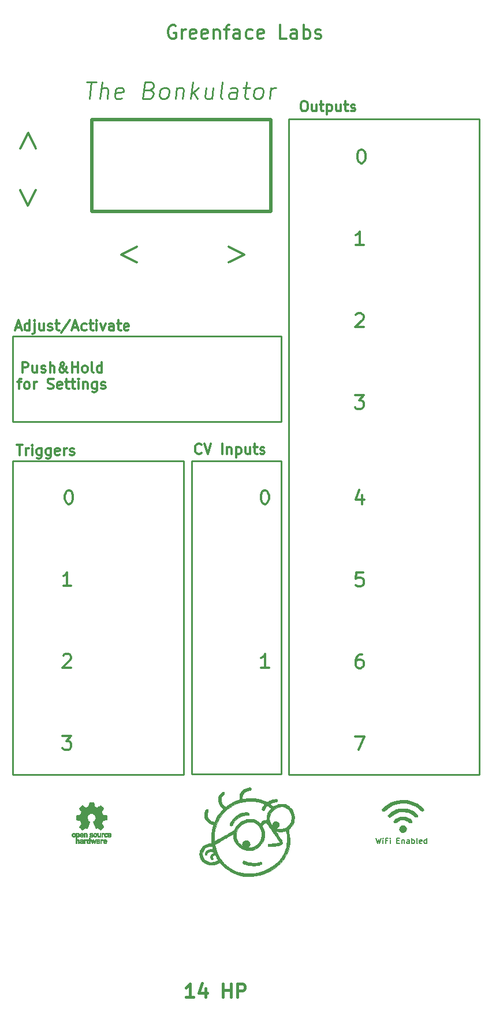
<source format=gbr>
G04 #@! TF.GenerationSoftware,KiCad,Pcbnew,(6.0.1)*
G04 #@! TF.CreationDate,2023-09-27T16:02:52-07:00*
G04 #@! TF.ProjectId,panel,70616e65-6c2e-46b6-9963-61645f706362,2.1*
G04 #@! TF.SameCoordinates,Original*
G04 #@! TF.FileFunction,Legend,Top*
G04 #@! TF.FilePolarity,Positive*
%FSLAX46Y46*%
G04 Gerber Fmt 4.6, Leading zero omitted, Abs format (unit mm)*
G04 Created by KiCad (PCBNEW (6.0.1)) date 2023-09-27 16:02:52*
%MOMM*%
%LPD*%
G01*
G04 APERTURE LIST*
%ADD10C,0.180000*%
%ADD11C,0.250000*%
%ADD12C,0.500000*%
%ADD13C,0.300000*%
%ADD14C,0.400000*%
%ADD15C,0.010000*%
G04 APERTURE END LIST*
D10*
X104416666Y-161811904D02*
X104607142Y-162611904D01*
X104759523Y-162040476D01*
X104911904Y-162611904D01*
X105102380Y-161811904D01*
X105407142Y-162611904D02*
X105407142Y-162078571D01*
X105407142Y-161811904D02*
X105369047Y-161850000D01*
X105407142Y-161888095D01*
X105445238Y-161850000D01*
X105407142Y-161811904D01*
X105407142Y-161888095D01*
X106054761Y-162192857D02*
X105788095Y-162192857D01*
X105788095Y-162611904D02*
X105788095Y-161811904D01*
X106169047Y-161811904D01*
X106473809Y-162611904D02*
X106473809Y-162078571D01*
X106473809Y-161811904D02*
X106435714Y-161850000D01*
X106473809Y-161888095D01*
X106511904Y-161850000D01*
X106473809Y-161811904D01*
X106473809Y-161888095D01*
X107464285Y-162192857D02*
X107730952Y-162192857D01*
X107845238Y-162611904D02*
X107464285Y-162611904D01*
X107464285Y-161811904D01*
X107845238Y-161811904D01*
X108188095Y-162078571D02*
X108188095Y-162611904D01*
X108188095Y-162154761D02*
X108226190Y-162116666D01*
X108302380Y-162078571D01*
X108416666Y-162078571D01*
X108492857Y-162116666D01*
X108530952Y-162192857D01*
X108530952Y-162611904D01*
X109254761Y-162611904D02*
X109254761Y-162192857D01*
X109216666Y-162116666D01*
X109140476Y-162078571D01*
X108988095Y-162078571D01*
X108911904Y-162116666D01*
X109254761Y-162573809D02*
X109178571Y-162611904D01*
X108988095Y-162611904D01*
X108911904Y-162573809D01*
X108873809Y-162497619D01*
X108873809Y-162421428D01*
X108911904Y-162345238D01*
X108988095Y-162307142D01*
X109178571Y-162307142D01*
X109254761Y-162269047D01*
X109635714Y-162611904D02*
X109635714Y-161811904D01*
X109635714Y-162116666D02*
X109711904Y-162078571D01*
X109864285Y-162078571D01*
X109940476Y-162116666D01*
X109978571Y-162154761D01*
X110016666Y-162230952D01*
X110016666Y-162459523D01*
X109978571Y-162535714D01*
X109940476Y-162573809D01*
X109864285Y-162611904D01*
X109711904Y-162611904D01*
X109635714Y-162573809D01*
X110473809Y-162611904D02*
X110397619Y-162573809D01*
X110359523Y-162497619D01*
X110359523Y-161811904D01*
X111083333Y-162573809D02*
X111007142Y-162611904D01*
X110854761Y-162611904D01*
X110778571Y-162573809D01*
X110740476Y-162497619D01*
X110740476Y-162192857D01*
X110778571Y-162116666D01*
X110854761Y-162078571D01*
X111007142Y-162078571D01*
X111083333Y-162116666D01*
X111121428Y-162192857D01*
X111121428Y-162269047D01*
X110740476Y-162345238D01*
X111807142Y-162611904D02*
X111807142Y-161811904D01*
X111807142Y-162573809D02*
X111730952Y-162611904D01*
X111578571Y-162611904D01*
X111502380Y-162573809D01*
X111464285Y-162535714D01*
X111426190Y-162459523D01*
X111426190Y-162230952D01*
X111464285Y-162154761D01*
X111502380Y-162116666D01*
X111578571Y-162078571D01*
X111730952Y-162078571D01*
X111807142Y-162116666D01*
D11*
X51100000Y-88275000D02*
X90500000Y-88275000D01*
X90500000Y-88275000D02*
X90500000Y-100750000D01*
X90500000Y-100750000D02*
X51100000Y-100750000D01*
X51100000Y-100750000D02*
X51100000Y-88275000D01*
D12*
X62700000Y-70000000D02*
X62700000Y-56550000D01*
D11*
X91600000Y-56400000D02*
X119550000Y-56400000D01*
X119550000Y-56400000D02*
X119550000Y-152500000D01*
X119550000Y-152500000D02*
X91600000Y-152500000D01*
X91600000Y-152500000D02*
X91600000Y-56400000D01*
X51100000Y-106550000D02*
X76150000Y-106550000D01*
X76150000Y-106550000D02*
X76150000Y-152500000D01*
X76150000Y-152500000D02*
X51100000Y-152500000D01*
X51100000Y-152500000D02*
X51100000Y-106550000D01*
D12*
X89000000Y-56550000D02*
X89000000Y-70000000D01*
D11*
X77350000Y-106525000D02*
X90500000Y-106525000D01*
X90500000Y-106525000D02*
X90500000Y-152475000D01*
X90500000Y-152475000D02*
X77350000Y-152475000D01*
X77350000Y-152475000D02*
X77350000Y-106525000D01*
D12*
X62700000Y-56550000D02*
X89000000Y-56550000D01*
X89000000Y-70000000D02*
X62700000Y-70000000D01*
D13*
X51678571Y-104178571D02*
X52535714Y-104178571D01*
X52107142Y-105678571D02*
X52107142Y-104178571D01*
X53035714Y-105678571D02*
X53035714Y-104678571D01*
X53035714Y-104964285D02*
X53107142Y-104821428D01*
X53178571Y-104750000D01*
X53321428Y-104678571D01*
X53464285Y-104678571D01*
X53964285Y-105678571D02*
X53964285Y-104678571D01*
X53964285Y-104178571D02*
X53892857Y-104250000D01*
X53964285Y-104321428D01*
X54035714Y-104250000D01*
X53964285Y-104178571D01*
X53964285Y-104321428D01*
X55321428Y-104678571D02*
X55321428Y-105892857D01*
X55250000Y-106035714D01*
X55178571Y-106107142D01*
X55035714Y-106178571D01*
X54821428Y-106178571D01*
X54678571Y-106107142D01*
X55321428Y-105607142D02*
X55178571Y-105678571D01*
X54892857Y-105678571D01*
X54750000Y-105607142D01*
X54678571Y-105535714D01*
X54607142Y-105392857D01*
X54607142Y-104964285D01*
X54678571Y-104821428D01*
X54750000Y-104750000D01*
X54892857Y-104678571D01*
X55178571Y-104678571D01*
X55321428Y-104750000D01*
X56678571Y-104678571D02*
X56678571Y-105892857D01*
X56607142Y-106035714D01*
X56535714Y-106107142D01*
X56392857Y-106178571D01*
X56178571Y-106178571D01*
X56035714Y-106107142D01*
X56678571Y-105607142D02*
X56535714Y-105678571D01*
X56250000Y-105678571D01*
X56107142Y-105607142D01*
X56035714Y-105535714D01*
X55964285Y-105392857D01*
X55964285Y-104964285D01*
X56035714Y-104821428D01*
X56107142Y-104750000D01*
X56250000Y-104678571D01*
X56535714Y-104678571D01*
X56678571Y-104750000D01*
X57964285Y-105607142D02*
X57821428Y-105678571D01*
X57535714Y-105678571D01*
X57392857Y-105607142D01*
X57321428Y-105464285D01*
X57321428Y-104892857D01*
X57392857Y-104750000D01*
X57535714Y-104678571D01*
X57821428Y-104678571D01*
X57964285Y-104750000D01*
X58035714Y-104892857D01*
X58035714Y-105035714D01*
X57321428Y-105178571D01*
X58678571Y-105678571D02*
X58678571Y-104678571D01*
X58678571Y-104964285D02*
X58750000Y-104821428D01*
X58821428Y-104750000D01*
X58964285Y-104678571D01*
X59107142Y-104678571D01*
X59535714Y-105607142D02*
X59678571Y-105678571D01*
X59964285Y-105678571D01*
X60107142Y-105607142D01*
X60178571Y-105464285D01*
X60178571Y-105392857D01*
X60107142Y-105250000D01*
X59964285Y-105178571D01*
X59750000Y-105178571D01*
X59607142Y-105107142D01*
X59535714Y-104964285D01*
X59535714Y-104892857D01*
X59607142Y-104750000D01*
X59750000Y-104678571D01*
X59964285Y-104678571D01*
X60107142Y-104750000D01*
X101333333Y-96904761D02*
X102571428Y-96904761D01*
X101904761Y-97666666D01*
X102190476Y-97666666D01*
X102380952Y-97761904D01*
X102476190Y-97857142D01*
X102571428Y-98047619D01*
X102571428Y-98523809D01*
X102476190Y-98714285D01*
X102380952Y-98809523D01*
X102190476Y-98904761D01*
X101619047Y-98904761D01*
X101428571Y-98809523D01*
X101333333Y-98714285D01*
X75004761Y-42750000D02*
X74814285Y-42654761D01*
X74528571Y-42654761D01*
X74242857Y-42750000D01*
X74052380Y-42940476D01*
X73957142Y-43130952D01*
X73861904Y-43511904D01*
X73861904Y-43797619D01*
X73957142Y-44178571D01*
X74052380Y-44369047D01*
X74242857Y-44559523D01*
X74528571Y-44654761D01*
X74719047Y-44654761D01*
X75004761Y-44559523D01*
X75099999Y-44464285D01*
X75099999Y-43797619D01*
X74719047Y-43797619D01*
X75957142Y-44654761D02*
X75957142Y-43321428D01*
X75957142Y-43702380D02*
X76052380Y-43511904D01*
X76147619Y-43416666D01*
X76338095Y-43321428D01*
X76528571Y-43321428D01*
X77957142Y-44559523D02*
X77766666Y-44654761D01*
X77385714Y-44654761D01*
X77195238Y-44559523D01*
X77099999Y-44369047D01*
X77099999Y-43607142D01*
X77195238Y-43416666D01*
X77385714Y-43321428D01*
X77766666Y-43321428D01*
X77957142Y-43416666D01*
X78052380Y-43607142D01*
X78052380Y-43797619D01*
X77099999Y-43988095D01*
X79671428Y-44559523D02*
X79480952Y-44654761D01*
X79099999Y-44654761D01*
X78909523Y-44559523D01*
X78814285Y-44369047D01*
X78814285Y-43607142D01*
X78909523Y-43416666D01*
X79099999Y-43321428D01*
X79480952Y-43321428D01*
X79671428Y-43416666D01*
X79766666Y-43607142D01*
X79766666Y-43797619D01*
X78814285Y-43988095D01*
X80623809Y-43321428D02*
X80623809Y-44654761D01*
X80623809Y-43511904D02*
X80719047Y-43416666D01*
X80909523Y-43321428D01*
X81195238Y-43321428D01*
X81385714Y-43416666D01*
X81480952Y-43607142D01*
X81480952Y-44654761D01*
X82147619Y-43321428D02*
X82909523Y-43321428D01*
X82433333Y-44654761D02*
X82433333Y-42940476D01*
X82528571Y-42750000D01*
X82719047Y-42654761D01*
X82909523Y-42654761D01*
X84433333Y-44654761D02*
X84433333Y-43607142D01*
X84338095Y-43416666D01*
X84147619Y-43321428D01*
X83766666Y-43321428D01*
X83576190Y-43416666D01*
X84433333Y-44559523D02*
X84242857Y-44654761D01*
X83766666Y-44654761D01*
X83576190Y-44559523D01*
X83480952Y-44369047D01*
X83480952Y-44178571D01*
X83576190Y-43988095D01*
X83766666Y-43892857D01*
X84242857Y-43892857D01*
X84433333Y-43797619D01*
X86242857Y-44559523D02*
X86052380Y-44654761D01*
X85671428Y-44654761D01*
X85480952Y-44559523D01*
X85385714Y-44464285D01*
X85290476Y-44273809D01*
X85290476Y-43702380D01*
X85385714Y-43511904D01*
X85480952Y-43416666D01*
X85671428Y-43321428D01*
X86052380Y-43321428D01*
X86242857Y-43416666D01*
X87861904Y-44559523D02*
X87671428Y-44654761D01*
X87290476Y-44654761D01*
X87100000Y-44559523D01*
X87004761Y-44369047D01*
X87004761Y-43607142D01*
X87100000Y-43416666D01*
X87290476Y-43321428D01*
X87671428Y-43321428D01*
X87861904Y-43416666D01*
X87957142Y-43607142D01*
X87957142Y-43797619D01*
X87004761Y-43988095D01*
X91290476Y-44654761D02*
X90338095Y-44654761D01*
X90338095Y-42654761D01*
X92814285Y-44654761D02*
X92814285Y-43607142D01*
X92719047Y-43416666D01*
X92528571Y-43321428D01*
X92147619Y-43321428D01*
X91957142Y-43416666D01*
X92814285Y-44559523D02*
X92623809Y-44654761D01*
X92147619Y-44654761D01*
X91957142Y-44559523D01*
X91861904Y-44369047D01*
X91861904Y-44178571D01*
X91957142Y-43988095D01*
X92147619Y-43892857D01*
X92623809Y-43892857D01*
X92814285Y-43797619D01*
X93766666Y-44654761D02*
X93766666Y-42654761D01*
X93766666Y-43416666D02*
X93957142Y-43321428D01*
X94338095Y-43321428D01*
X94528571Y-43416666D01*
X94623809Y-43511904D01*
X94719047Y-43702380D01*
X94719047Y-44273809D01*
X94623809Y-44464285D01*
X94528571Y-44559523D01*
X94338095Y-44654761D01*
X93957142Y-44654761D01*
X93766666Y-44559523D01*
X95480952Y-44559523D02*
X95671428Y-44654761D01*
X96052380Y-44654761D01*
X96242857Y-44559523D01*
X96338095Y-44369047D01*
X96338095Y-44273809D01*
X96242857Y-44083333D01*
X96052380Y-43988095D01*
X95766666Y-43988095D01*
X95576190Y-43892857D01*
X95480952Y-43702380D01*
X95480952Y-43607142D01*
X95576190Y-43416666D01*
X95766666Y-43321428D01*
X96052380Y-43321428D01*
X96242857Y-43416666D01*
X101428571Y-85095238D02*
X101523809Y-85000000D01*
X101714285Y-84904761D01*
X102190476Y-84904761D01*
X102380952Y-85000000D01*
X102476190Y-85095238D01*
X102571428Y-85285714D01*
X102571428Y-85476190D01*
X102476190Y-85761904D01*
X101333333Y-86904761D01*
X102571428Y-86904761D01*
X102571428Y-74904761D02*
X101428571Y-74904761D01*
X102000000Y-74904761D02*
X102000000Y-72904761D01*
X101809523Y-73190476D01*
X101619047Y-73380952D01*
X101428571Y-73476190D01*
X52528571Y-93571071D02*
X52528571Y-92071071D01*
X53099999Y-92071071D01*
X53242857Y-92142500D01*
X53314285Y-92213928D01*
X53385714Y-92356785D01*
X53385714Y-92571071D01*
X53314285Y-92713928D01*
X53242857Y-92785357D01*
X53099999Y-92856785D01*
X52528571Y-92856785D01*
X54671428Y-92571071D02*
X54671428Y-93571071D01*
X54028571Y-92571071D02*
X54028571Y-93356785D01*
X54099999Y-93499642D01*
X54242857Y-93571071D01*
X54457142Y-93571071D01*
X54599999Y-93499642D01*
X54671428Y-93428214D01*
X55314285Y-93499642D02*
X55457142Y-93571071D01*
X55742857Y-93571071D01*
X55885714Y-93499642D01*
X55957142Y-93356785D01*
X55957142Y-93285357D01*
X55885714Y-93142500D01*
X55742857Y-93071071D01*
X55528571Y-93071071D01*
X55385714Y-92999642D01*
X55314285Y-92856785D01*
X55314285Y-92785357D01*
X55385714Y-92642500D01*
X55528571Y-92571071D01*
X55742857Y-92571071D01*
X55885714Y-92642500D01*
X56599999Y-93571071D02*
X56599999Y-92071071D01*
X57242857Y-93571071D02*
X57242857Y-92785357D01*
X57171428Y-92642500D01*
X57028571Y-92571071D01*
X56814285Y-92571071D01*
X56671428Y-92642500D01*
X56599999Y-92713928D01*
X59171428Y-93571071D02*
X59099999Y-93571071D01*
X58957142Y-93499642D01*
X58742857Y-93285357D01*
X58385714Y-92856785D01*
X58242857Y-92642500D01*
X58171428Y-92428214D01*
X58171428Y-92285357D01*
X58242857Y-92142500D01*
X58385714Y-92071071D01*
X58457142Y-92071071D01*
X58599999Y-92142500D01*
X58671428Y-92285357D01*
X58671428Y-92356785D01*
X58599999Y-92499642D01*
X58528571Y-92571071D01*
X58099999Y-92856785D01*
X58028571Y-92928214D01*
X57957142Y-93071071D01*
X57957142Y-93285357D01*
X58028571Y-93428214D01*
X58099999Y-93499642D01*
X58242857Y-93571071D01*
X58457142Y-93571071D01*
X58599999Y-93499642D01*
X58671428Y-93428214D01*
X58885714Y-93142500D01*
X58957142Y-92928214D01*
X58957142Y-92785357D01*
X59814285Y-93571071D02*
X59814285Y-92071071D01*
X59814285Y-92785357D02*
X60671428Y-92785357D01*
X60671428Y-93571071D02*
X60671428Y-92071071D01*
X61599999Y-93571071D02*
X61457142Y-93499642D01*
X61385714Y-93428214D01*
X61314285Y-93285357D01*
X61314285Y-92856785D01*
X61385714Y-92713928D01*
X61457142Y-92642500D01*
X61599999Y-92571071D01*
X61814285Y-92571071D01*
X61957142Y-92642500D01*
X62028571Y-92713928D01*
X62099999Y-92856785D01*
X62099999Y-93285357D01*
X62028571Y-93428214D01*
X61957142Y-93499642D01*
X61814285Y-93571071D01*
X61599999Y-93571071D01*
X62957142Y-93571071D02*
X62814285Y-93499642D01*
X62742857Y-93356785D01*
X62742857Y-92071071D01*
X64171428Y-93571071D02*
X64171428Y-92071071D01*
X64171428Y-93499642D02*
X64028571Y-93571071D01*
X63742857Y-93571071D01*
X63599999Y-93499642D01*
X63528571Y-93428214D01*
X63457142Y-93285357D01*
X63457142Y-92856785D01*
X63528571Y-92713928D01*
X63599999Y-92642500D01*
X63742857Y-92571071D01*
X64028571Y-92571071D01*
X64171428Y-92642500D01*
X51814285Y-94986071D02*
X52385714Y-94986071D01*
X52028571Y-95986071D02*
X52028571Y-94700357D01*
X52099999Y-94557500D01*
X52242857Y-94486071D01*
X52385714Y-94486071D01*
X53099999Y-95986071D02*
X52957142Y-95914642D01*
X52885714Y-95843214D01*
X52814285Y-95700357D01*
X52814285Y-95271785D01*
X52885714Y-95128928D01*
X52957142Y-95057500D01*
X53099999Y-94986071D01*
X53314285Y-94986071D01*
X53457142Y-95057500D01*
X53528571Y-95128928D01*
X53599999Y-95271785D01*
X53599999Y-95700357D01*
X53528571Y-95843214D01*
X53457142Y-95914642D01*
X53314285Y-95986071D01*
X53099999Y-95986071D01*
X54242857Y-95986071D02*
X54242857Y-94986071D01*
X54242857Y-95271785D02*
X54314285Y-95128928D01*
X54385714Y-95057500D01*
X54528571Y-94986071D01*
X54671428Y-94986071D01*
X56242857Y-95914642D02*
X56457142Y-95986071D01*
X56814285Y-95986071D01*
X56957142Y-95914642D01*
X57028571Y-95843214D01*
X57099999Y-95700357D01*
X57099999Y-95557500D01*
X57028571Y-95414642D01*
X56957142Y-95343214D01*
X56814285Y-95271785D01*
X56528571Y-95200357D01*
X56385714Y-95128928D01*
X56314285Y-95057500D01*
X56242857Y-94914642D01*
X56242857Y-94771785D01*
X56314285Y-94628928D01*
X56385714Y-94557500D01*
X56528571Y-94486071D01*
X56885714Y-94486071D01*
X57099999Y-94557500D01*
X58314285Y-95914642D02*
X58171428Y-95986071D01*
X57885714Y-95986071D01*
X57742857Y-95914642D01*
X57671428Y-95771785D01*
X57671428Y-95200357D01*
X57742857Y-95057500D01*
X57885714Y-94986071D01*
X58171428Y-94986071D01*
X58314285Y-95057500D01*
X58385714Y-95200357D01*
X58385714Y-95343214D01*
X57671428Y-95486071D01*
X58814285Y-94986071D02*
X59385714Y-94986071D01*
X59028571Y-94486071D02*
X59028571Y-95771785D01*
X59099999Y-95914642D01*
X59242857Y-95986071D01*
X59385714Y-95986071D01*
X59671428Y-94986071D02*
X60242857Y-94986071D01*
X59885714Y-94486071D02*
X59885714Y-95771785D01*
X59957142Y-95914642D01*
X60099999Y-95986071D01*
X60242857Y-95986071D01*
X60742857Y-95986071D02*
X60742857Y-94986071D01*
X60742857Y-94486071D02*
X60671428Y-94557500D01*
X60742857Y-94628928D01*
X60814285Y-94557500D01*
X60742857Y-94486071D01*
X60742857Y-94628928D01*
X61457142Y-94986071D02*
X61457142Y-95986071D01*
X61457142Y-95128928D02*
X61528571Y-95057500D01*
X61671428Y-94986071D01*
X61885714Y-94986071D01*
X62028571Y-95057500D01*
X62099999Y-95200357D01*
X62099999Y-95986071D01*
X63457142Y-94986071D02*
X63457142Y-96200357D01*
X63385714Y-96343214D01*
X63314285Y-96414642D01*
X63171428Y-96486071D01*
X62957142Y-96486071D01*
X62814285Y-96414642D01*
X63457142Y-95914642D02*
X63314285Y-95986071D01*
X63028571Y-95986071D01*
X62885714Y-95914642D01*
X62814285Y-95843214D01*
X62742857Y-95700357D01*
X62742857Y-95271785D01*
X62814285Y-95128928D01*
X62885714Y-95057500D01*
X63028571Y-94986071D01*
X63314285Y-94986071D01*
X63457142Y-95057500D01*
X64099999Y-95914642D02*
X64242857Y-95986071D01*
X64528571Y-95986071D01*
X64671428Y-95914642D01*
X64742857Y-95771785D01*
X64742857Y-95700357D01*
X64671428Y-95557500D01*
X64528571Y-95486071D01*
X64314285Y-95486071D01*
X64171428Y-95414642D01*
X64099999Y-95271785D01*
X64099999Y-95200357D01*
X64171428Y-95057500D01*
X64314285Y-94986071D01*
X64528571Y-94986071D01*
X64671428Y-95057500D01*
X102380952Y-134904761D02*
X102000000Y-134904761D01*
X101809523Y-135000000D01*
X101714285Y-135095238D01*
X101523809Y-135380952D01*
X101428571Y-135761904D01*
X101428571Y-136523809D01*
X101523809Y-136714285D01*
X101619047Y-136809523D01*
X101809523Y-136904761D01*
X102190476Y-136904761D01*
X102380952Y-136809523D01*
X102476190Y-136714285D01*
X102571428Y-136523809D01*
X102571428Y-136047619D01*
X102476190Y-135857142D01*
X102380952Y-135761904D01*
X102190476Y-135666666D01*
X101809523Y-135666666D01*
X101619047Y-135761904D01*
X101523809Y-135857142D01*
X101428571Y-136047619D01*
X102154761Y-60904761D02*
X102345238Y-60904761D01*
X102535714Y-61000000D01*
X102630952Y-61095238D01*
X102726190Y-61285714D01*
X102821428Y-61666666D01*
X102821428Y-62142857D01*
X102726190Y-62523809D01*
X102630952Y-62714285D01*
X102535714Y-62809523D01*
X102345238Y-62904761D01*
X102154761Y-62904761D01*
X101964285Y-62809523D01*
X101869047Y-62714285D01*
X101773809Y-62523809D01*
X101678571Y-62142857D01*
X101678571Y-61666666D01*
X101773809Y-61285714D01*
X101869047Y-61095238D01*
X101964285Y-61000000D01*
X102154761Y-60904761D01*
X58433333Y-146854761D02*
X59671428Y-146854761D01*
X59004761Y-147616666D01*
X59290476Y-147616666D01*
X59480952Y-147711904D01*
X59576190Y-147807142D01*
X59671428Y-147997619D01*
X59671428Y-148473809D01*
X59576190Y-148664285D01*
X59480952Y-148759523D01*
X59290476Y-148854761D01*
X58719047Y-148854761D01*
X58528571Y-148759523D01*
X58433333Y-148664285D01*
X78771428Y-105385714D02*
X78700000Y-105457142D01*
X78485714Y-105528571D01*
X78342857Y-105528571D01*
X78128571Y-105457142D01*
X77985714Y-105314285D01*
X77914285Y-105171428D01*
X77842857Y-104885714D01*
X77842857Y-104671428D01*
X77914285Y-104385714D01*
X77985714Y-104242857D01*
X78128571Y-104100000D01*
X78342857Y-104028571D01*
X78485714Y-104028571D01*
X78700000Y-104100000D01*
X78771428Y-104171428D01*
X79200000Y-104028571D02*
X79700000Y-105528571D01*
X80200000Y-104028571D01*
X81842857Y-105528571D02*
X81842857Y-104028571D01*
X82557142Y-104528571D02*
X82557142Y-105528571D01*
X82557142Y-104671428D02*
X82628571Y-104600000D01*
X82771428Y-104528571D01*
X82985714Y-104528571D01*
X83128571Y-104600000D01*
X83200000Y-104742857D01*
X83200000Y-105528571D01*
X83914285Y-104528571D02*
X83914285Y-106028571D01*
X83914285Y-104600000D02*
X84057142Y-104528571D01*
X84342857Y-104528571D01*
X84485714Y-104600000D01*
X84557142Y-104671428D01*
X84628571Y-104814285D01*
X84628571Y-105242857D01*
X84557142Y-105385714D01*
X84485714Y-105457142D01*
X84342857Y-105528571D01*
X84057142Y-105528571D01*
X83914285Y-105457142D01*
X85914285Y-104528571D02*
X85914285Y-105528571D01*
X85271428Y-104528571D02*
X85271428Y-105314285D01*
X85342857Y-105457142D01*
X85485714Y-105528571D01*
X85700000Y-105528571D01*
X85842857Y-105457142D01*
X85914285Y-105385714D01*
X86414285Y-104528571D02*
X86985714Y-104528571D01*
X86628571Y-104028571D02*
X86628571Y-105314285D01*
X86700000Y-105457142D01*
X86842857Y-105528571D01*
X86985714Y-105528571D01*
X87414285Y-105457142D02*
X87557142Y-105528571D01*
X87842857Y-105528571D01*
X87985714Y-105457142D01*
X88057142Y-105314285D01*
X88057142Y-105242857D01*
X87985714Y-105100000D01*
X87842857Y-105028571D01*
X87628571Y-105028571D01*
X87485714Y-104957142D01*
X87414285Y-104814285D01*
X87414285Y-104742857D01*
X87485714Y-104600000D01*
X87628571Y-104528571D01*
X87842857Y-104528571D01*
X87985714Y-104600000D01*
D14*
X77659523Y-185154761D02*
X76516666Y-185154761D01*
X77088095Y-185154761D02*
X77088095Y-183154761D01*
X76897619Y-183440476D01*
X76707142Y-183630952D01*
X76516666Y-183726190D01*
X79373809Y-183821428D02*
X79373809Y-185154761D01*
X78897619Y-183059523D02*
X78421428Y-184488095D01*
X79659523Y-184488095D01*
X81945238Y-185154761D02*
X81945238Y-183154761D01*
X81945238Y-184107142D02*
X83088095Y-184107142D01*
X83088095Y-185154761D02*
X83088095Y-183154761D01*
X84040476Y-185154761D02*
X84040476Y-183154761D01*
X84802380Y-183154761D01*
X84992857Y-183250000D01*
X85088095Y-183345238D01*
X85183333Y-183535714D01*
X85183333Y-183821428D01*
X85088095Y-184011904D01*
X84992857Y-184107142D01*
X84802380Y-184202380D01*
X84040476Y-184202380D01*
D11*
X61947247Y-50980952D02*
X63375818Y-50980952D01*
X62349032Y-53480952D02*
X62661532Y-50980952D01*
X63896651Y-53480952D02*
X64209151Y-50980952D01*
X64968080Y-53480952D02*
X65131770Y-52171428D01*
X65042485Y-51933333D01*
X64819270Y-51814285D01*
X64462127Y-51814285D01*
X64209151Y-51933333D01*
X64075223Y-52052380D01*
X67125818Y-53361904D02*
X66872842Y-53480952D01*
X66396651Y-53480952D01*
X66173437Y-53361904D01*
X66084151Y-53123809D01*
X66203199Y-52171428D01*
X66352008Y-51933333D01*
X66604985Y-51814285D01*
X67081175Y-51814285D01*
X67304389Y-51933333D01*
X67393675Y-52171428D01*
X67363913Y-52409523D01*
X66143675Y-52647619D01*
X71203199Y-52171428D02*
X71545461Y-52290476D01*
X71649627Y-52409523D01*
X71738913Y-52647619D01*
X71694270Y-53004761D01*
X71545461Y-53242857D01*
X71411532Y-53361904D01*
X71158556Y-53480952D01*
X70206175Y-53480952D01*
X70518675Y-50980952D01*
X71352008Y-50980952D01*
X71575223Y-51100000D01*
X71679389Y-51219047D01*
X71768675Y-51457142D01*
X71738913Y-51695238D01*
X71590104Y-51933333D01*
X71456175Y-52052380D01*
X71203199Y-52171428D01*
X70369866Y-52171428D01*
X73063318Y-53480952D02*
X72840104Y-53361904D01*
X72735937Y-53242857D01*
X72646651Y-53004761D01*
X72735937Y-52290476D01*
X72884747Y-52052380D01*
X73018675Y-51933333D01*
X73271651Y-51814285D01*
X73628794Y-51814285D01*
X73852008Y-51933333D01*
X73956175Y-52052380D01*
X74045461Y-52290476D01*
X73956175Y-53004761D01*
X73807366Y-53242857D01*
X73673437Y-53361904D01*
X73420461Y-53480952D01*
X73063318Y-53480952D01*
X75176413Y-51814285D02*
X74968080Y-53480952D01*
X75146651Y-52052380D02*
X75280580Y-51933333D01*
X75533556Y-51814285D01*
X75890699Y-51814285D01*
X76113913Y-51933333D01*
X76203199Y-52171428D01*
X76039508Y-53480952D01*
X77229985Y-53480952D02*
X77542485Y-50980952D01*
X77587127Y-52528571D02*
X78182366Y-53480952D01*
X78390699Y-51814285D02*
X77319270Y-52766666D01*
X80533556Y-51814285D02*
X80325223Y-53480952D01*
X79462127Y-51814285D02*
X79298437Y-53123809D01*
X79387723Y-53361904D01*
X79610937Y-53480952D01*
X79968080Y-53480952D01*
X80221056Y-53361904D01*
X80354985Y-53242857D01*
X81872842Y-53480952D02*
X81649627Y-53361904D01*
X81560342Y-53123809D01*
X81828199Y-50980952D01*
X83896651Y-53480952D02*
X84060342Y-52171428D01*
X83971056Y-51933333D01*
X83747842Y-51814285D01*
X83271651Y-51814285D01*
X83018675Y-51933333D01*
X83911532Y-53361904D02*
X83658556Y-53480952D01*
X83063318Y-53480952D01*
X82840104Y-53361904D01*
X82750818Y-53123809D01*
X82780580Y-52885714D01*
X82929389Y-52647619D01*
X83182366Y-52528571D01*
X83777604Y-52528571D01*
X84030580Y-52409523D01*
X84938318Y-51814285D02*
X85890699Y-51814285D01*
X85399627Y-50980952D02*
X85131770Y-53123809D01*
X85221056Y-53361904D01*
X85444270Y-53480952D01*
X85682366Y-53480952D01*
X86872842Y-53480952D02*
X86649627Y-53361904D01*
X86545461Y-53242857D01*
X86456175Y-53004761D01*
X86545461Y-52290476D01*
X86694270Y-52052380D01*
X86828199Y-51933333D01*
X87081175Y-51814285D01*
X87438318Y-51814285D01*
X87661532Y-51933333D01*
X87765699Y-52052380D01*
X87854985Y-52290476D01*
X87765699Y-53004761D01*
X87616889Y-53242857D01*
X87482961Y-53361904D01*
X87229985Y-53480952D01*
X86872842Y-53480952D01*
X88777604Y-53480952D02*
X88985937Y-51814285D01*
X88926413Y-52290476D02*
X89075223Y-52052380D01*
X89209151Y-51933333D01*
X89462127Y-51814285D01*
X89700223Y-51814285D01*
D13*
X101333333Y-146904761D02*
X102666666Y-146904761D01*
X101809523Y-148904761D01*
X59671428Y-124854761D02*
X58528571Y-124854761D01*
X59100000Y-124854761D02*
X59100000Y-122854761D01*
X58909523Y-123140476D01*
X58719047Y-123330952D01*
X58528571Y-123426190D01*
X51580714Y-87000000D02*
X52295000Y-87000000D01*
X51437857Y-87428571D02*
X51937857Y-85928571D01*
X52437857Y-87428571D01*
X53580714Y-87428571D02*
X53580714Y-85928571D01*
X53580714Y-87357142D02*
X53437857Y-87428571D01*
X53152142Y-87428571D01*
X53009285Y-87357142D01*
X52937857Y-87285714D01*
X52866428Y-87142857D01*
X52866428Y-86714285D01*
X52937857Y-86571428D01*
X53009285Y-86500000D01*
X53152142Y-86428571D01*
X53437857Y-86428571D01*
X53580714Y-86500000D01*
X54295000Y-86428571D02*
X54295000Y-87714285D01*
X54223571Y-87857142D01*
X54080714Y-87928571D01*
X54009285Y-87928571D01*
X54295000Y-85928571D02*
X54223571Y-86000000D01*
X54295000Y-86071428D01*
X54366428Y-86000000D01*
X54295000Y-85928571D01*
X54295000Y-86071428D01*
X55652142Y-86428571D02*
X55652142Y-87428571D01*
X55009285Y-86428571D02*
X55009285Y-87214285D01*
X55080714Y-87357142D01*
X55223571Y-87428571D01*
X55437857Y-87428571D01*
X55580714Y-87357142D01*
X55652142Y-87285714D01*
X56295000Y-87357142D02*
X56437857Y-87428571D01*
X56723571Y-87428571D01*
X56866428Y-87357142D01*
X56937857Y-87214285D01*
X56937857Y-87142857D01*
X56866428Y-87000000D01*
X56723571Y-86928571D01*
X56509285Y-86928571D01*
X56366428Y-86857142D01*
X56295000Y-86714285D01*
X56295000Y-86642857D01*
X56366428Y-86500000D01*
X56509285Y-86428571D01*
X56723571Y-86428571D01*
X56866428Y-86500000D01*
X57366428Y-86428571D02*
X57937857Y-86428571D01*
X57580714Y-85928571D02*
X57580714Y-87214285D01*
X57652142Y-87357142D01*
X57795000Y-87428571D01*
X57937857Y-87428571D01*
X59509285Y-85857142D02*
X58223571Y-87785714D01*
X59937857Y-87000000D02*
X60652142Y-87000000D01*
X59795000Y-87428571D02*
X60295000Y-85928571D01*
X60795000Y-87428571D01*
X61937857Y-87357142D02*
X61795000Y-87428571D01*
X61509285Y-87428571D01*
X61366428Y-87357142D01*
X61295000Y-87285714D01*
X61223571Y-87142857D01*
X61223571Y-86714285D01*
X61295000Y-86571428D01*
X61366428Y-86500000D01*
X61509285Y-86428571D01*
X61795000Y-86428571D01*
X61937857Y-86500000D01*
X62366428Y-86428571D02*
X62937857Y-86428571D01*
X62580714Y-85928571D02*
X62580714Y-87214285D01*
X62652142Y-87357142D01*
X62795000Y-87428571D01*
X62937857Y-87428571D01*
X63437857Y-87428571D02*
X63437857Y-86428571D01*
X63437857Y-85928571D02*
X63366428Y-86000000D01*
X63437857Y-86071428D01*
X63509285Y-86000000D01*
X63437857Y-85928571D01*
X63437857Y-86071428D01*
X64009285Y-86428571D02*
X64366428Y-87428571D01*
X64723571Y-86428571D01*
X65937857Y-87428571D02*
X65937857Y-86642857D01*
X65866428Y-86500000D01*
X65723571Y-86428571D01*
X65437857Y-86428571D01*
X65295000Y-86500000D01*
X65937857Y-87357142D02*
X65795000Y-87428571D01*
X65437857Y-87428571D01*
X65295000Y-87357142D01*
X65223571Y-87214285D01*
X65223571Y-87071428D01*
X65295000Y-86928571D01*
X65437857Y-86857142D01*
X65795000Y-86857142D01*
X65937857Y-86785714D01*
X66437857Y-86428571D02*
X67009285Y-86428571D01*
X66652142Y-85928571D02*
X66652142Y-87214285D01*
X66723571Y-87357142D01*
X66866428Y-87428571D01*
X67009285Y-87428571D01*
X68080714Y-87357142D02*
X67937857Y-87428571D01*
X67652142Y-87428571D01*
X67509285Y-87357142D01*
X67437857Y-87214285D01*
X67437857Y-86642857D01*
X67509285Y-86500000D01*
X67652142Y-86428571D01*
X67937857Y-86428571D01*
X68080714Y-86500000D01*
X68152142Y-86642857D01*
X68152142Y-86785714D01*
X67437857Y-86928571D01*
X52192857Y-66857142D02*
X53335714Y-69142857D01*
X54478571Y-66857142D01*
X88671428Y-136854761D02*
X87528571Y-136854761D01*
X88100000Y-136854761D02*
X88100000Y-134854761D01*
X87909523Y-135140476D01*
X87719047Y-135330952D01*
X87528571Y-135426190D01*
X59254761Y-110854761D02*
X59445238Y-110854761D01*
X59635714Y-110950000D01*
X59730952Y-111045238D01*
X59826190Y-111235714D01*
X59921428Y-111616666D01*
X59921428Y-112092857D01*
X59826190Y-112473809D01*
X59730952Y-112664285D01*
X59635714Y-112759523D01*
X59445238Y-112854761D01*
X59254761Y-112854761D01*
X59064285Y-112759523D01*
X58969047Y-112664285D01*
X58873809Y-112473809D01*
X58778571Y-112092857D01*
X58778571Y-111616666D01*
X58873809Y-111235714D01*
X58969047Y-111045238D01*
X59064285Y-110950000D01*
X59254761Y-110854761D01*
X102380952Y-111571428D02*
X102380952Y-112904761D01*
X101904761Y-110809523D02*
X101428571Y-112238095D01*
X102666666Y-112238095D01*
X102476190Y-122904761D02*
X101523809Y-122904761D01*
X101428571Y-123857142D01*
X101523809Y-123761904D01*
X101714285Y-123666666D01*
X102190476Y-123666666D01*
X102380952Y-123761904D01*
X102476190Y-123857142D01*
X102571428Y-124047619D01*
X102571428Y-124523809D01*
X102476190Y-124714285D01*
X102380952Y-124809523D01*
X102190476Y-124904761D01*
X101714285Y-124904761D01*
X101523809Y-124809523D01*
X101428571Y-124714285D01*
X93707142Y-53778571D02*
X93992857Y-53778571D01*
X94135714Y-53850000D01*
X94278571Y-53992857D01*
X94350000Y-54278571D01*
X94350000Y-54778571D01*
X94278571Y-55064285D01*
X94135714Y-55207142D01*
X93992857Y-55278571D01*
X93707142Y-55278571D01*
X93564285Y-55207142D01*
X93421428Y-55064285D01*
X93350000Y-54778571D01*
X93350000Y-54278571D01*
X93421428Y-53992857D01*
X93564285Y-53850000D01*
X93707142Y-53778571D01*
X95635714Y-54278571D02*
X95635714Y-55278571D01*
X94992857Y-54278571D02*
X94992857Y-55064285D01*
X95064285Y-55207142D01*
X95207142Y-55278571D01*
X95421428Y-55278571D01*
X95564285Y-55207142D01*
X95635714Y-55135714D01*
X96135714Y-54278571D02*
X96707142Y-54278571D01*
X96350000Y-53778571D02*
X96350000Y-55064285D01*
X96421428Y-55207142D01*
X96564285Y-55278571D01*
X96707142Y-55278571D01*
X97207142Y-54278571D02*
X97207142Y-55778571D01*
X97207142Y-54350000D02*
X97350000Y-54278571D01*
X97635714Y-54278571D01*
X97778571Y-54350000D01*
X97850000Y-54421428D01*
X97921428Y-54564285D01*
X97921428Y-54992857D01*
X97850000Y-55135714D01*
X97778571Y-55207142D01*
X97635714Y-55278571D01*
X97350000Y-55278571D01*
X97207142Y-55207142D01*
X99207142Y-54278571D02*
X99207142Y-55278571D01*
X98564285Y-54278571D02*
X98564285Y-55064285D01*
X98635714Y-55207142D01*
X98778571Y-55278571D01*
X98992857Y-55278571D01*
X99135714Y-55207142D01*
X99207142Y-55135714D01*
X99707142Y-54278571D02*
X100278571Y-54278571D01*
X99921428Y-53778571D02*
X99921428Y-55064285D01*
X99992857Y-55207142D01*
X100135714Y-55278571D01*
X100278571Y-55278571D01*
X100707142Y-55207142D02*
X100850000Y-55278571D01*
X101135714Y-55278571D01*
X101278571Y-55207142D01*
X101350000Y-55064285D01*
X101350000Y-54992857D01*
X101278571Y-54850000D01*
X101135714Y-54778571D01*
X100921428Y-54778571D01*
X100778571Y-54707142D01*
X100707142Y-54564285D01*
X100707142Y-54492857D01*
X100778571Y-54350000D01*
X100921428Y-54278571D01*
X101135714Y-54278571D01*
X101278571Y-54350000D01*
X69342857Y-75142857D02*
X67057142Y-76285714D01*
X69342857Y-77428571D01*
X88004761Y-110854761D02*
X88195238Y-110854761D01*
X88385714Y-110950000D01*
X88480952Y-111045238D01*
X88576190Y-111235714D01*
X88671428Y-111616666D01*
X88671428Y-112092857D01*
X88576190Y-112473809D01*
X88480952Y-112664285D01*
X88385714Y-112759523D01*
X88195238Y-112854761D01*
X88004761Y-112854761D01*
X87814285Y-112759523D01*
X87719047Y-112664285D01*
X87623809Y-112473809D01*
X87528571Y-112092857D01*
X87528571Y-111616666D01*
X87623809Y-111235714D01*
X87719047Y-111045238D01*
X87814285Y-110950000D01*
X88004761Y-110854761D01*
X82757142Y-75142857D02*
X85042857Y-76285714D01*
X82757142Y-77428571D01*
X54507142Y-60742857D02*
X53364285Y-58457142D01*
X52221428Y-60742857D01*
X58528571Y-135045238D02*
X58623809Y-134950000D01*
X58814285Y-134854761D01*
X59290476Y-134854761D01*
X59480952Y-134950000D01*
X59576190Y-135045238D01*
X59671428Y-135235714D01*
X59671428Y-135426190D01*
X59576190Y-135711904D01*
X58433333Y-136854761D01*
X59671428Y-136854761D01*
G36*
X108528453Y-159992267D02*
G01*
X108692049Y-160078194D01*
X108791188Y-160172946D01*
X108884230Y-160330112D01*
X108916480Y-160495502D01*
X108894881Y-160658305D01*
X108826377Y-160807710D01*
X108717911Y-160932905D01*
X108576426Y-161023078D01*
X108408867Y-161067418D01*
X108224320Y-161055599D01*
X108058463Y-160986725D01*
X107928201Y-160871235D01*
X107839716Y-160723593D01*
X107799192Y-160558261D01*
X107812812Y-160389702D01*
X107877831Y-160245168D01*
X108015278Y-160094399D01*
X108177746Y-160001344D01*
X108352911Y-159966975D01*
X108528453Y-159992267D01*
G37*
G36*
X108547663Y-158672054D02*
G01*
X108750639Y-158696184D01*
X108781902Y-158702794D01*
X108965806Y-158759866D01*
X109158434Y-158844500D01*
X109345100Y-158947553D01*
X109511118Y-159059881D01*
X109641801Y-159172341D01*
X109722464Y-159275790D01*
X109730907Y-159293632D01*
X109750867Y-159419191D01*
X109714267Y-159531759D01*
X109634730Y-159617442D01*
X109525878Y-159662348D01*
X109401334Y-159652582D01*
X109384795Y-159646610D01*
X109305332Y-159602299D01*
X109209652Y-159532370D01*
X109181531Y-159508663D01*
X108973564Y-159362024D01*
X108731984Y-159262781D01*
X108593496Y-159228305D01*
X108309441Y-159204650D01*
X108027217Y-159248026D01*
X107757102Y-159355612D01*
X107509371Y-159524589D01*
X107507206Y-159526438D01*
X107361934Y-159621453D01*
X107225256Y-159654638D01*
X107105118Y-159625487D01*
X107026431Y-159557167D01*
X106974715Y-159464935D01*
X106953518Y-159375237D01*
X106985097Y-159280365D01*
X107072244Y-159171877D01*
X107203569Y-159057781D01*
X107367685Y-158946085D01*
X107553204Y-158844796D01*
X107748737Y-158761921D01*
X107887251Y-158718688D01*
X108084264Y-158683868D01*
X108314970Y-158668136D01*
X108547663Y-158672054D01*
G37*
G36*
X108627446Y-157488370D02*
G01*
X109054533Y-157556874D01*
X109468566Y-157684484D01*
X109861787Y-157870748D01*
X110226438Y-158115212D01*
X110409958Y-158272398D01*
X110504569Y-158367105D01*
X110555493Y-158440532D01*
X110575116Y-158513899D01*
X110577063Y-158558642D01*
X110548519Y-158692114D01*
X110467733Y-158781308D01*
X110341973Y-158818881D01*
X110318698Y-158819613D01*
X110242434Y-158806836D01*
X110154801Y-158762950D01*
X110041121Y-158679626D01*
X109973771Y-158623835D01*
X109714652Y-158434467D01*
X109420010Y-158269911D01*
X109115907Y-158143351D01*
X108904191Y-158082813D01*
X108592107Y-158038114D01*
X108256399Y-158032834D01*
X107922464Y-158065431D01*
X107615694Y-158134366D01*
X107519349Y-158166827D01*
X107302012Y-158259620D01*
X107088001Y-158371919D01*
X106896402Y-158492390D01*
X106746300Y-158609698D01*
X106704263Y-158650926D01*
X106619998Y-158725868D01*
X106522972Y-158791262D01*
X106437462Y-158832085D01*
X106401179Y-158838491D01*
X106348965Y-158824676D01*
X106297656Y-158805837D01*
X106208831Y-158743187D01*
X106138538Y-158648624D01*
X106109211Y-158552521D01*
X106109196Y-158550666D01*
X106135164Y-158484499D01*
X106205104Y-158388714D01*
X106307070Y-158276398D01*
X106429116Y-158160640D01*
X106559298Y-158054526D01*
X106567753Y-158048277D01*
X106943732Y-157814463D01*
X107345449Y-157642018D01*
X107765146Y-157530490D01*
X108195064Y-157479425D01*
X108627446Y-157488370D01*
G37*
G36*
X109009596Y-156274696D02*
G01*
X109513273Y-156385756D01*
X110000974Y-156554405D01*
X110462761Y-156777295D01*
X110888700Y-157051075D01*
X111220867Y-157326642D01*
X111336594Y-157438839D01*
X111407812Y-157520503D01*
X111444412Y-157585721D01*
X111456286Y-157648582D01*
X111456565Y-157662325D01*
X111428520Y-157799248D01*
X111350618Y-157894653D01*
X111232208Y-157938415D01*
X111200019Y-157940111D01*
X111109215Y-157927135D01*
X111020280Y-157880447D01*
X110917558Y-157794867D01*
X110518939Y-157472809D01*
X110090050Y-157210528D01*
X109637054Y-157009103D01*
X109166116Y-156869613D01*
X108683399Y-156793134D01*
X108195069Y-156780745D01*
X107707289Y-156833524D01*
X107226224Y-156952549D01*
X106870714Y-157087180D01*
X106578452Y-157229088D01*
X106316863Y-157388654D01*
X106053413Y-157585930D01*
X106027976Y-157606649D01*
X105857255Y-157745850D01*
X105730828Y-157845261D01*
X105638706Y-157909860D01*
X105570900Y-157944623D01*
X105517421Y-157954527D01*
X105468281Y-157944549D01*
X105413491Y-157919666D01*
X105406659Y-157916217D01*
X105324292Y-157852043D01*
X105267087Y-157778387D01*
X105239542Y-157688391D01*
X105258992Y-157591302D01*
X105329409Y-157480729D01*
X105454769Y-157350285D01*
X105622641Y-157206749D01*
X106076123Y-156881212D01*
X106547458Y-156622746D01*
X107041927Y-156429198D01*
X107564810Y-156298411D01*
X107994047Y-156238744D01*
X108499875Y-156224575D01*
X109009596Y-156274696D01*
G37*
D15*
X63260762Y-161066055D02*
X63324363Y-161100692D01*
X63324363Y-161100692D02*
X63374123Y-161155372D01*
X63374123Y-161155372D02*
X63397568Y-161199842D01*
X63397568Y-161199842D02*
X63407634Y-161239121D01*
X63407634Y-161239121D02*
X63414156Y-161295116D01*
X63414156Y-161295116D02*
X63416951Y-161359621D01*
X63416951Y-161359621D02*
X63415836Y-161424429D01*
X63415836Y-161424429D02*
X63410626Y-161481334D01*
X63410626Y-161481334D02*
X63404541Y-161511727D01*
X63404541Y-161511727D02*
X63384014Y-161553306D01*
X63384014Y-161553306D02*
X63348463Y-161597468D01*
X63348463Y-161597468D02*
X63305619Y-161636087D01*
X63305619Y-161636087D02*
X63263211Y-161661034D01*
X63263211Y-161661034D02*
X63262177Y-161661430D01*
X63262177Y-161661430D02*
X63209553Y-161672331D01*
X63209553Y-161672331D02*
X63147188Y-161672601D01*
X63147188Y-161672601D02*
X63087924Y-161662676D01*
X63087924Y-161662676D02*
X63065040Y-161654722D01*
X63065040Y-161654722D02*
X63006102Y-161621300D01*
X63006102Y-161621300D02*
X62963890Y-161577511D01*
X62963890Y-161577511D02*
X62936156Y-161519538D01*
X62936156Y-161519538D02*
X62920651Y-161443565D01*
X62920651Y-161443565D02*
X62917143Y-161403771D01*
X62917143Y-161403771D02*
X62917590Y-161353766D01*
X62917590Y-161353766D02*
X63052376Y-161353766D01*
X63052376Y-161353766D02*
X63056917Y-161426732D01*
X63056917Y-161426732D02*
X63069986Y-161482334D01*
X63069986Y-161482334D02*
X63090756Y-161517861D01*
X63090756Y-161517861D02*
X63105552Y-161528020D01*
X63105552Y-161528020D02*
X63143464Y-161535104D01*
X63143464Y-161535104D02*
X63188527Y-161533007D01*
X63188527Y-161533007D02*
X63227487Y-161522812D01*
X63227487Y-161522812D02*
X63237704Y-161517204D01*
X63237704Y-161517204D02*
X63264659Y-161484538D01*
X63264659Y-161484538D02*
X63282451Y-161434545D01*
X63282451Y-161434545D02*
X63290024Y-161373705D01*
X63290024Y-161373705D02*
X63286325Y-161308497D01*
X63286325Y-161308497D02*
X63278057Y-161269253D01*
X63278057Y-161269253D02*
X63254320Y-161223805D01*
X63254320Y-161223805D02*
X63216849Y-161195396D01*
X63216849Y-161195396D02*
X63171720Y-161185573D01*
X63171720Y-161185573D02*
X63125011Y-161195887D01*
X63125011Y-161195887D02*
X63089132Y-161221112D01*
X63089132Y-161221112D02*
X63070277Y-161241925D01*
X63070277Y-161241925D02*
X63059272Y-161262439D01*
X63059272Y-161262439D02*
X63054026Y-161290203D01*
X63054026Y-161290203D02*
X63052449Y-161332762D01*
X63052449Y-161332762D02*
X63052376Y-161353766D01*
X63052376Y-161353766D02*
X62917590Y-161353766D01*
X62917590Y-161353766D02*
X62918094Y-161297580D01*
X62918094Y-161297580D02*
X62935388Y-161210501D01*
X62935388Y-161210501D02*
X62969029Y-161142530D01*
X62969029Y-161142530D02*
X63019018Y-161093664D01*
X63019018Y-161093664D02*
X63085356Y-161063899D01*
X63085356Y-161063899D02*
X63099601Y-161060448D01*
X63099601Y-161060448D02*
X63185210Y-161052345D01*
X63185210Y-161052345D02*
X63260762Y-161066055D01*
X63260762Y-161066055D02*
X63260762Y-161066055D01*
G36*
X62935388Y-161210501D02*
G01*
X62969029Y-161142530D01*
X63019018Y-161093664D01*
X63085356Y-161063899D01*
X63099601Y-161060448D01*
X63185210Y-161052345D01*
X63260762Y-161066055D01*
X63324363Y-161100692D01*
X63374123Y-161155372D01*
X63397568Y-161199842D01*
X63407634Y-161239121D01*
X63414156Y-161295116D01*
X63416951Y-161359621D01*
X63415836Y-161424429D01*
X63410626Y-161481334D01*
X63404541Y-161511727D01*
X63384014Y-161553306D01*
X63348463Y-161597468D01*
X63305619Y-161636087D01*
X63263211Y-161661034D01*
X63262177Y-161661430D01*
X63209553Y-161672331D01*
X63147188Y-161672601D01*
X63087924Y-161662676D01*
X63065040Y-161654722D01*
X63006102Y-161621300D01*
X62963890Y-161577511D01*
X62936156Y-161519538D01*
X62920651Y-161443565D01*
X62917143Y-161403771D01*
X62917590Y-161353766D01*
X63052376Y-161353766D01*
X63056917Y-161426732D01*
X63069986Y-161482334D01*
X63090756Y-161517861D01*
X63105552Y-161528020D01*
X63143464Y-161535104D01*
X63188527Y-161533007D01*
X63227487Y-161522812D01*
X63237704Y-161517204D01*
X63264659Y-161484538D01*
X63282451Y-161434545D01*
X63290024Y-161373705D01*
X63286325Y-161308497D01*
X63278057Y-161269253D01*
X63254320Y-161223805D01*
X63216849Y-161195396D01*
X63171720Y-161185573D01*
X63125011Y-161195887D01*
X63089132Y-161221112D01*
X63070277Y-161241925D01*
X63059272Y-161262439D01*
X63054026Y-161290203D01*
X63052449Y-161332762D01*
X63052376Y-161353766D01*
X62917590Y-161353766D01*
X62918094Y-161297580D01*
X62935388Y-161210501D01*
G37*
X62935388Y-161210501D02*
X62969029Y-161142530D01*
X63019018Y-161093664D01*
X63085356Y-161063899D01*
X63099601Y-161060448D01*
X63185210Y-161052345D01*
X63260762Y-161066055D01*
X63324363Y-161100692D01*
X63374123Y-161155372D01*
X63397568Y-161199842D01*
X63407634Y-161239121D01*
X63414156Y-161295116D01*
X63416951Y-161359621D01*
X63415836Y-161424429D01*
X63410626Y-161481334D01*
X63404541Y-161511727D01*
X63384014Y-161553306D01*
X63348463Y-161597468D01*
X63305619Y-161636087D01*
X63263211Y-161661034D01*
X63262177Y-161661430D01*
X63209553Y-161672331D01*
X63147188Y-161672601D01*
X63087924Y-161662676D01*
X63065040Y-161654722D01*
X63006102Y-161621300D01*
X62963890Y-161577511D01*
X62936156Y-161519538D01*
X62920651Y-161443565D01*
X62917143Y-161403771D01*
X62917590Y-161353766D01*
X63052376Y-161353766D01*
X63056917Y-161426732D01*
X63069986Y-161482334D01*
X63090756Y-161517861D01*
X63105552Y-161528020D01*
X63143464Y-161535104D01*
X63188527Y-161533007D01*
X63227487Y-161522812D01*
X63237704Y-161517204D01*
X63264659Y-161484538D01*
X63282451Y-161434545D01*
X63290024Y-161373705D01*
X63286325Y-161308497D01*
X63278057Y-161269253D01*
X63254320Y-161223805D01*
X63216849Y-161195396D01*
X63171720Y-161185573D01*
X63125011Y-161195887D01*
X63089132Y-161221112D01*
X63070277Y-161241925D01*
X63059272Y-161262439D01*
X63054026Y-161290203D01*
X63052449Y-161332762D01*
X63052376Y-161353766D01*
X62917590Y-161353766D01*
X62918094Y-161297580D01*
X62935388Y-161210501D01*
X61656644Y-162003020D02*
X61675461Y-162008660D01*
X61675461Y-162008660D02*
X61681527Y-162021053D01*
X61681527Y-162021053D02*
X61681782Y-162026647D01*
X61681782Y-162026647D02*
X61682871Y-162042230D01*
X61682871Y-162042230D02*
X61690368Y-162044676D01*
X61690368Y-162044676D02*
X61710619Y-162033993D01*
X61710619Y-162033993D02*
X61722649Y-162026694D01*
X61722649Y-162026694D02*
X61760600Y-162011063D01*
X61760600Y-162011063D02*
X61805928Y-162003334D01*
X61805928Y-162003334D02*
X61853456Y-162002740D01*
X61853456Y-162002740D02*
X61898005Y-162008513D01*
X61898005Y-162008513D02*
X61934398Y-162019884D01*
X61934398Y-162019884D02*
X61957457Y-162036088D01*
X61957457Y-162036088D02*
X61962004Y-162056355D01*
X61962004Y-162056355D02*
X61959709Y-162061843D01*
X61959709Y-162061843D02*
X61942980Y-162084626D01*
X61942980Y-162084626D02*
X61917037Y-162112647D01*
X61917037Y-162112647D02*
X61912345Y-162117177D01*
X61912345Y-162117177D02*
X61887617Y-162138005D01*
X61887617Y-162138005D02*
X61866282Y-162144735D01*
X61866282Y-162144735D02*
X61836445Y-162140038D01*
X61836445Y-162140038D02*
X61824492Y-162136917D01*
X61824492Y-162136917D02*
X61787295Y-162129421D01*
X61787295Y-162129421D02*
X61761141Y-162132792D01*
X61761141Y-162132792D02*
X61739054Y-162144681D01*
X61739054Y-162144681D02*
X61718822Y-162160635D01*
X61718822Y-162160635D02*
X61703921Y-162180700D01*
X61703921Y-162180700D02*
X61693566Y-162208702D01*
X61693566Y-162208702D02*
X61686971Y-162248467D01*
X61686971Y-162248467D02*
X61683351Y-162303823D01*
X61683351Y-162303823D02*
X61681922Y-162378594D01*
X61681922Y-162378594D02*
X61681782Y-162423740D01*
X61681782Y-162423740D02*
X61681782Y-162617822D01*
X61681782Y-162617822D02*
X61556040Y-162617822D01*
X61556040Y-162617822D02*
X61556040Y-162001683D01*
X61556040Y-162001683D02*
X61618911Y-162001683D01*
X61618911Y-162001683D02*
X61656644Y-162003020D01*
X61656644Y-162003020D02*
X61656644Y-162003020D01*
G36*
X61656644Y-162003020D02*
G01*
X61675461Y-162008660D01*
X61681527Y-162021053D01*
X61681782Y-162026647D01*
X61682871Y-162042230D01*
X61690368Y-162044676D01*
X61710619Y-162033993D01*
X61722649Y-162026694D01*
X61760600Y-162011063D01*
X61805928Y-162003334D01*
X61853456Y-162002740D01*
X61898005Y-162008513D01*
X61934398Y-162019884D01*
X61957457Y-162036088D01*
X61962004Y-162056355D01*
X61959709Y-162061843D01*
X61942980Y-162084626D01*
X61917037Y-162112647D01*
X61912345Y-162117177D01*
X61887617Y-162138005D01*
X61866282Y-162144735D01*
X61836445Y-162140038D01*
X61824492Y-162136917D01*
X61787295Y-162129421D01*
X61761141Y-162132792D01*
X61739054Y-162144681D01*
X61718822Y-162160635D01*
X61703921Y-162180700D01*
X61693566Y-162208702D01*
X61686971Y-162248467D01*
X61683351Y-162303823D01*
X61681922Y-162378594D01*
X61681782Y-162423740D01*
X61681782Y-162617822D01*
X61556040Y-162617822D01*
X61556040Y-162001683D01*
X61618911Y-162001683D01*
X61656644Y-162003020D01*
G37*
X61656644Y-162003020D02*
X61675461Y-162008660D01*
X61681527Y-162021053D01*
X61681782Y-162026647D01*
X61682871Y-162042230D01*
X61690368Y-162044676D01*
X61710619Y-162033993D01*
X61722649Y-162026694D01*
X61760600Y-162011063D01*
X61805928Y-162003334D01*
X61853456Y-162002740D01*
X61898005Y-162008513D01*
X61934398Y-162019884D01*
X61957457Y-162036088D01*
X61962004Y-162056355D01*
X61959709Y-162061843D01*
X61942980Y-162084626D01*
X61917037Y-162112647D01*
X61912345Y-162117177D01*
X61887617Y-162138005D01*
X61866282Y-162144735D01*
X61836445Y-162140038D01*
X61824492Y-162136917D01*
X61787295Y-162129421D01*
X61761141Y-162132792D01*
X61739054Y-162144681D01*
X61718822Y-162160635D01*
X61703921Y-162180700D01*
X61693566Y-162208702D01*
X61686971Y-162248467D01*
X61683351Y-162303823D01*
X61681922Y-162378594D01*
X61681782Y-162423740D01*
X61681782Y-162617822D01*
X61556040Y-162617822D01*
X61556040Y-162001683D01*
X61618911Y-162001683D01*
X61656644Y-162003020D01*
X63643367Y-161254342D02*
X63644555Y-161346563D01*
X63644555Y-161346563D02*
X63648897Y-161416610D01*
X63648897Y-161416610D02*
X63657558Y-161467381D01*
X63657558Y-161467381D02*
X63671704Y-161501772D01*
X63671704Y-161501772D02*
X63692500Y-161522679D01*
X63692500Y-161522679D02*
X63721110Y-161533000D01*
X63721110Y-161533000D02*
X63756535Y-161535636D01*
X63756535Y-161535636D02*
X63793636Y-161532682D01*
X63793636Y-161532682D02*
X63821818Y-161521889D01*
X63821818Y-161521889D02*
X63842243Y-161500360D01*
X63842243Y-161500360D02*
X63856079Y-161465199D01*
X63856079Y-161465199D02*
X63864491Y-161413510D01*
X63864491Y-161413510D02*
X63868643Y-161342394D01*
X63868643Y-161342394D02*
X63869703Y-161254342D01*
X63869703Y-161254342D02*
X63869703Y-161058614D01*
X63869703Y-161058614D02*
X64008020Y-161058614D01*
X64008020Y-161058614D02*
X64008020Y-161662179D01*
X64008020Y-161662179D02*
X63938862Y-161662179D01*
X63938862Y-161662179D02*
X63897170Y-161660489D01*
X63897170Y-161660489D02*
X63875701Y-161654556D01*
X63875701Y-161654556D02*
X63869703Y-161643293D01*
X63869703Y-161643293D02*
X63866091Y-161633261D01*
X63866091Y-161633261D02*
X63851714Y-161635383D01*
X63851714Y-161635383D02*
X63822736Y-161649580D01*
X63822736Y-161649580D02*
X63756319Y-161671480D01*
X63756319Y-161671480D02*
X63685875Y-161669928D01*
X63685875Y-161669928D02*
X63618377Y-161646147D01*
X63618377Y-161646147D02*
X63586233Y-161627362D01*
X63586233Y-161627362D02*
X63561715Y-161607022D01*
X63561715Y-161607022D02*
X63543804Y-161581573D01*
X63543804Y-161581573D02*
X63531479Y-161547458D01*
X63531479Y-161547458D02*
X63523723Y-161501121D01*
X63523723Y-161501121D02*
X63519516Y-161439007D01*
X63519516Y-161439007D02*
X63517840Y-161357561D01*
X63517840Y-161357561D02*
X63517624Y-161294578D01*
X63517624Y-161294578D02*
X63517624Y-161058614D01*
X63517624Y-161058614D02*
X63643367Y-161058614D01*
X63643367Y-161058614D02*
X63643367Y-161254342D01*
X63643367Y-161254342D02*
X63643367Y-161254342D01*
G36*
X63643367Y-161254342D02*
G01*
X63644555Y-161346563D01*
X63648897Y-161416610D01*
X63657558Y-161467381D01*
X63671704Y-161501772D01*
X63692500Y-161522679D01*
X63721110Y-161533000D01*
X63756535Y-161535636D01*
X63793636Y-161532682D01*
X63821818Y-161521889D01*
X63842243Y-161500360D01*
X63856079Y-161465199D01*
X63864491Y-161413510D01*
X63868643Y-161342394D01*
X63869703Y-161254342D01*
X63869703Y-161058614D01*
X64008020Y-161058614D01*
X64008020Y-161662179D01*
X63938862Y-161662179D01*
X63897170Y-161660489D01*
X63875701Y-161654556D01*
X63869703Y-161643293D01*
X63866091Y-161633261D01*
X63851714Y-161635383D01*
X63822736Y-161649580D01*
X63756319Y-161671480D01*
X63685875Y-161669928D01*
X63618377Y-161646147D01*
X63586233Y-161627362D01*
X63561715Y-161607022D01*
X63543804Y-161581573D01*
X63531479Y-161547458D01*
X63523723Y-161501121D01*
X63519516Y-161439007D01*
X63517840Y-161357561D01*
X63517624Y-161294578D01*
X63517624Y-161058614D01*
X63643367Y-161058614D01*
X63643367Y-161254342D01*
G37*
X63643367Y-161254342D02*
X63644555Y-161346563D01*
X63648897Y-161416610D01*
X63657558Y-161467381D01*
X63671704Y-161501772D01*
X63692500Y-161522679D01*
X63721110Y-161533000D01*
X63756535Y-161535636D01*
X63793636Y-161532682D01*
X63821818Y-161521889D01*
X63842243Y-161500360D01*
X63856079Y-161465199D01*
X63864491Y-161413510D01*
X63868643Y-161342394D01*
X63869703Y-161254342D01*
X63869703Y-161058614D01*
X64008020Y-161058614D01*
X64008020Y-161662179D01*
X63938862Y-161662179D01*
X63897170Y-161660489D01*
X63875701Y-161654556D01*
X63869703Y-161643293D01*
X63866091Y-161633261D01*
X63851714Y-161635383D01*
X63822736Y-161649580D01*
X63756319Y-161671480D01*
X63685875Y-161669928D01*
X63618377Y-161646147D01*
X63586233Y-161627362D01*
X63561715Y-161607022D01*
X63543804Y-161581573D01*
X63531479Y-161547458D01*
X63523723Y-161501121D01*
X63519516Y-161439007D01*
X63517840Y-161357561D01*
X63517624Y-161294578D01*
X63517624Y-161058614D01*
X63643367Y-161058614D01*
X63643367Y-161254342D01*
X61895988Y-161069002D02*
X61927283Y-161083950D01*
X61927283Y-161083950D02*
X61957591Y-161105541D01*
X61957591Y-161105541D02*
X61980682Y-161130391D01*
X61980682Y-161130391D02*
X61997500Y-161162087D01*
X61997500Y-161162087D02*
X62008994Y-161204214D01*
X62008994Y-161204214D02*
X62016109Y-161260358D01*
X62016109Y-161260358D02*
X62019793Y-161334106D01*
X62019793Y-161334106D02*
X62020992Y-161429044D01*
X62020992Y-161429044D02*
X62021011Y-161438985D01*
X62021011Y-161438985D02*
X62021287Y-161662179D01*
X62021287Y-161662179D02*
X61882970Y-161662179D01*
X61882970Y-161662179D02*
X61882970Y-161456418D01*
X61882970Y-161456418D02*
X61882872Y-161380189D01*
X61882872Y-161380189D02*
X61882191Y-161324939D01*
X61882191Y-161324939D02*
X61880349Y-161286501D01*
X61880349Y-161286501D02*
X61876767Y-161260706D01*
X61876767Y-161260706D02*
X61870868Y-161243384D01*
X61870868Y-161243384D02*
X61862073Y-161230368D01*
X61862073Y-161230368D02*
X61849820Y-161217507D01*
X61849820Y-161217507D02*
X61806953Y-161189873D01*
X61806953Y-161189873D02*
X61760157Y-161184745D01*
X61760157Y-161184745D02*
X61715576Y-161202217D01*
X61715576Y-161202217D02*
X61700072Y-161215221D01*
X61700072Y-161215221D02*
X61688690Y-161227447D01*
X61688690Y-161227447D02*
X61680519Y-161240540D01*
X61680519Y-161240540D02*
X61675026Y-161258615D01*
X61675026Y-161258615D02*
X61671680Y-161285787D01*
X61671680Y-161285787D02*
X61669949Y-161326170D01*
X61669949Y-161326170D02*
X61669303Y-161383879D01*
X61669303Y-161383879D02*
X61669208Y-161454132D01*
X61669208Y-161454132D02*
X61669208Y-161662179D01*
X61669208Y-161662179D02*
X61530891Y-161662179D01*
X61530891Y-161662179D02*
X61530891Y-161058614D01*
X61530891Y-161058614D02*
X61600050Y-161058614D01*
X61600050Y-161058614D02*
X61641572Y-161060256D01*
X61641572Y-161060256D02*
X61662994Y-161066087D01*
X61662994Y-161066087D02*
X61669205Y-161077461D01*
X61669205Y-161077461D02*
X61669208Y-161077798D01*
X61669208Y-161077798D02*
X61672090Y-161088938D01*
X61672090Y-161088938D02*
X61684801Y-161087674D01*
X61684801Y-161087674D02*
X61710074Y-161075434D01*
X61710074Y-161075434D02*
X61767395Y-161057424D01*
X61767395Y-161057424D02*
X61832963Y-161055421D01*
X61832963Y-161055421D02*
X61895988Y-161069002D01*
X61895988Y-161069002D02*
X61895988Y-161069002D01*
G36*
X61895988Y-161069002D02*
G01*
X61927283Y-161083950D01*
X61957591Y-161105541D01*
X61980682Y-161130391D01*
X61997500Y-161162087D01*
X62008994Y-161204214D01*
X62016109Y-161260358D01*
X62019793Y-161334106D01*
X62020992Y-161429044D01*
X62021011Y-161438985D01*
X62021287Y-161662179D01*
X61882970Y-161662179D01*
X61882970Y-161456418D01*
X61882872Y-161380189D01*
X61882191Y-161324939D01*
X61880349Y-161286501D01*
X61876767Y-161260706D01*
X61870868Y-161243384D01*
X61862073Y-161230368D01*
X61849820Y-161217507D01*
X61806953Y-161189873D01*
X61760157Y-161184745D01*
X61715576Y-161202217D01*
X61700072Y-161215221D01*
X61688690Y-161227447D01*
X61680519Y-161240540D01*
X61675026Y-161258615D01*
X61671680Y-161285787D01*
X61669949Y-161326170D01*
X61669303Y-161383879D01*
X61669208Y-161454132D01*
X61669208Y-161662179D01*
X61530891Y-161662179D01*
X61530891Y-161058614D01*
X61600050Y-161058614D01*
X61641572Y-161060256D01*
X61662994Y-161066087D01*
X61669205Y-161077461D01*
X61669208Y-161077798D01*
X61672090Y-161088938D01*
X61684801Y-161087674D01*
X61710074Y-161075434D01*
X61767395Y-161057424D01*
X61832963Y-161055421D01*
X61895988Y-161069002D01*
G37*
X61895988Y-161069002D02*
X61927283Y-161083950D01*
X61957591Y-161105541D01*
X61980682Y-161130391D01*
X61997500Y-161162087D01*
X62008994Y-161204214D01*
X62016109Y-161260358D01*
X62019793Y-161334106D01*
X62020992Y-161429044D01*
X62021011Y-161438985D01*
X62021287Y-161662179D01*
X61882970Y-161662179D01*
X61882970Y-161456418D01*
X61882872Y-161380189D01*
X61882191Y-161324939D01*
X61880349Y-161286501D01*
X61876767Y-161260706D01*
X61870868Y-161243384D01*
X61862073Y-161230368D01*
X61849820Y-161217507D01*
X61806953Y-161189873D01*
X61760157Y-161184745D01*
X61715576Y-161202217D01*
X61700072Y-161215221D01*
X61688690Y-161227447D01*
X61680519Y-161240540D01*
X61675026Y-161258615D01*
X61671680Y-161285787D01*
X61669949Y-161326170D01*
X61669303Y-161383879D01*
X61669208Y-161454132D01*
X61669208Y-161662179D01*
X61530891Y-161662179D01*
X61530891Y-161058614D01*
X61600050Y-161058614D01*
X61641572Y-161060256D01*
X61662994Y-161066087D01*
X61669205Y-161077461D01*
X61669208Y-161077798D01*
X61672090Y-161088938D01*
X61684801Y-161087674D01*
X61710074Y-161075434D01*
X61767395Y-161057424D01*
X61832963Y-161055421D01*
X61895988Y-161069002D01*
X65327898Y-161056457D02*
X65360096Y-161064279D01*
X65360096Y-161064279D02*
X65421825Y-161092921D01*
X65421825Y-161092921D02*
X65474610Y-161136667D01*
X65474610Y-161136667D02*
X65511141Y-161189117D01*
X65511141Y-161189117D02*
X65516160Y-161200893D01*
X65516160Y-161200893D02*
X65523045Y-161231740D01*
X65523045Y-161231740D02*
X65527864Y-161277371D01*
X65527864Y-161277371D02*
X65529505Y-161323492D01*
X65529505Y-161323492D02*
X65529505Y-161410693D01*
X65529505Y-161410693D02*
X65347178Y-161410693D01*
X65347178Y-161410693D02*
X65271979Y-161410978D01*
X65271979Y-161410978D02*
X65219003Y-161412704D01*
X65219003Y-161412704D02*
X65185325Y-161417181D01*
X65185325Y-161417181D02*
X65168020Y-161425720D01*
X65168020Y-161425720D02*
X65164163Y-161439630D01*
X65164163Y-161439630D02*
X65170829Y-161460222D01*
X65170829Y-161460222D02*
X65182770Y-161484315D01*
X65182770Y-161484315D02*
X65216080Y-161524525D01*
X65216080Y-161524525D02*
X65262368Y-161544558D01*
X65262368Y-161544558D02*
X65318944Y-161543905D01*
X65318944Y-161543905D02*
X65383031Y-161522101D01*
X65383031Y-161522101D02*
X65438417Y-161495193D01*
X65438417Y-161495193D02*
X65484375Y-161531532D01*
X65484375Y-161531532D02*
X65530333Y-161567872D01*
X65530333Y-161567872D02*
X65487096Y-161607819D01*
X65487096Y-161607819D02*
X65429374Y-161645563D01*
X65429374Y-161645563D02*
X65358386Y-161668320D01*
X65358386Y-161668320D02*
X65282029Y-161674688D01*
X65282029Y-161674688D02*
X65208199Y-161663268D01*
X65208199Y-161663268D02*
X65196287Y-161659393D01*
X65196287Y-161659393D02*
X65131399Y-161625506D01*
X65131399Y-161625506D02*
X65083130Y-161574986D01*
X65083130Y-161574986D02*
X65050465Y-161506325D01*
X65050465Y-161506325D02*
X65032385Y-161418014D01*
X65032385Y-161418014D02*
X65032175Y-161416121D01*
X65032175Y-161416121D02*
X65030556Y-161319878D01*
X65030556Y-161319878D02*
X65037100Y-161285542D01*
X65037100Y-161285542D02*
X65164852Y-161285542D01*
X65164852Y-161285542D02*
X65176584Y-161290822D01*
X65176584Y-161290822D02*
X65208438Y-161294867D01*
X65208438Y-161294867D02*
X65255397Y-161297176D01*
X65255397Y-161297176D02*
X65285154Y-161297525D01*
X65285154Y-161297525D02*
X65340648Y-161297306D01*
X65340648Y-161297306D02*
X65375346Y-161295916D01*
X65375346Y-161295916D02*
X65393601Y-161292251D01*
X65393601Y-161292251D02*
X65399766Y-161285210D01*
X65399766Y-161285210D02*
X65398195Y-161273690D01*
X65398195Y-161273690D02*
X65396878Y-161269233D01*
X65396878Y-161269233D02*
X65374382Y-161227355D01*
X65374382Y-161227355D02*
X65339003Y-161193604D01*
X65339003Y-161193604D02*
X65307780Y-161178773D01*
X65307780Y-161178773D02*
X65266301Y-161179668D01*
X65266301Y-161179668D02*
X65224269Y-161198164D01*
X65224269Y-161198164D02*
X65189012Y-161228786D01*
X65189012Y-161228786D02*
X65167854Y-161266062D01*
X65167854Y-161266062D02*
X65164852Y-161285542D01*
X65164852Y-161285542D02*
X65037100Y-161285542D01*
X65037100Y-161285542D02*
X65046690Y-161235229D01*
X65046690Y-161235229D02*
X65078698Y-161164191D01*
X65078698Y-161164191D02*
X65124701Y-161108779D01*
X65124701Y-161108779D02*
X65182821Y-161071009D01*
X65182821Y-161071009D02*
X65251180Y-161052896D01*
X65251180Y-161052896D02*
X65327898Y-161056457D01*
X65327898Y-161056457D02*
X65327898Y-161056457D01*
G36*
X65078698Y-161164191D02*
G01*
X65124701Y-161108779D01*
X65182821Y-161071009D01*
X65251180Y-161052896D01*
X65327898Y-161056457D01*
X65360096Y-161064279D01*
X65421825Y-161092921D01*
X65474610Y-161136667D01*
X65511141Y-161189117D01*
X65516160Y-161200893D01*
X65523045Y-161231740D01*
X65527864Y-161277371D01*
X65529505Y-161323492D01*
X65529505Y-161410693D01*
X65347178Y-161410693D01*
X65271979Y-161410978D01*
X65219003Y-161412704D01*
X65185325Y-161417181D01*
X65168020Y-161425720D01*
X65164163Y-161439630D01*
X65170829Y-161460222D01*
X65182770Y-161484315D01*
X65216080Y-161524525D01*
X65262368Y-161544558D01*
X65318944Y-161543905D01*
X65383031Y-161522101D01*
X65438417Y-161495193D01*
X65484375Y-161531532D01*
X65530333Y-161567872D01*
X65487096Y-161607819D01*
X65429374Y-161645563D01*
X65358386Y-161668320D01*
X65282029Y-161674688D01*
X65208199Y-161663268D01*
X65196287Y-161659393D01*
X65131399Y-161625506D01*
X65083130Y-161574986D01*
X65050465Y-161506325D01*
X65032385Y-161418014D01*
X65032175Y-161416121D01*
X65030556Y-161319878D01*
X65037100Y-161285542D01*
X65164852Y-161285542D01*
X65176584Y-161290822D01*
X65208438Y-161294867D01*
X65255397Y-161297176D01*
X65285154Y-161297525D01*
X65340648Y-161297306D01*
X65375346Y-161295916D01*
X65393601Y-161292251D01*
X65399766Y-161285210D01*
X65398195Y-161273690D01*
X65396878Y-161269233D01*
X65374382Y-161227355D01*
X65339003Y-161193604D01*
X65307780Y-161178773D01*
X65266301Y-161179668D01*
X65224269Y-161198164D01*
X65189012Y-161228786D01*
X65167854Y-161266062D01*
X65164852Y-161285542D01*
X65037100Y-161285542D01*
X65046690Y-161235229D01*
X65078698Y-161164191D01*
G37*
X65078698Y-161164191D02*
X65124701Y-161108779D01*
X65182821Y-161071009D01*
X65251180Y-161052896D01*
X65327898Y-161056457D01*
X65360096Y-161064279D01*
X65421825Y-161092921D01*
X65474610Y-161136667D01*
X65511141Y-161189117D01*
X65516160Y-161200893D01*
X65523045Y-161231740D01*
X65527864Y-161277371D01*
X65529505Y-161323492D01*
X65529505Y-161410693D01*
X65347178Y-161410693D01*
X65271979Y-161410978D01*
X65219003Y-161412704D01*
X65185325Y-161417181D01*
X65168020Y-161425720D01*
X65164163Y-161439630D01*
X65170829Y-161460222D01*
X65182770Y-161484315D01*
X65216080Y-161524525D01*
X65262368Y-161544558D01*
X65318944Y-161543905D01*
X65383031Y-161522101D01*
X65438417Y-161495193D01*
X65484375Y-161531532D01*
X65530333Y-161567872D01*
X65487096Y-161607819D01*
X65429374Y-161645563D01*
X65358386Y-161668320D01*
X65282029Y-161674688D01*
X65208199Y-161663268D01*
X65196287Y-161659393D01*
X65131399Y-161625506D01*
X65083130Y-161574986D01*
X65050465Y-161506325D01*
X65032385Y-161418014D01*
X65032175Y-161416121D01*
X65030556Y-161319878D01*
X65037100Y-161285542D01*
X65164852Y-161285542D01*
X65176584Y-161290822D01*
X65208438Y-161294867D01*
X65255397Y-161297176D01*
X65285154Y-161297525D01*
X65340648Y-161297306D01*
X65375346Y-161295916D01*
X65393601Y-161292251D01*
X65399766Y-161285210D01*
X65398195Y-161273690D01*
X65396878Y-161269233D01*
X65374382Y-161227355D01*
X65339003Y-161193604D01*
X65307780Y-161178773D01*
X65266301Y-161179668D01*
X65224269Y-161198164D01*
X65189012Y-161228786D01*
X65167854Y-161266062D01*
X65164852Y-161285542D01*
X65037100Y-161285542D01*
X65046690Y-161235229D01*
X65078698Y-161164191D01*
X64682581Y-162004970D02*
X64742685Y-162020597D01*
X64742685Y-162020597D02*
X64793021Y-162052848D01*
X64793021Y-162052848D02*
X64817393Y-162076940D01*
X64817393Y-162076940D02*
X64857345Y-162133895D01*
X64857345Y-162133895D02*
X64880242Y-162199965D01*
X64880242Y-162199965D02*
X64888108Y-162281182D01*
X64888108Y-162281182D02*
X64888148Y-162287748D01*
X64888148Y-162287748D02*
X64888218Y-162353763D01*
X64888218Y-162353763D02*
X64508264Y-162353763D01*
X64508264Y-162353763D02*
X64516363Y-162388342D01*
X64516363Y-162388342D02*
X64530987Y-162419659D01*
X64530987Y-162419659D02*
X64556581Y-162452291D01*
X64556581Y-162452291D02*
X64561935Y-162457500D01*
X64561935Y-162457500D02*
X64607943Y-162485694D01*
X64607943Y-162485694D02*
X64660410Y-162490475D01*
X64660410Y-162490475D02*
X64720803Y-162471926D01*
X64720803Y-162471926D02*
X64731040Y-162466931D01*
X64731040Y-162466931D02*
X64762439Y-162451745D01*
X64762439Y-162451745D02*
X64783470Y-162443094D01*
X64783470Y-162443094D02*
X64787139Y-162442293D01*
X64787139Y-162442293D02*
X64799948Y-162450063D01*
X64799948Y-162450063D02*
X64824378Y-162469072D01*
X64824378Y-162469072D02*
X64836779Y-162479460D01*
X64836779Y-162479460D02*
X64862476Y-162503321D01*
X64862476Y-162503321D02*
X64870915Y-162519077D01*
X64870915Y-162519077D02*
X64865058Y-162533571D01*
X64865058Y-162533571D02*
X64861928Y-162537534D01*
X64861928Y-162537534D02*
X64840725Y-162554879D01*
X64840725Y-162554879D02*
X64805738Y-162575959D01*
X64805738Y-162575959D02*
X64781337Y-162588265D01*
X64781337Y-162588265D02*
X64712072Y-162609946D01*
X64712072Y-162609946D02*
X64635388Y-162616971D01*
X64635388Y-162616971D02*
X64562765Y-162608647D01*
X64562765Y-162608647D02*
X64542426Y-162602686D01*
X64542426Y-162602686D02*
X64479476Y-162568952D01*
X64479476Y-162568952D02*
X64432815Y-162517045D01*
X64432815Y-162517045D02*
X64402173Y-162446459D01*
X64402173Y-162446459D02*
X64387282Y-162356692D01*
X64387282Y-162356692D02*
X64385647Y-162309753D01*
X64385647Y-162309753D02*
X64390421Y-162241413D01*
X64390421Y-162241413D02*
X64510990Y-162241413D01*
X64510990Y-162241413D02*
X64522652Y-162246465D01*
X64522652Y-162246465D02*
X64553998Y-162250429D01*
X64553998Y-162250429D02*
X64599571Y-162252768D01*
X64599571Y-162252768D02*
X64630446Y-162253169D01*
X64630446Y-162253169D02*
X64685981Y-162252783D01*
X64685981Y-162252783D02*
X64721033Y-162250975D01*
X64721033Y-162250975D02*
X64740262Y-162246773D01*
X64740262Y-162246773D02*
X64748330Y-162239203D01*
X64748330Y-162239203D02*
X64749901Y-162228218D01*
X64749901Y-162228218D02*
X64739121Y-162194381D01*
X64739121Y-162194381D02*
X64711980Y-162160940D01*
X64711980Y-162160940D02*
X64676277Y-162135272D01*
X64676277Y-162135272D02*
X64640560Y-162124772D01*
X64640560Y-162124772D02*
X64592048Y-162134086D01*
X64592048Y-162134086D02*
X64550053Y-162161013D01*
X64550053Y-162161013D02*
X64520936Y-162199827D01*
X64520936Y-162199827D02*
X64510990Y-162241413D01*
X64510990Y-162241413D02*
X64390421Y-162241413D01*
X64390421Y-162241413D02*
X64392599Y-162210236D01*
X64392599Y-162210236D02*
X64414055Y-162130949D01*
X64414055Y-162130949D02*
X64450470Y-162071263D01*
X64450470Y-162071263D02*
X64502297Y-162030549D01*
X64502297Y-162030549D02*
X64569990Y-162008179D01*
X64569990Y-162008179D02*
X64606662Y-162003871D01*
X64606662Y-162003871D02*
X64682581Y-162004970D01*
X64682581Y-162004970D02*
X64682581Y-162004970D01*
G36*
X64414055Y-162130949D02*
G01*
X64450470Y-162071263D01*
X64502297Y-162030549D01*
X64569990Y-162008179D01*
X64606662Y-162003871D01*
X64682581Y-162004970D01*
X64742685Y-162020597D01*
X64793021Y-162052848D01*
X64817393Y-162076940D01*
X64857345Y-162133895D01*
X64880242Y-162199965D01*
X64888108Y-162281182D01*
X64888148Y-162287748D01*
X64888218Y-162353763D01*
X64508264Y-162353763D01*
X64516363Y-162388342D01*
X64530987Y-162419659D01*
X64556581Y-162452291D01*
X64561935Y-162457500D01*
X64607943Y-162485694D01*
X64660410Y-162490475D01*
X64720803Y-162471926D01*
X64731040Y-162466931D01*
X64762439Y-162451745D01*
X64783470Y-162443094D01*
X64787139Y-162442293D01*
X64799948Y-162450063D01*
X64824378Y-162469072D01*
X64836779Y-162479460D01*
X64862476Y-162503321D01*
X64870915Y-162519077D01*
X64865058Y-162533571D01*
X64861928Y-162537534D01*
X64840725Y-162554879D01*
X64805738Y-162575959D01*
X64781337Y-162588265D01*
X64712072Y-162609946D01*
X64635388Y-162616971D01*
X64562765Y-162608647D01*
X64542426Y-162602686D01*
X64479476Y-162568952D01*
X64432815Y-162517045D01*
X64402173Y-162446459D01*
X64387282Y-162356692D01*
X64385647Y-162309753D01*
X64390421Y-162241413D01*
X64510990Y-162241413D01*
X64522652Y-162246465D01*
X64553998Y-162250429D01*
X64599571Y-162252768D01*
X64630446Y-162253169D01*
X64685981Y-162252783D01*
X64721033Y-162250975D01*
X64740262Y-162246773D01*
X64748330Y-162239203D01*
X64749901Y-162228218D01*
X64739121Y-162194381D01*
X64711980Y-162160940D01*
X64676277Y-162135272D01*
X64640560Y-162124772D01*
X64592048Y-162134086D01*
X64550053Y-162161013D01*
X64520936Y-162199827D01*
X64510990Y-162241413D01*
X64390421Y-162241413D01*
X64392599Y-162210236D01*
X64414055Y-162130949D01*
G37*
X64414055Y-162130949D02*
X64450470Y-162071263D01*
X64502297Y-162030549D01*
X64569990Y-162008179D01*
X64606662Y-162003871D01*
X64682581Y-162004970D01*
X64742685Y-162020597D01*
X64793021Y-162052848D01*
X64817393Y-162076940D01*
X64857345Y-162133895D01*
X64880242Y-162199965D01*
X64888108Y-162281182D01*
X64888148Y-162287748D01*
X64888218Y-162353763D01*
X64508264Y-162353763D01*
X64516363Y-162388342D01*
X64530987Y-162419659D01*
X64556581Y-162452291D01*
X64561935Y-162457500D01*
X64607943Y-162485694D01*
X64660410Y-162490475D01*
X64720803Y-162471926D01*
X64731040Y-162466931D01*
X64762439Y-162451745D01*
X64783470Y-162443094D01*
X64787139Y-162442293D01*
X64799948Y-162450063D01*
X64824378Y-162469072D01*
X64836779Y-162479460D01*
X64862476Y-162503321D01*
X64870915Y-162519077D01*
X64865058Y-162533571D01*
X64861928Y-162537534D01*
X64840725Y-162554879D01*
X64805738Y-162575959D01*
X64781337Y-162588265D01*
X64712072Y-162609946D01*
X64635388Y-162616971D01*
X64562765Y-162608647D01*
X64542426Y-162602686D01*
X64479476Y-162568952D01*
X64432815Y-162517045D01*
X64402173Y-162446459D01*
X64387282Y-162356692D01*
X64385647Y-162309753D01*
X64390421Y-162241413D01*
X64510990Y-162241413D01*
X64522652Y-162246465D01*
X64553998Y-162250429D01*
X64599571Y-162252768D01*
X64630446Y-162253169D01*
X64685981Y-162252783D01*
X64721033Y-162250975D01*
X64740262Y-162246773D01*
X64748330Y-162239203D01*
X64749901Y-162228218D01*
X64739121Y-162194381D01*
X64711980Y-162160940D01*
X64676277Y-162135272D01*
X64640560Y-162124772D01*
X64592048Y-162134086D01*
X64550053Y-162161013D01*
X64520936Y-162199827D01*
X64510990Y-162241413D01*
X64390421Y-162241413D01*
X64392599Y-162210236D01*
X64414055Y-162130949D01*
X64867226Y-161063880D02*
X64940080Y-161094830D01*
X64940080Y-161094830D02*
X64963027Y-161109895D01*
X64963027Y-161109895D02*
X64992354Y-161133048D01*
X64992354Y-161133048D02*
X65010764Y-161151253D01*
X65010764Y-161151253D02*
X65013961Y-161157183D01*
X65013961Y-161157183D02*
X65004935Y-161170340D01*
X65004935Y-161170340D02*
X64981837Y-161192667D01*
X64981837Y-161192667D02*
X64963344Y-161208250D01*
X64963344Y-161208250D02*
X64912728Y-161248926D01*
X64912728Y-161248926D02*
X64872760Y-161215295D01*
X64872760Y-161215295D02*
X64841874Y-161193584D01*
X64841874Y-161193584D02*
X64811759Y-161186090D01*
X64811759Y-161186090D02*
X64777292Y-161187920D01*
X64777292Y-161187920D02*
X64722561Y-161201528D01*
X64722561Y-161201528D02*
X64684886Y-161229772D01*
X64684886Y-161229772D02*
X64661991Y-161275433D01*
X64661991Y-161275433D02*
X64651597Y-161341289D01*
X64651597Y-161341289D02*
X64651595Y-161341331D01*
X64651595Y-161341331D02*
X64652494Y-161414939D01*
X64652494Y-161414939D02*
X64666463Y-161468946D01*
X64666463Y-161468946D02*
X64694328Y-161505716D01*
X64694328Y-161505716D02*
X64713325Y-161518168D01*
X64713325Y-161518168D02*
X64763776Y-161533673D01*
X64763776Y-161533673D02*
X64817663Y-161533683D01*
X64817663Y-161533683D02*
X64864546Y-161518638D01*
X64864546Y-161518638D02*
X64875644Y-161511287D01*
X64875644Y-161511287D02*
X64903476Y-161492511D01*
X64903476Y-161492511D02*
X64925236Y-161489434D01*
X64925236Y-161489434D02*
X64948704Y-161503409D01*
X64948704Y-161503409D02*
X64974649Y-161528510D01*
X64974649Y-161528510D02*
X65015716Y-161570880D01*
X65015716Y-161570880D02*
X64970121Y-161608464D01*
X64970121Y-161608464D02*
X64899674Y-161650882D01*
X64899674Y-161650882D02*
X64820233Y-161671785D01*
X64820233Y-161671785D02*
X64737215Y-161670272D01*
X64737215Y-161670272D02*
X64682694Y-161656411D01*
X64682694Y-161656411D02*
X64618970Y-161622135D01*
X64618970Y-161622135D02*
X64568005Y-161568212D01*
X64568005Y-161568212D02*
X64544851Y-161530149D01*
X64544851Y-161530149D02*
X64526099Y-161475536D01*
X64526099Y-161475536D02*
X64516715Y-161406369D01*
X64516715Y-161406369D02*
X64516643Y-161331407D01*
X64516643Y-161331407D02*
X64525824Y-161259409D01*
X64525824Y-161259409D02*
X64544199Y-161199137D01*
X64544199Y-161199137D02*
X64547093Y-161192958D01*
X64547093Y-161192958D02*
X64589952Y-161132351D01*
X64589952Y-161132351D02*
X64647979Y-161088224D01*
X64647979Y-161088224D02*
X64716591Y-161061493D01*
X64716591Y-161061493D02*
X64791201Y-161053073D01*
X64791201Y-161053073D02*
X64867226Y-161063880D01*
X64867226Y-161063880D02*
X64867226Y-161063880D01*
G36*
X64867226Y-161063880D02*
G01*
X64940080Y-161094830D01*
X64963027Y-161109895D01*
X64992354Y-161133048D01*
X65010764Y-161151253D01*
X65013961Y-161157183D01*
X65004935Y-161170340D01*
X64981837Y-161192667D01*
X64963344Y-161208250D01*
X64912728Y-161248926D01*
X64872760Y-161215295D01*
X64841874Y-161193584D01*
X64811759Y-161186090D01*
X64777292Y-161187920D01*
X64722561Y-161201528D01*
X64684886Y-161229772D01*
X64661991Y-161275433D01*
X64651597Y-161341289D01*
X64651595Y-161341331D01*
X64652494Y-161414939D01*
X64666463Y-161468946D01*
X64694328Y-161505716D01*
X64713325Y-161518168D01*
X64763776Y-161533673D01*
X64817663Y-161533683D01*
X64864546Y-161518638D01*
X64875644Y-161511287D01*
X64903476Y-161492511D01*
X64925236Y-161489434D01*
X64948704Y-161503409D01*
X64974649Y-161528510D01*
X65015716Y-161570880D01*
X64970121Y-161608464D01*
X64899674Y-161650882D01*
X64820233Y-161671785D01*
X64737215Y-161670272D01*
X64682694Y-161656411D01*
X64618970Y-161622135D01*
X64568005Y-161568212D01*
X64544851Y-161530149D01*
X64526099Y-161475536D01*
X64516715Y-161406369D01*
X64516643Y-161331407D01*
X64525824Y-161259409D01*
X64544199Y-161199137D01*
X64547093Y-161192958D01*
X64589952Y-161132351D01*
X64647979Y-161088224D01*
X64716591Y-161061493D01*
X64791201Y-161053073D01*
X64867226Y-161063880D01*
G37*
X64867226Y-161063880D02*
X64940080Y-161094830D01*
X64963027Y-161109895D01*
X64992354Y-161133048D01*
X65010764Y-161151253D01*
X65013961Y-161157183D01*
X65004935Y-161170340D01*
X64981837Y-161192667D01*
X64963344Y-161208250D01*
X64912728Y-161248926D01*
X64872760Y-161215295D01*
X64841874Y-161193584D01*
X64811759Y-161186090D01*
X64777292Y-161187920D01*
X64722561Y-161201528D01*
X64684886Y-161229772D01*
X64661991Y-161275433D01*
X64651597Y-161341289D01*
X64651595Y-161341331D01*
X64652494Y-161414939D01*
X64666463Y-161468946D01*
X64694328Y-161505716D01*
X64713325Y-161518168D01*
X64763776Y-161533673D01*
X64817663Y-161533683D01*
X64864546Y-161518638D01*
X64875644Y-161511287D01*
X64903476Y-161492511D01*
X64925236Y-161489434D01*
X64948704Y-161503409D01*
X64974649Y-161528510D01*
X65015716Y-161570880D01*
X64970121Y-161608464D01*
X64899674Y-161650882D01*
X64820233Y-161671785D01*
X64737215Y-161670272D01*
X64682694Y-161656411D01*
X64618970Y-161622135D01*
X64568005Y-161568212D01*
X64544851Y-161530149D01*
X64526099Y-161475536D01*
X64516715Y-161406369D01*
X64516643Y-161331407D01*
X64525824Y-161259409D01*
X64544199Y-161199137D01*
X64547093Y-161192958D01*
X64589952Y-161132351D01*
X64647979Y-161088224D01*
X64716591Y-161061493D01*
X64791201Y-161053073D01*
X64867226Y-161063880D01*
X63026964Y-156890018D02*
X63083812Y-157191570D01*
X63083812Y-157191570D02*
X63503338Y-157364512D01*
X63503338Y-157364512D02*
X63754984Y-157193395D01*
X63754984Y-157193395D02*
X63825458Y-157145750D01*
X63825458Y-157145750D02*
X63889163Y-157103210D01*
X63889163Y-157103210D02*
X63943126Y-157067715D01*
X63943126Y-157067715D02*
X63984373Y-157041210D01*
X63984373Y-157041210D02*
X64009934Y-157025636D01*
X64009934Y-157025636D02*
X64016895Y-157022278D01*
X64016895Y-157022278D02*
X64029435Y-157030914D01*
X64029435Y-157030914D02*
X64056231Y-157054792D01*
X64056231Y-157054792D02*
X64094280Y-157090859D01*
X64094280Y-157090859D02*
X64140579Y-157136067D01*
X64140579Y-157136067D02*
X64192123Y-157187364D01*
X64192123Y-157187364D02*
X64245909Y-157241701D01*
X64245909Y-157241701D02*
X64298935Y-157296028D01*
X64298935Y-157296028D02*
X64348195Y-157347295D01*
X64348195Y-157347295D02*
X64390687Y-157392451D01*
X64390687Y-157392451D02*
X64423407Y-157428446D01*
X64423407Y-157428446D02*
X64443351Y-157452230D01*
X64443351Y-157452230D02*
X64448119Y-157460190D01*
X64448119Y-157460190D02*
X64441257Y-157474865D01*
X64441257Y-157474865D02*
X64422020Y-157507014D01*
X64422020Y-157507014D02*
X64392430Y-157553492D01*
X64392430Y-157553492D02*
X64354510Y-157611156D01*
X64354510Y-157611156D02*
X64310282Y-157676860D01*
X64310282Y-157676860D02*
X64284654Y-157714336D01*
X64284654Y-157714336D02*
X64237941Y-157782768D01*
X64237941Y-157782768D02*
X64196432Y-157844520D01*
X64196432Y-157844520D02*
X64162140Y-157896519D01*
X64162140Y-157896519D02*
X64137080Y-157935692D01*
X64137080Y-157935692D02*
X64123264Y-157958965D01*
X64123264Y-157958965D02*
X64121188Y-157963855D01*
X64121188Y-157963855D02*
X64125895Y-157977755D01*
X64125895Y-157977755D02*
X64138723Y-158010150D01*
X64138723Y-158010150D02*
X64157738Y-158056485D01*
X64157738Y-158056485D02*
X64181003Y-158112206D01*
X64181003Y-158112206D02*
X64206584Y-158172758D01*
X64206584Y-158172758D02*
X64232545Y-158233586D01*
X64232545Y-158233586D02*
X64256950Y-158290136D01*
X64256950Y-158290136D02*
X64277863Y-158337852D01*
X64277863Y-158337852D02*
X64293349Y-158372181D01*
X64293349Y-158372181D02*
X64301472Y-158388568D01*
X64301472Y-158388568D02*
X64301952Y-158389212D01*
X64301952Y-158389212D02*
X64314707Y-158392341D01*
X64314707Y-158392341D02*
X64348677Y-158399321D01*
X64348677Y-158399321D02*
X64400340Y-158409467D01*
X64400340Y-158409467D02*
X64466176Y-158422092D01*
X64466176Y-158422092D02*
X64542664Y-158436509D01*
X64542664Y-158436509D02*
X64587290Y-158444823D01*
X64587290Y-158444823D02*
X64669021Y-158460384D01*
X64669021Y-158460384D02*
X64742843Y-158475192D01*
X64742843Y-158475192D02*
X64805021Y-158488436D01*
X64805021Y-158488436D02*
X64851822Y-158499305D01*
X64851822Y-158499305D02*
X64879509Y-158506989D01*
X64879509Y-158506989D02*
X64885074Y-158509427D01*
X64885074Y-158509427D02*
X64890526Y-158525930D01*
X64890526Y-158525930D02*
X64894924Y-158563200D01*
X64894924Y-158563200D02*
X64898272Y-158616880D01*
X64898272Y-158616880D02*
X64900574Y-158682612D01*
X64900574Y-158682612D02*
X64901832Y-158756037D01*
X64901832Y-158756037D02*
X64902048Y-158832796D01*
X64902048Y-158832796D02*
X64901227Y-158908532D01*
X64901227Y-158908532D02*
X64899371Y-158978886D01*
X64899371Y-158978886D02*
X64896482Y-159039500D01*
X64896482Y-159039500D02*
X64892565Y-159086016D01*
X64892565Y-159086016D02*
X64887622Y-159114075D01*
X64887622Y-159114075D02*
X64884657Y-159119916D01*
X64884657Y-159119916D02*
X64866934Y-159126917D01*
X64866934Y-159126917D02*
X64829381Y-159136927D01*
X64829381Y-159136927D02*
X64776964Y-159148769D01*
X64776964Y-159148769D02*
X64714652Y-159161267D01*
X64714652Y-159161267D02*
X64692900Y-159165310D01*
X64692900Y-159165310D02*
X64588024Y-159184520D01*
X64588024Y-159184520D02*
X64505180Y-159199991D01*
X64505180Y-159199991D02*
X64441630Y-159212337D01*
X64441630Y-159212337D02*
X64394637Y-159222173D01*
X64394637Y-159222173D02*
X64361463Y-159230114D01*
X64361463Y-159230114D02*
X64339371Y-159236776D01*
X64339371Y-159236776D02*
X64325624Y-159242773D01*
X64325624Y-159242773D02*
X64317484Y-159248719D01*
X64317484Y-159248719D02*
X64316345Y-159249894D01*
X64316345Y-159249894D02*
X64304977Y-159268826D01*
X64304977Y-159268826D02*
X64287635Y-159305669D01*
X64287635Y-159305669D02*
X64266050Y-159355913D01*
X64266050Y-159355913D02*
X64241954Y-159415046D01*
X64241954Y-159415046D02*
X64217079Y-159478556D01*
X64217079Y-159478556D02*
X64193157Y-159541932D01*
X64193157Y-159541932D02*
X64171919Y-159600662D01*
X64171919Y-159600662D02*
X64155097Y-159650235D01*
X64155097Y-159650235D02*
X64144422Y-159686139D01*
X64144422Y-159686139D02*
X64141627Y-159703862D01*
X64141627Y-159703862D02*
X64141860Y-159704483D01*
X64141860Y-159704483D02*
X64151331Y-159718970D01*
X64151331Y-159718970D02*
X64172818Y-159750844D01*
X64172818Y-159750844D02*
X64204063Y-159796789D01*
X64204063Y-159796789D02*
X64242807Y-159853485D01*
X64242807Y-159853485D02*
X64286793Y-159917617D01*
X64286793Y-159917617D02*
X64299319Y-159935842D01*
X64299319Y-159935842D02*
X64343984Y-160001914D01*
X64343984Y-160001914D02*
X64383288Y-160062200D01*
X64383288Y-160062200D02*
X64415088Y-160113235D01*
X64415088Y-160113235D02*
X64437245Y-160151560D01*
X64437245Y-160151560D02*
X64447617Y-160173711D01*
X64447617Y-160173711D02*
X64448119Y-160176432D01*
X64448119Y-160176432D02*
X64439405Y-160190736D01*
X64439405Y-160190736D02*
X64415325Y-160219072D01*
X64415325Y-160219072D02*
X64378976Y-160258396D01*
X64378976Y-160258396D02*
X64333453Y-160305661D01*
X64333453Y-160305661D02*
X64281852Y-160357823D01*
X64281852Y-160357823D02*
X64227267Y-160411835D01*
X64227267Y-160411835D02*
X64172794Y-160464653D01*
X64172794Y-160464653D02*
X64121529Y-160513231D01*
X64121529Y-160513231D02*
X64076567Y-160554523D01*
X64076567Y-160554523D02*
X64041004Y-160585485D01*
X64041004Y-160585485D02*
X64017935Y-160603070D01*
X64017935Y-160603070D02*
X64011554Y-160605941D01*
X64011554Y-160605941D02*
X63996699Y-160599178D01*
X63996699Y-160599178D02*
X63966286Y-160580939D01*
X63966286Y-160580939D02*
X63925268Y-160554297D01*
X63925268Y-160554297D02*
X63893709Y-160532852D01*
X63893709Y-160532852D02*
X63836525Y-160493503D01*
X63836525Y-160493503D02*
X63768806Y-160447171D01*
X63768806Y-160447171D02*
X63700880Y-160400913D01*
X63700880Y-160400913D02*
X63664361Y-160376155D01*
X63664361Y-160376155D02*
X63540752Y-160292547D01*
X63540752Y-160292547D02*
X63436991Y-160348650D01*
X63436991Y-160348650D02*
X63389720Y-160373228D01*
X63389720Y-160373228D02*
X63349523Y-160392331D01*
X63349523Y-160392331D02*
X63322326Y-160403227D01*
X63322326Y-160403227D02*
X63315402Y-160404743D01*
X63315402Y-160404743D02*
X63307077Y-160393549D01*
X63307077Y-160393549D02*
X63290654Y-160361917D01*
X63290654Y-160361917D02*
X63267357Y-160312765D01*
X63267357Y-160312765D02*
X63238414Y-160249010D01*
X63238414Y-160249010D02*
X63205050Y-160173571D01*
X63205050Y-160173571D02*
X63168491Y-160089364D01*
X63168491Y-160089364D02*
X63129964Y-159999308D01*
X63129964Y-159999308D02*
X63090694Y-159906321D01*
X63090694Y-159906321D02*
X63051908Y-159813320D01*
X63051908Y-159813320D02*
X63014830Y-159723223D01*
X63014830Y-159723223D02*
X62980689Y-159638948D01*
X62980689Y-159638948D02*
X62950708Y-159563413D01*
X62950708Y-159563413D02*
X62926116Y-159499534D01*
X62926116Y-159499534D02*
X62908136Y-159450231D01*
X62908136Y-159450231D02*
X62897997Y-159418421D01*
X62897997Y-159418421D02*
X62896366Y-159407496D01*
X62896366Y-159407496D02*
X62909291Y-159393561D01*
X62909291Y-159393561D02*
X62937589Y-159370940D01*
X62937589Y-159370940D02*
X62975346Y-159344333D01*
X62975346Y-159344333D02*
X62978515Y-159342228D01*
X62978515Y-159342228D02*
X63076100Y-159264114D01*
X63076100Y-159264114D02*
X63154786Y-159172982D01*
X63154786Y-159172982D02*
X63213891Y-159071745D01*
X63213891Y-159071745D02*
X63252732Y-158963318D01*
X63252732Y-158963318D02*
X63270628Y-158850614D01*
X63270628Y-158850614D02*
X63266897Y-158736548D01*
X63266897Y-158736548D02*
X63240857Y-158624034D01*
X63240857Y-158624034D02*
X63191825Y-158515985D01*
X63191825Y-158515985D02*
X63177400Y-158492345D01*
X63177400Y-158492345D02*
X63102369Y-158396887D01*
X63102369Y-158396887D02*
X63013730Y-158320232D01*
X63013730Y-158320232D02*
X62914549Y-158262780D01*
X62914549Y-158262780D02*
X62807895Y-158224929D01*
X62807895Y-158224929D02*
X62696836Y-158207078D01*
X62696836Y-158207078D02*
X62584439Y-158209625D01*
X62584439Y-158209625D02*
X62473773Y-158232970D01*
X62473773Y-158232970D02*
X62367906Y-158277510D01*
X62367906Y-158277510D02*
X62269905Y-158343645D01*
X62269905Y-158343645D02*
X62239590Y-158370487D01*
X62239590Y-158370487D02*
X62162438Y-158454512D01*
X62162438Y-158454512D02*
X62106218Y-158542966D01*
X62106218Y-158542966D02*
X62067653Y-158642115D01*
X62067653Y-158642115D02*
X62046174Y-158740303D01*
X62046174Y-158740303D02*
X62040872Y-158850697D01*
X62040872Y-158850697D02*
X62058552Y-158961640D01*
X62058552Y-158961640D02*
X62097419Y-159069381D01*
X62097419Y-159069381D02*
X62155677Y-159170169D01*
X62155677Y-159170169D02*
X62231531Y-159260256D01*
X62231531Y-159260256D02*
X62323183Y-159335892D01*
X62323183Y-159335892D02*
X62335228Y-159343864D01*
X62335228Y-159343864D02*
X62373389Y-159369974D01*
X62373389Y-159369974D02*
X62402399Y-159392595D01*
X62402399Y-159392595D02*
X62416268Y-159407039D01*
X62416268Y-159407039D02*
X62416469Y-159407496D01*
X62416469Y-159407496D02*
X62413492Y-159423121D01*
X62413492Y-159423121D02*
X62401689Y-159458582D01*
X62401689Y-159458582D02*
X62382286Y-159510962D01*
X62382286Y-159510962D02*
X62356512Y-159577345D01*
X62356512Y-159577345D02*
X62325591Y-159654814D01*
X62325591Y-159654814D02*
X62290751Y-159740450D01*
X62290751Y-159740450D02*
X62253217Y-159831337D01*
X62253217Y-159831337D02*
X62214217Y-159924559D01*
X62214217Y-159924559D02*
X62174977Y-160017197D01*
X62174977Y-160017197D02*
X62136724Y-160106335D01*
X62136724Y-160106335D02*
X62100683Y-160189055D01*
X62100683Y-160189055D02*
X62068083Y-160262441D01*
X62068083Y-160262441D02*
X62040148Y-160323575D01*
X62040148Y-160323575D02*
X62018105Y-160369541D01*
X62018105Y-160369541D02*
X62003182Y-160397421D01*
X62003182Y-160397421D02*
X61997172Y-160404743D01*
X61997172Y-160404743D02*
X61978809Y-160399041D01*
X61978809Y-160399041D02*
X61944448Y-160383749D01*
X61944448Y-160383749D02*
X61900016Y-160361599D01*
X61900016Y-160361599D02*
X61875583Y-160348650D01*
X61875583Y-160348650D02*
X61771822Y-160292547D01*
X61771822Y-160292547D02*
X61648213Y-160376155D01*
X61648213Y-160376155D02*
X61585114Y-160418987D01*
X61585114Y-160418987D02*
X61516030Y-160466122D01*
X61516030Y-160466122D02*
X61451293Y-160510503D01*
X61451293Y-160510503D02*
X61418866Y-160532852D01*
X61418866Y-160532852D02*
X61373259Y-160563477D01*
X61373259Y-160563477D02*
X61334640Y-160587747D01*
X61334640Y-160587747D02*
X61308048Y-160602587D01*
X61308048Y-160602587D02*
X61299410Y-160605724D01*
X61299410Y-160605724D02*
X61286839Y-160597261D01*
X61286839Y-160597261D02*
X61259016Y-160573636D01*
X61259016Y-160573636D02*
X61218639Y-160537302D01*
X61218639Y-160537302D02*
X61168405Y-160490711D01*
X61168405Y-160490711D02*
X61111012Y-160436317D01*
X61111012Y-160436317D02*
X61074714Y-160401392D01*
X61074714Y-160401392D02*
X61011210Y-160338996D01*
X61011210Y-160338996D02*
X60956327Y-160283188D01*
X60956327Y-160283188D02*
X60912286Y-160236354D01*
X60912286Y-160236354D02*
X60881305Y-160200882D01*
X60881305Y-160200882D02*
X60865602Y-160179161D01*
X60865602Y-160179161D02*
X60864095Y-160174752D01*
X60864095Y-160174752D02*
X60871086Y-160157985D01*
X60871086Y-160157985D02*
X60890406Y-160124082D01*
X60890406Y-160124082D02*
X60919909Y-160076476D01*
X60919909Y-160076476D02*
X60957455Y-160018599D01*
X60957455Y-160018599D02*
X61000900Y-159953884D01*
X61000900Y-159953884D02*
X61013255Y-159935842D01*
X61013255Y-159935842D02*
X61058273Y-159870267D01*
X61058273Y-159870267D02*
X61098660Y-159811228D01*
X61098660Y-159811228D02*
X61132160Y-159762042D01*
X61132160Y-159762042D02*
X61156514Y-159726028D01*
X61156514Y-159726028D02*
X61169464Y-159706502D01*
X61169464Y-159706502D02*
X61170715Y-159704483D01*
X61170715Y-159704483D02*
X61168844Y-159688922D01*
X61168844Y-159688922D02*
X61158913Y-159654709D01*
X61158913Y-159654709D02*
X61142653Y-159606355D01*
X61142653Y-159606355D02*
X61121795Y-159548371D01*
X61121795Y-159548371D02*
X61098073Y-159485270D01*
X61098073Y-159485270D02*
X61073216Y-159421563D01*
X61073216Y-159421563D02*
X61048958Y-159361761D01*
X61048958Y-159361761D02*
X61027029Y-159310376D01*
X61027029Y-159310376D02*
X61009162Y-159271919D01*
X61009162Y-159271919D02*
X60997087Y-159250902D01*
X60997087Y-159250902D02*
X60996229Y-159249894D01*
X60996229Y-159249894D02*
X60988846Y-159243888D01*
X60988846Y-159243888D02*
X60976375Y-159237948D01*
X60976375Y-159237948D02*
X60956080Y-159231460D01*
X60956080Y-159231460D02*
X60925222Y-159223809D01*
X60925222Y-159223809D02*
X60881066Y-159214380D01*
X60881066Y-159214380D02*
X60820874Y-159202559D01*
X60820874Y-159202559D02*
X60741907Y-159187729D01*
X60741907Y-159187729D02*
X60641430Y-159169277D01*
X60641430Y-159169277D02*
X60619675Y-159165310D01*
X60619675Y-159165310D02*
X60555198Y-159152853D01*
X60555198Y-159152853D02*
X60498989Y-159140666D01*
X60498989Y-159140666D02*
X60456013Y-159129926D01*
X60456013Y-159129926D02*
X60431240Y-159121809D01*
X60431240Y-159121809D02*
X60427918Y-159119916D01*
X60427918Y-159119916D02*
X60422444Y-159103138D01*
X60422444Y-159103138D02*
X60417994Y-159065645D01*
X60417994Y-159065645D02*
X60414572Y-159011794D01*
X60414572Y-159011794D02*
X60412181Y-158945944D01*
X60412181Y-158945944D02*
X60410823Y-158872453D01*
X60410823Y-158872453D02*
X60410501Y-158795680D01*
X60410501Y-158795680D02*
X60411219Y-158719983D01*
X60411219Y-158719983D02*
X60412979Y-158649720D01*
X60412979Y-158649720D02*
X60415784Y-158589250D01*
X60415784Y-158589250D02*
X60419638Y-158542930D01*
X60419638Y-158542930D02*
X60424543Y-158515119D01*
X60424543Y-158515119D02*
X60427500Y-158509427D01*
X60427500Y-158509427D02*
X60443963Y-158503686D01*
X60443963Y-158503686D02*
X60481449Y-158494345D01*
X60481449Y-158494345D02*
X60536225Y-158482215D01*
X60536225Y-158482215D02*
X60604555Y-158468107D01*
X60604555Y-158468107D02*
X60682706Y-158452830D01*
X60682706Y-158452830D02*
X60725284Y-158444823D01*
X60725284Y-158444823D02*
X60806071Y-158429721D01*
X60806071Y-158429721D02*
X60878113Y-158416040D01*
X60878113Y-158416040D02*
X60937889Y-158404467D01*
X60937889Y-158404467D02*
X60981879Y-158395687D01*
X60981879Y-158395687D02*
X61006561Y-158390387D01*
X61006561Y-158390387D02*
X61010623Y-158389212D01*
X61010623Y-158389212D02*
X61017489Y-158375965D01*
X61017489Y-158375965D02*
X61032002Y-158344057D01*
X61032002Y-158344057D02*
X61052229Y-158298047D01*
X61052229Y-158298047D02*
X61076234Y-158242492D01*
X61076234Y-158242492D02*
X61102082Y-158181953D01*
X61102082Y-158181953D02*
X61127840Y-158120986D01*
X61127840Y-158120986D02*
X61151573Y-158064151D01*
X61151573Y-158064151D02*
X61171346Y-158016006D01*
X61171346Y-158016006D02*
X61185224Y-157981110D01*
X61185224Y-157981110D02*
X61191274Y-157964021D01*
X61191274Y-157964021D02*
X61191386Y-157963274D01*
X61191386Y-157963274D02*
X61184528Y-157949793D01*
X61184528Y-157949793D02*
X61165302Y-157918770D01*
X61165302Y-157918770D02*
X61135728Y-157873289D01*
X61135728Y-157873289D02*
X61097827Y-157816432D01*
X61097827Y-157816432D02*
X61053620Y-157751283D01*
X61053620Y-157751283D02*
X61027921Y-157713862D01*
X61027921Y-157713862D02*
X60981093Y-157645247D01*
X60981093Y-157645247D02*
X60939501Y-157582952D01*
X60939501Y-157582952D02*
X60905175Y-157530129D01*
X60905175Y-157530129D02*
X60880143Y-157489927D01*
X60880143Y-157489927D02*
X60866435Y-157465500D01*
X60866435Y-157465500D02*
X60864456Y-157460024D01*
X60864456Y-157460024D02*
X60872966Y-157447278D01*
X60872966Y-157447278D02*
X60896493Y-157420063D01*
X60896493Y-157420063D02*
X60932032Y-157381428D01*
X60932032Y-157381428D02*
X60976577Y-157334423D01*
X60976577Y-157334423D02*
X61027123Y-157282095D01*
X61027123Y-157282095D02*
X61080664Y-157227495D01*
X61080664Y-157227495D02*
X61134195Y-157173670D01*
X61134195Y-157173670D02*
X61184711Y-157123670D01*
X61184711Y-157123670D02*
X61229206Y-157080543D01*
X61229206Y-157080543D02*
X61264675Y-157047339D01*
X61264675Y-157047339D02*
X61288113Y-157027106D01*
X61288113Y-157027106D02*
X61295954Y-157022278D01*
X61295954Y-157022278D02*
X61308720Y-157029067D01*
X61308720Y-157029067D02*
X61339256Y-157048142D01*
X61339256Y-157048142D02*
X61384590Y-157077561D01*
X61384590Y-157077561D02*
X61441756Y-157115381D01*
X61441756Y-157115381D02*
X61507784Y-157159661D01*
X61507784Y-157159661D02*
X61557590Y-157193395D01*
X61557590Y-157193395D02*
X61809236Y-157364512D01*
X61809236Y-157364512D02*
X62018999Y-157278041D01*
X62018999Y-157278041D02*
X62228763Y-157191570D01*
X62228763Y-157191570D02*
X62285611Y-156890018D01*
X62285611Y-156890018D02*
X62342460Y-156588466D01*
X62342460Y-156588466D02*
X62970115Y-156588466D01*
X62970115Y-156588466D02*
X63026964Y-156890018D01*
X63026964Y-156890018D02*
X63026964Y-156890018D01*
G36*
X63026964Y-156890018D02*
G01*
X63083812Y-157191570D01*
X63503338Y-157364512D01*
X63754984Y-157193395D01*
X63825458Y-157145750D01*
X63889163Y-157103210D01*
X63943126Y-157067715D01*
X63984373Y-157041210D01*
X64009934Y-157025636D01*
X64016895Y-157022278D01*
X64029435Y-157030914D01*
X64056231Y-157054792D01*
X64094280Y-157090859D01*
X64140579Y-157136067D01*
X64192123Y-157187364D01*
X64245909Y-157241701D01*
X64298935Y-157296028D01*
X64348195Y-157347295D01*
X64390687Y-157392451D01*
X64423407Y-157428446D01*
X64443351Y-157452230D01*
X64448119Y-157460190D01*
X64441257Y-157474865D01*
X64422020Y-157507014D01*
X64392430Y-157553492D01*
X64354510Y-157611156D01*
X64310282Y-157676860D01*
X64284654Y-157714336D01*
X64237941Y-157782768D01*
X64196432Y-157844520D01*
X64162140Y-157896519D01*
X64137080Y-157935692D01*
X64123264Y-157958965D01*
X64121188Y-157963855D01*
X64125895Y-157977755D01*
X64138723Y-158010150D01*
X64157738Y-158056485D01*
X64181003Y-158112206D01*
X64206584Y-158172758D01*
X64232545Y-158233586D01*
X64256950Y-158290136D01*
X64277863Y-158337852D01*
X64293349Y-158372181D01*
X64301472Y-158388568D01*
X64301952Y-158389212D01*
X64314707Y-158392341D01*
X64348677Y-158399321D01*
X64400340Y-158409467D01*
X64466176Y-158422092D01*
X64542664Y-158436509D01*
X64587290Y-158444823D01*
X64669021Y-158460384D01*
X64742843Y-158475192D01*
X64805021Y-158488436D01*
X64851822Y-158499305D01*
X64879509Y-158506989D01*
X64885074Y-158509427D01*
X64890526Y-158525930D01*
X64894924Y-158563200D01*
X64898272Y-158616880D01*
X64900574Y-158682612D01*
X64901832Y-158756037D01*
X64902048Y-158832796D01*
X64901227Y-158908532D01*
X64899371Y-158978886D01*
X64896482Y-159039500D01*
X64892565Y-159086016D01*
X64887622Y-159114075D01*
X64884657Y-159119916D01*
X64866934Y-159126917D01*
X64829381Y-159136927D01*
X64776964Y-159148769D01*
X64714652Y-159161267D01*
X64692900Y-159165310D01*
X64588024Y-159184520D01*
X64505180Y-159199991D01*
X64441630Y-159212337D01*
X64394637Y-159222173D01*
X64361463Y-159230114D01*
X64339371Y-159236776D01*
X64325624Y-159242773D01*
X64317484Y-159248719D01*
X64316345Y-159249894D01*
X64304977Y-159268826D01*
X64287635Y-159305669D01*
X64266050Y-159355913D01*
X64241954Y-159415046D01*
X64217079Y-159478556D01*
X64193157Y-159541932D01*
X64171919Y-159600662D01*
X64155097Y-159650235D01*
X64144422Y-159686139D01*
X64141627Y-159703862D01*
X64141860Y-159704483D01*
X64151331Y-159718970D01*
X64172818Y-159750844D01*
X64204063Y-159796789D01*
X64242807Y-159853485D01*
X64286793Y-159917617D01*
X64299319Y-159935842D01*
X64343984Y-160001914D01*
X64383288Y-160062200D01*
X64415088Y-160113235D01*
X64437245Y-160151560D01*
X64447617Y-160173711D01*
X64448119Y-160176432D01*
X64439405Y-160190736D01*
X64415325Y-160219072D01*
X64378976Y-160258396D01*
X64333453Y-160305661D01*
X64281852Y-160357823D01*
X64227267Y-160411835D01*
X64172794Y-160464653D01*
X64121529Y-160513231D01*
X64076567Y-160554523D01*
X64041004Y-160585485D01*
X64017935Y-160603070D01*
X64011554Y-160605941D01*
X63996699Y-160599178D01*
X63966286Y-160580939D01*
X63925268Y-160554297D01*
X63893709Y-160532852D01*
X63836525Y-160493503D01*
X63768806Y-160447171D01*
X63700880Y-160400913D01*
X63664361Y-160376155D01*
X63540752Y-160292547D01*
X63436991Y-160348650D01*
X63389720Y-160373228D01*
X63349523Y-160392331D01*
X63322326Y-160403227D01*
X63315402Y-160404743D01*
X63307077Y-160393549D01*
X63290654Y-160361917D01*
X63267357Y-160312765D01*
X63238414Y-160249010D01*
X63205050Y-160173571D01*
X63168491Y-160089364D01*
X63129964Y-159999308D01*
X63090694Y-159906321D01*
X63051908Y-159813320D01*
X63014830Y-159723223D01*
X62980689Y-159638948D01*
X62950708Y-159563413D01*
X62926116Y-159499534D01*
X62908136Y-159450231D01*
X62897997Y-159418421D01*
X62896366Y-159407496D01*
X62909291Y-159393561D01*
X62937589Y-159370940D01*
X62975346Y-159344333D01*
X62978515Y-159342228D01*
X63076100Y-159264114D01*
X63154786Y-159172982D01*
X63213891Y-159071745D01*
X63252732Y-158963318D01*
X63270628Y-158850614D01*
X63266897Y-158736548D01*
X63240857Y-158624034D01*
X63191825Y-158515985D01*
X63177400Y-158492345D01*
X63102369Y-158396887D01*
X63013730Y-158320232D01*
X62914549Y-158262780D01*
X62807895Y-158224929D01*
X62696836Y-158207078D01*
X62584439Y-158209625D01*
X62473773Y-158232970D01*
X62367906Y-158277510D01*
X62269905Y-158343645D01*
X62239590Y-158370487D01*
X62162438Y-158454512D01*
X62106218Y-158542966D01*
X62067653Y-158642115D01*
X62046174Y-158740303D01*
X62040872Y-158850697D01*
X62058552Y-158961640D01*
X62097419Y-159069381D01*
X62155677Y-159170169D01*
X62231531Y-159260256D01*
X62323183Y-159335892D01*
X62335228Y-159343864D01*
X62373389Y-159369974D01*
X62402399Y-159392595D01*
X62416268Y-159407039D01*
X62416469Y-159407496D01*
X62413492Y-159423121D01*
X62401689Y-159458582D01*
X62382286Y-159510962D01*
X62356512Y-159577345D01*
X62325591Y-159654814D01*
X62290751Y-159740450D01*
X62253217Y-159831337D01*
X62214217Y-159924559D01*
X62174977Y-160017197D01*
X62136724Y-160106335D01*
X62100683Y-160189055D01*
X62068083Y-160262441D01*
X62040148Y-160323575D01*
X62018105Y-160369541D01*
X62003182Y-160397421D01*
X61997172Y-160404743D01*
X61978809Y-160399041D01*
X61944448Y-160383749D01*
X61900016Y-160361599D01*
X61875583Y-160348650D01*
X61771822Y-160292547D01*
X61648213Y-160376155D01*
X61585114Y-160418987D01*
X61516030Y-160466122D01*
X61451293Y-160510503D01*
X61418866Y-160532852D01*
X61373259Y-160563477D01*
X61334640Y-160587747D01*
X61308048Y-160602587D01*
X61299410Y-160605724D01*
X61286839Y-160597261D01*
X61259016Y-160573636D01*
X61218639Y-160537302D01*
X61168405Y-160490711D01*
X61111012Y-160436317D01*
X61074714Y-160401392D01*
X61011210Y-160338996D01*
X60956327Y-160283188D01*
X60912286Y-160236354D01*
X60881305Y-160200882D01*
X60865602Y-160179161D01*
X60864095Y-160174752D01*
X60871086Y-160157985D01*
X60890406Y-160124082D01*
X60919909Y-160076476D01*
X60957455Y-160018599D01*
X61000900Y-159953884D01*
X61013255Y-159935842D01*
X61058273Y-159870267D01*
X61098660Y-159811228D01*
X61132160Y-159762042D01*
X61156514Y-159726028D01*
X61169464Y-159706502D01*
X61170715Y-159704483D01*
X61168844Y-159688922D01*
X61158913Y-159654709D01*
X61142653Y-159606355D01*
X61121795Y-159548371D01*
X61098073Y-159485270D01*
X61073216Y-159421563D01*
X61048958Y-159361761D01*
X61027029Y-159310376D01*
X61009162Y-159271919D01*
X60997087Y-159250902D01*
X60996229Y-159249894D01*
X60988846Y-159243888D01*
X60976375Y-159237948D01*
X60956080Y-159231460D01*
X60925222Y-159223809D01*
X60881066Y-159214380D01*
X60820874Y-159202559D01*
X60741907Y-159187729D01*
X60641430Y-159169277D01*
X60619675Y-159165310D01*
X60555198Y-159152853D01*
X60498989Y-159140666D01*
X60456013Y-159129926D01*
X60431240Y-159121809D01*
X60427918Y-159119916D01*
X60422444Y-159103138D01*
X60417994Y-159065645D01*
X60414572Y-159011794D01*
X60412181Y-158945944D01*
X60410823Y-158872453D01*
X60410501Y-158795680D01*
X60411219Y-158719983D01*
X60412979Y-158649720D01*
X60415784Y-158589250D01*
X60419638Y-158542930D01*
X60424543Y-158515119D01*
X60427500Y-158509427D01*
X60443963Y-158503686D01*
X60481449Y-158494345D01*
X60536225Y-158482215D01*
X60604555Y-158468107D01*
X60682706Y-158452830D01*
X60725284Y-158444823D01*
X60806071Y-158429721D01*
X60878113Y-158416040D01*
X60937889Y-158404467D01*
X60981879Y-158395687D01*
X61006561Y-158390387D01*
X61010623Y-158389212D01*
X61017489Y-158375965D01*
X61032002Y-158344057D01*
X61052229Y-158298047D01*
X61076234Y-158242492D01*
X61102082Y-158181953D01*
X61127840Y-158120986D01*
X61151573Y-158064151D01*
X61171346Y-158016006D01*
X61185224Y-157981110D01*
X61191274Y-157964021D01*
X61191386Y-157963274D01*
X61184528Y-157949793D01*
X61165302Y-157918770D01*
X61135728Y-157873289D01*
X61097827Y-157816432D01*
X61053620Y-157751283D01*
X61027921Y-157713862D01*
X60981093Y-157645247D01*
X60939501Y-157582952D01*
X60905175Y-157530129D01*
X60880143Y-157489927D01*
X60866435Y-157465500D01*
X60864456Y-157460024D01*
X60872966Y-157447278D01*
X60896493Y-157420063D01*
X60932032Y-157381428D01*
X60976577Y-157334423D01*
X61027123Y-157282095D01*
X61080664Y-157227495D01*
X61134195Y-157173670D01*
X61184711Y-157123670D01*
X61229206Y-157080543D01*
X61264675Y-157047339D01*
X61288113Y-157027106D01*
X61295954Y-157022278D01*
X61308720Y-157029067D01*
X61339256Y-157048142D01*
X61384590Y-157077561D01*
X61441756Y-157115381D01*
X61507784Y-157159661D01*
X61557590Y-157193395D01*
X61809236Y-157364512D01*
X62018999Y-157278041D01*
X62228763Y-157191570D01*
X62285611Y-156890018D01*
X62342460Y-156588466D01*
X62970115Y-156588466D01*
X63026964Y-156890018D01*
G37*
X63026964Y-156890018D02*
X63083812Y-157191570D01*
X63503338Y-157364512D01*
X63754984Y-157193395D01*
X63825458Y-157145750D01*
X63889163Y-157103210D01*
X63943126Y-157067715D01*
X63984373Y-157041210D01*
X64009934Y-157025636D01*
X64016895Y-157022278D01*
X64029435Y-157030914D01*
X64056231Y-157054792D01*
X64094280Y-157090859D01*
X64140579Y-157136067D01*
X64192123Y-157187364D01*
X64245909Y-157241701D01*
X64298935Y-157296028D01*
X64348195Y-157347295D01*
X64390687Y-157392451D01*
X64423407Y-157428446D01*
X64443351Y-157452230D01*
X64448119Y-157460190D01*
X64441257Y-157474865D01*
X64422020Y-157507014D01*
X64392430Y-157553492D01*
X64354510Y-157611156D01*
X64310282Y-157676860D01*
X64284654Y-157714336D01*
X64237941Y-157782768D01*
X64196432Y-157844520D01*
X64162140Y-157896519D01*
X64137080Y-157935692D01*
X64123264Y-157958965D01*
X64121188Y-157963855D01*
X64125895Y-157977755D01*
X64138723Y-158010150D01*
X64157738Y-158056485D01*
X64181003Y-158112206D01*
X64206584Y-158172758D01*
X64232545Y-158233586D01*
X64256950Y-158290136D01*
X64277863Y-158337852D01*
X64293349Y-158372181D01*
X64301472Y-158388568D01*
X64301952Y-158389212D01*
X64314707Y-158392341D01*
X64348677Y-158399321D01*
X64400340Y-158409467D01*
X64466176Y-158422092D01*
X64542664Y-158436509D01*
X64587290Y-158444823D01*
X64669021Y-158460384D01*
X64742843Y-158475192D01*
X64805021Y-158488436D01*
X64851822Y-158499305D01*
X64879509Y-158506989D01*
X64885074Y-158509427D01*
X64890526Y-158525930D01*
X64894924Y-158563200D01*
X64898272Y-158616880D01*
X64900574Y-158682612D01*
X64901832Y-158756037D01*
X64902048Y-158832796D01*
X64901227Y-158908532D01*
X64899371Y-158978886D01*
X64896482Y-159039500D01*
X64892565Y-159086016D01*
X64887622Y-159114075D01*
X64884657Y-159119916D01*
X64866934Y-159126917D01*
X64829381Y-159136927D01*
X64776964Y-159148769D01*
X64714652Y-159161267D01*
X64692900Y-159165310D01*
X64588024Y-159184520D01*
X64505180Y-159199991D01*
X64441630Y-159212337D01*
X64394637Y-159222173D01*
X64361463Y-159230114D01*
X64339371Y-159236776D01*
X64325624Y-159242773D01*
X64317484Y-159248719D01*
X64316345Y-159249894D01*
X64304977Y-159268826D01*
X64287635Y-159305669D01*
X64266050Y-159355913D01*
X64241954Y-159415046D01*
X64217079Y-159478556D01*
X64193157Y-159541932D01*
X64171919Y-159600662D01*
X64155097Y-159650235D01*
X64144422Y-159686139D01*
X64141627Y-159703862D01*
X64141860Y-159704483D01*
X64151331Y-159718970D01*
X64172818Y-159750844D01*
X64204063Y-159796789D01*
X64242807Y-159853485D01*
X64286793Y-159917617D01*
X64299319Y-159935842D01*
X64343984Y-160001914D01*
X64383288Y-160062200D01*
X64415088Y-160113235D01*
X64437245Y-160151560D01*
X64447617Y-160173711D01*
X64448119Y-160176432D01*
X64439405Y-160190736D01*
X64415325Y-160219072D01*
X64378976Y-160258396D01*
X64333453Y-160305661D01*
X64281852Y-160357823D01*
X64227267Y-160411835D01*
X64172794Y-160464653D01*
X64121529Y-160513231D01*
X64076567Y-160554523D01*
X64041004Y-160585485D01*
X64017935Y-160603070D01*
X64011554Y-160605941D01*
X63996699Y-160599178D01*
X63966286Y-160580939D01*
X63925268Y-160554297D01*
X63893709Y-160532852D01*
X63836525Y-160493503D01*
X63768806Y-160447171D01*
X63700880Y-160400913D01*
X63664361Y-160376155D01*
X63540752Y-160292547D01*
X63436991Y-160348650D01*
X63389720Y-160373228D01*
X63349523Y-160392331D01*
X63322326Y-160403227D01*
X63315402Y-160404743D01*
X63307077Y-160393549D01*
X63290654Y-160361917D01*
X63267357Y-160312765D01*
X63238414Y-160249010D01*
X63205050Y-160173571D01*
X63168491Y-160089364D01*
X63129964Y-159999308D01*
X63090694Y-159906321D01*
X63051908Y-159813320D01*
X63014830Y-159723223D01*
X62980689Y-159638948D01*
X62950708Y-159563413D01*
X62926116Y-159499534D01*
X62908136Y-159450231D01*
X62897997Y-159418421D01*
X62896366Y-159407496D01*
X62909291Y-159393561D01*
X62937589Y-159370940D01*
X62975346Y-159344333D01*
X62978515Y-159342228D01*
X63076100Y-159264114D01*
X63154786Y-159172982D01*
X63213891Y-159071745D01*
X63252732Y-158963318D01*
X63270628Y-158850614D01*
X63266897Y-158736548D01*
X63240857Y-158624034D01*
X63191825Y-158515985D01*
X63177400Y-158492345D01*
X63102369Y-158396887D01*
X63013730Y-158320232D01*
X62914549Y-158262780D01*
X62807895Y-158224929D01*
X62696836Y-158207078D01*
X62584439Y-158209625D01*
X62473773Y-158232970D01*
X62367906Y-158277510D01*
X62269905Y-158343645D01*
X62239590Y-158370487D01*
X62162438Y-158454512D01*
X62106218Y-158542966D01*
X62067653Y-158642115D01*
X62046174Y-158740303D01*
X62040872Y-158850697D01*
X62058552Y-158961640D01*
X62097419Y-159069381D01*
X62155677Y-159170169D01*
X62231531Y-159260256D01*
X62323183Y-159335892D01*
X62335228Y-159343864D01*
X62373389Y-159369974D01*
X62402399Y-159392595D01*
X62416268Y-159407039D01*
X62416469Y-159407496D01*
X62413492Y-159423121D01*
X62401689Y-159458582D01*
X62382286Y-159510962D01*
X62356512Y-159577345D01*
X62325591Y-159654814D01*
X62290751Y-159740450D01*
X62253217Y-159831337D01*
X62214217Y-159924559D01*
X62174977Y-160017197D01*
X62136724Y-160106335D01*
X62100683Y-160189055D01*
X62068083Y-160262441D01*
X62040148Y-160323575D01*
X62018105Y-160369541D01*
X62003182Y-160397421D01*
X61997172Y-160404743D01*
X61978809Y-160399041D01*
X61944448Y-160383749D01*
X61900016Y-160361599D01*
X61875583Y-160348650D01*
X61771822Y-160292547D01*
X61648213Y-160376155D01*
X61585114Y-160418987D01*
X61516030Y-160466122D01*
X61451293Y-160510503D01*
X61418866Y-160532852D01*
X61373259Y-160563477D01*
X61334640Y-160587747D01*
X61308048Y-160602587D01*
X61299410Y-160605724D01*
X61286839Y-160597261D01*
X61259016Y-160573636D01*
X61218639Y-160537302D01*
X61168405Y-160490711D01*
X61111012Y-160436317D01*
X61074714Y-160401392D01*
X61011210Y-160338996D01*
X60956327Y-160283188D01*
X60912286Y-160236354D01*
X60881305Y-160200882D01*
X60865602Y-160179161D01*
X60864095Y-160174752D01*
X60871086Y-160157985D01*
X60890406Y-160124082D01*
X60919909Y-160076476D01*
X60957455Y-160018599D01*
X61000900Y-159953884D01*
X61013255Y-159935842D01*
X61058273Y-159870267D01*
X61098660Y-159811228D01*
X61132160Y-159762042D01*
X61156514Y-159726028D01*
X61169464Y-159706502D01*
X61170715Y-159704483D01*
X61168844Y-159688922D01*
X61158913Y-159654709D01*
X61142653Y-159606355D01*
X61121795Y-159548371D01*
X61098073Y-159485270D01*
X61073216Y-159421563D01*
X61048958Y-159361761D01*
X61027029Y-159310376D01*
X61009162Y-159271919D01*
X60997087Y-159250902D01*
X60996229Y-159249894D01*
X60988846Y-159243888D01*
X60976375Y-159237948D01*
X60956080Y-159231460D01*
X60925222Y-159223809D01*
X60881066Y-159214380D01*
X60820874Y-159202559D01*
X60741907Y-159187729D01*
X60641430Y-159169277D01*
X60619675Y-159165310D01*
X60555198Y-159152853D01*
X60498989Y-159140666D01*
X60456013Y-159129926D01*
X60431240Y-159121809D01*
X60427918Y-159119916D01*
X60422444Y-159103138D01*
X60417994Y-159065645D01*
X60414572Y-159011794D01*
X60412181Y-158945944D01*
X60410823Y-158872453D01*
X60410501Y-158795680D01*
X60411219Y-158719983D01*
X60412979Y-158649720D01*
X60415784Y-158589250D01*
X60419638Y-158542930D01*
X60424543Y-158515119D01*
X60427500Y-158509427D01*
X60443963Y-158503686D01*
X60481449Y-158494345D01*
X60536225Y-158482215D01*
X60604555Y-158468107D01*
X60682706Y-158452830D01*
X60725284Y-158444823D01*
X60806071Y-158429721D01*
X60878113Y-158416040D01*
X60937889Y-158404467D01*
X60981879Y-158395687D01*
X61006561Y-158390387D01*
X61010623Y-158389212D01*
X61017489Y-158375965D01*
X61032002Y-158344057D01*
X61052229Y-158298047D01*
X61076234Y-158242492D01*
X61102082Y-158181953D01*
X61127840Y-158120986D01*
X61151573Y-158064151D01*
X61171346Y-158016006D01*
X61185224Y-157981110D01*
X61191274Y-157964021D01*
X61191386Y-157963274D01*
X61184528Y-157949793D01*
X61165302Y-157918770D01*
X61135728Y-157873289D01*
X61097827Y-157816432D01*
X61053620Y-157751283D01*
X61027921Y-157713862D01*
X60981093Y-157645247D01*
X60939501Y-157582952D01*
X60905175Y-157530129D01*
X60880143Y-157489927D01*
X60866435Y-157465500D01*
X60864456Y-157460024D01*
X60872966Y-157447278D01*
X60896493Y-157420063D01*
X60932032Y-157381428D01*
X60976577Y-157334423D01*
X61027123Y-157282095D01*
X61080664Y-157227495D01*
X61134195Y-157173670D01*
X61184711Y-157123670D01*
X61229206Y-157080543D01*
X61264675Y-157047339D01*
X61288113Y-157027106D01*
X61295954Y-157022278D01*
X61308720Y-157029067D01*
X61339256Y-157048142D01*
X61384590Y-157077561D01*
X61441756Y-157115381D01*
X61507784Y-157159661D01*
X61557590Y-157193395D01*
X61809236Y-157364512D01*
X62018999Y-157278041D01*
X62228763Y-157191570D01*
X62285611Y-156890018D01*
X62342460Y-156588466D01*
X62970115Y-156588466D01*
X63026964Y-156890018D01*
X63688411Y-162005417D02*
X63741411Y-162018290D01*
X63741411Y-162018290D02*
X63756731Y-162025110D01*
X63756731Y-162025110D02*
X63786428Y-162042974D01*
X63786428Y-162042974D02*
X63809220Y-162063093D01*
X63809220Y-162063093D02*
X63826083Y-162088962D01*
X63826083Y-162088962D02*
X63837998Y-162124073D01*
X63837998Y-162124073D02*
X63845942Y-162171920D01*
X63845942Y-162171920D02*
X63850894Y-162235996D01*
X63850894Y-162235996D02*
X63853831Y-162319794D01*
X63853831Y-162319794D02*
X63854947Y-162375768D01*
X63854947Y-162375768D02*
X63859052Y-162617822D01*
X63859052Y-162617822D02*
X63788932Y-162617822D01*
X63788932Y-162617822D02*
X63746393Y-162616038D01*
X63746393Y-162616038D02*
X63724476Y-162609942D01*
X63724476Y-162609942D02*
X63718812Y-162599706D01*
X63718812Y-162599706D02*
X63715821Y-162588637D01*
X63715821Y-162588637D02*
X63702451Y-162590754D01*
X63702451Y-162590754D02*
X63684233Y-162599629D01*
X63684233Y-162599629D02*
X63638624Y-162613233D01*
X63638624Y-162613233D02*
X63580007Y-162616899D01*
X63580007Y-162616899D02*
X63518354Y-162610903D01*
X63518354Y-162610903D02*
X63463638Y-162595521D01*
X63463638Y-162595521D02*
X63458730Y-162593386D01*
X63458730Y-162593386D02*
X63408723Y-162558255D01*
X63408723Y-162558255D02*
X63375756Y-162509419D01*
X63375756Y-162509419D02*
X63360587Y-162452333D01*
X63360587Y-162452333D02*
X63361746Y-162431824D01*
X63361746Y-162431824D02*
X63485508Y-162431824D01*
X63485508Y-162431824D02*
X63496413Y-162459425D01*
X63496413Y-162459425D02*
X63528745Y-162479204D01*
X63528745Y-162479204D02*
X63580910Y-162489819D01*
X63580910Y-162489819D02*
X63608787Y-162491228D01*
X63608787Y-162491228D02*
X63655247Y-162487620D01*
X63655247Y-162487620D02*
X63686129Y-162473597D01*
X63686129Y-162473597D02*
X63693664Y-162466931D01*
X63693664Y-162466931D02*
X63714076Y-162430666D01*
X63714076Y-162430666D02*
X63718812Y-162397773D01*
X63718812Y-162397773D02*
X63718812Y-162353763D01*
X63718812Y-162353763D02*
X63657513Y-162353763D01*
X63657513Y-162353763D02*
X63586256Y-162357395D01*
X63586256Y-162357395D02*
X63536276Y-162368818D01*
X63536276Y-162368818D02*
X63504696Y-162388824D01*
X63504696Y-162388824D02*
X63497626Y-162397743D01*
X63497626Y-162397743D02*
X63485508Y-162431824D01*
X63485508Y-162431824D02*
X63361746Y-162431824D01*
X63361746Y-162431824D02*
X63363971Y-162392456D01*
X63363971Y-162392456D02*
X63386663Y-162335244D01*
X63386663Y-162335244D02*
X63417624Y-162296580D01*
X63417624Y-162296580D02*
X63436376Y-162279864D01*
X63436376Y-162279864D02*
X63454733Y-162268878D01*
X63454733Y-162268878D02*
X63478619Y-162262180D01*
X63478619Y-162262180D02*
X63513957Y-162258326D01*
X63513957Y-162258326D02*
X63566669Y-162255873D01*
X63566669Y-162255873D02*
X63587577Y-162255168D01*
X63587577Y-162255168D02*
X63718812Y-162250879D01*
X63718812Y-162250879D02*
X63718620Y-162211158D01*
X63718620Y-162211158D02*
X63713537Y-162169405D01*
X63713537Y-162169405D02*
X63695162Y-162144158D01*
X63695162Y-162144158D02*
X63658039Y-162128030D01*
X63658039Y-162128030D02*
X63657043Y-162127742D01*
X63657043Y-162127742D02*
X63604410Y-162121400D01*
X63604410Y-162121400D02*
X63552906Y-162129684D01*
X63552906Y-162129684D02*
X63514630Y-162149827D01*
X63514630Y-162149827D02*
X63499272Y-162159773D01*
X63499272Y-162159773D02*
X63482730Y-162158397D01*
X63482730Y-162158397D02*
X63457275Y-162143987D01*
X63457275Y-162143987D02*
X63442328Y-162133817D01*
X63442328Y-162133817D02*
X63413091Y-162112088D01*
X63413091Y-162112088D02*
X63394980Y-162095800D01*
X63394980Y-162095800D02*
X63392074Y-162091137D01*
X63392074Y-162091137D02*
X63404040Y-162067005D01*
X63404040Y-162067005D02*
X63439396Y-162038185D01*
X63439396Y-162038185D02*
X63454753Y-162028461D01*
X63454753Y-162028461D02*
X63498901Y-162011714D01*
X63498901Y-162011714D02*
X63558398Y-162002227D01*
X63558398Y-162002227D02*
X63624487Y-162000095D01*
X63624487Y-162000095D02*
X63688411Y-162005417D01*
X63688411Y-162005417D02*
X63688411Y-162005417D01*
G36*
X63386663Y-162335244D02*
G01*
X63417624Y-162296580D01*
X63436376Y-162279864D01*
X63454733Y-162268878D01*
X63478619Y-162262180D01*
X63513957Y-162258326D01*
X63566669Y-162255873D01*
X63587577Y-162255168D01*
X63718812Y-162250879D01*
X63718620Y-162211158D01*
X63713537Y-162169405D01*
X63695162Y-162144158D01*
X63658039Y-162128030D01*
X63657043Y-162127742D01*
X63604410Y-162121400D01*
X63552906Y-162129684D01*
X63514630Y-162149827D01*
X63499272Y-162159773D01*
X63482730Y-162158397D01*
X63457275Y-162143987D01*
X63442328Y-162133817D01*
X63413091Y-162112088D01*
X63394980Y-162095800D01*
X63392074Y-162091137D01*
X63404040Y-162067005D01*
X63439396Y-162038185D01*
X63454753Y-162028461D01*
X63498901Y-162011714D01*
X63558398Y-162002227D01*
X63624487Y-162000095D01*
X63688411Y-162005417D01*
X63741411Y-162018290D01*
X63756731Y-162025110D01*
X63786428Y-162042974D01*
X63809220Y-162063093D01*
X63826083Y-162088962D01*
X63837998Y-162124073D01*
X63845942Y-162171920D01*
X63850894Y-162235996D01*
X63853831Y-162319794D01*
X63854947Y-162375768D01*
X63859052Y-162617822D01*
X63788932Y-162617822D01*
X63746393Y-162616038D01*
X63724476Y-162609942D01*
X63718812Y-162599706D01*
X63715821Y-162588637D01*
X63702451Y-162590754D01*
X63684233Y-162599629D01*
X63638624Y-162613233D01*
X63580007Y-162616899D01*
X63518354Y-162610903D01*
X63463638Y-162595521D01*
X63458730Y-162593386D01*
X63408723Y-162558255D01*
X63375756Y-162509419D01*
X63360587Y-162452333D01*
X63361746Y-162431824D01*
X63485508Y-162431824D01*
X63496413Y-162459425D01*
X63528745Y-162479204D01*
X63580910Y-162489819D01*
X63608787Y-162491228D01*
X63655247Y-162487620D01*
X63686129Y-162473597D01*
X63693664Y-162466931D01*
X63714076Y-162430666D01*
X63718812Y-162397773D01*
X63718812Y-162353763D01*
X63657513Y-162353763D01*
X63586256Y-162357395D01*
X63536276Y-162368818D01*
X63504696Y-162388824D01*
X63497626Y-162397743D01*
X63485508Y-162431824D01*
X63361746Y-162431824D01*
X63363971Y-162392456D01*
X63386663Y-162335244D01*
G37*
X63386663Y-162335244D02*
X63417624Y-162296580D01*
X63436376Y-162279864D01*
X63454733Y-162268878D01*
X63478619Y-162262180D01*
X63513957Y-162258326D01*
X63566669Y-162255873D01*
X63587577Y-162255168D01*
X63718812Y-162250879D01*
X63718620Y-162211158D01*
X63713537Y-162169405D01*
X63695162Y-162144158D01*
X63658039Y-162128030D01*
X63657043Y-162127742D01*
X63604410Y-162121400D01*
X63552906Y-162129684D01*
X63514630Y-162149827D01*
X63499272Y-162159773D01*
X63482730Y-162158397D01*
X63457275Y-162143987D01*
X63442328Y-162133817D01*
X63413091Y-162112088D01*
X63394980Y-162095800D01*
X63392074Y-162091137D01*
X63404040Y-162067005D01*
X63439396Y-162038185D01*
X63454753Y-162028461D01*
X63498901Y-162011714D01*
X63558398Y-162002227D01*
X63624487Y-162000095D01*
X63688411Y-162005417D01*
X63741411Y-162018290D01*
X63756731Y-162025110D01*
X63786428Y-162042974D01*
X63809220Y-162063093D01*
X63826083Y-162088962D01*
X63837998Y-162124073D01*
X63845942Y-162171920D01*
X63850894Y-162235996D01*
X63853831Y-162319794D01*
X63854947Y-162375768D01*
X63859052Y-162617822D01*
X63788932Y-162617822D01*
X63746393Y-162616038D01*
X63724476Y-162609942D01*
X63718812Y-162599706D01*
X63715821Y-162588637D01*
X63702451Y-162590754D01*
X63684233Y-162599629D01*
X63638624Y-162613233D01*
X63580007Y-162616899D01*
X63518354Y-162610903D01*
X63463638Y-162595521D01*
X63458730Y-162593386D01*
X63408723Y-162558255D01*
X63375756Y-162509419D01*
X63360587Y-162452333D01*
X63361746Y-162431824D01*
X63485508Y-162431824D01*
X63496413Y-162459425D01*
X63528745Y-162479204D01*
X63580910Y-162489819D01*
X63608787Y-162491228D01*
X63655247Y-162487620D01*
X63686129Y-162473597D01*
X63693664Y-162466931D01*
X63714076Y-162430666D01*
X63718812Y-162397773D01*
X63718812Y-162353763D01*
X63657513Y-162353763D01*
X63586256Y-162357395D01*
X63536276Y-162368818D01*
X63504696Y-162388824D01*
X63497626Y-162397743D01*
X63485508Y-162431824D01*
X63361746Y-162431824D01*
X63363971Y-162392456D01*
X63386663Y-162335244D01*
X61293301Y-161072614D02*
X61305832Y-161078514D01*
X61305832Y-161078514D02*
X61349201Y-161110283D01*
X61349201Y-161110283D02*
X61390210Y-161156646D01*
X61390210Y-161156646D02*
X61420832Y-161207696D01*
X61420832Y-161207696D02*
X61429541Y-161231166D01*
X61429541Y-161231166D02*
X61437488Y-161273091D01*
X61437488Y-161273091D02*
X61442226Y-161323757D01*
X61442226Y-161323757D02*
X61442801Y-161344679D01*
X61442801Y-161344679D02*
X61442871Y-161410693D01*
X61442871Y-161410693D02*
X61062917Y-161410693D01*
X61062917Y-161410693D02*
X61071017Y-161445273D01*
X61071017Y-161445273D02*
X61090896Y-161486170D01*
X61090896Y-161486170D02*
X61125653Y-161521514D01*
X61125653Y-161521514D02*
X61167002Y-161544282D01*
X61167002Y-161544282D02*
X61193351Y-161549010D01*
X61193351Y-161549010D02*
X61229084Y-161543273D01*
X61229084Y-161543273D02*
X61271718Y-161528882D01*
X61271718Y-161528882D02*
X61286201Y-161522262D01*
X61286201Y-161522262D02*
X61339760Y-161495513D01*
X61339760Y-161495513D02*
X61385467Y-161530376D01*
X61385467Y-161530376D02*
X61411842Y-161553955D01*
X61411842Y-161553955D02*
X61425876Y-161573417D01*
X61425876Y-161573417D02*
X61426586Y-161579129D01*
X61426586Y-161579129D02*
X61414049Y-161592973D01*
X61414049Y-161592973D02*
X61386572Y-161614012D01*
X61386572Y-161614012D02*
X61361634Y-161630425D01*
X61361634Y-161630425D02*
X61294336Y-161659930D01*
X61294336Y-161659930D02*
X61218890Y-161673284D01*
X61218890Y-161673284D02*
X61144112Y-161669812D01*
X61144112Y-161669812D02*
X61084505Y-161651663D01*
X61084505Y-161651663D02*
X61023059Y-161612784D01*
X61023059Y-161612784D02*
X60979392Y-161561595D01*
X60979392Y-161561595D02*
X60952074Y-161495367D01*
X60952074Y-161495367D02*
X60939678Y-161411371D01*
X60939678Y-161411371D02*
X60938579Y-161372936D01*
X60938579Y-161372936D02*
X60942978Y-161284861D01*
X60942978Y-161284861D02*
X60943518Y-161282299D01*
X60943518Y-161282299D02*
X61069418Y-161282299D01*
X61069418Y-161282299D02*
X61072885Y-161290558D01*
X61072885Y-161290558D02*
X61087137Y-161295113D01*
X61087137Y-161295113D02*
X61116530Y-161297065D01*
X61116530Y-161297065D02*
X61165425Y-161297517D01*
X61165425Y-161297517D02*
X61184252Y-161297525D01*
X61184252Y-161297525D02*
X61241533Y-161296843D01*
X61241533Y-161296843D02*
X61277859Y-161294364D01*
X61277859Y-161294364D02*
X61297396Y-161289443D01*
X61297396Y-161289443D02*
X61304310Y-161281434D01*
X61304310Y-161281434D02*
X61304555Y-161278862D01*
X61304555Y-161278862D02*
X61296664Y-161258423D01*
X61296664Y-161258423D02*
X61276915Y-161229789D01*
X61276915Y-161229789D02*
X61268425Y-161219763D01*
X61268425Y-161219763D02*
X61236906Y-161191408D01*
X61236906Y-161191408D02*
X61204051Y-161180259D01*
X61204051Y-161180259D02*
X61186349Y-161179327D01*
X61186349Y-161179327D02*
X61138461Y-161190981D01*
X61138461Y-161190981D02*
X61098301Y-161222285D01*
X61098301Y-161222285D02*
X61072827Y-161267752D01*
X61072827Y-161267752D02*
X61072375Y-161269233D01*
X61072375Y-161269233D02*
X61069418Y-161282299D01*
X61069418Y-161282299D02*
X60943518Y-161282299D01*
X60943518Y-161282299D02*
X60957608Y-161215510D01*
X60957608Y-161215510D02*
X60983962Y-161160025D01*
X60983962Y-161160025D02*
X61016193Y-161120639D01*
X61016193Y-161120639D02*
X61075783Y-161077931D01*
X61075783Y-161077931D02*
X61145832Y-161055109D01*
X61145832Y-161055109D02*
X61220339Y-161053046D01*
X61220339Y-161053046D02*
X61293301Y-161072614D01*
X61293301Y-161072614D02*
X61293301Y-161072614D01*
G36*
X60983962Y-161160025D02*
G01*
X61016193Y-161120639D01*
X61075783Y-161077931D01*
X61145832Y-161055109D01*
X61220339Y-161053046D01*
X61293301Y-161072614D01*
X61305832Y-161078514D01*
X61349201Y-161110283D01*
X61390210Y-161156646D01*
X61420832Y-161207696D01*
X61429541Y-161231166D01*
X61437488Y-161273091D01*
X61442226Y-161323757D01*
X61442801Y-161344679D01*
X61442871Y-161410693D01*
X61062917Y-161410693D01*
X61071017Y-161445273D01*
X61090896Y-161486170D01*
X61125653Y-161521514D01*
X61167002Y-161544282D01*
X61193351Y-161549010D01*
X61229084Y-161543273D01*
X61271718Y-161528882D01*
X61286201Y-161522262D01*
X61339760Y-161495513D01*
X61385467Y-161530376D01*
X61411842Y-161553955D01*
X61425876Y-161573417D01*
X61426586Y-161579129D01*
X61414049Y-161592973D01*
X61386572Y-161614012D01*
X61361634Y-161630425D01*
X61294336Y-161659930D01*
X61218890Y-161673284D01*
X61144112Y-161669812D01*
X61084505Y-161651663D01*
X61023059Y-161612784D01*
X60979392Y-161561595D01*
X60952074Y-161495367D01*
X60939678Y-161411371D01*
X60938579Y-161372936D01*
X60942978Y-161284861D01*
X60943518Y-161282299D01*
X61069418Y-161282299D01*
X61072885Y-161290558D01*
X61087137Y-161295113D01*
X61116530Y-161297065D01*
X61165425Y-161297517D01*
X61184252Y-161297525D01*
X61241533Y-161296843D01*
X61277859Y-161294364D01*
X61297396Y-161289443D01*
X61304310Y-161281434D01*
X61304555Y-161278862D01*
X61296664Y-161258423D01*
X61276915Y-161229789D01*
X61268425Y-161219763D01*
X61236906Y-161191408D01*
X61204051Y-161180259D01*
X61186349Y-161179327D01*
X61138461Y-161190981D01*
X61098301Y-161222285D01*
X61072827Y-161267752D01*
X61072375Y-161269233D01*
X61069418Y-161282299D01*
X60943518Y-161282299D01*
X60957608Y-161215510D01*
X60983962Y-161160025D01*
G37*
X60983962Y-161160025D02*
X61016193Y-161120639D01*
X61075783Y-161077931D01*
X61145832Y-161055109D01*
X61220339Y-161053046D01*
X61293301Y-161072614D01*
X61305832Y-161078514D01*
X61349201Y-161110283D01*
X61390210Y-161156646D01*
X61420832Y-161207696D01*
X61429541Y-161231166D01*
X61437488Y-161273091D01*
X61442226Y-161323757D01*
X61442801Y-161344679D01*
X61442871Y-161410693D01*
X61062917Y-161410693D01*
X61071017Y-161445273D01*
X61090896Y-161486170D01*
X61125653Y-161521514D01*
X61167002Y-161544282D01*
X61193351Y-161549010D01*
X61229084Y-161543273D01*
X61271718Y-161528882D01*
X61286201Y-161522262D01*
X61339760Y-161495513D01*
X61385467Y-161530376D01*
X61411842Y-161553955D01*
X61425876Y-161573417D01*
X61426586Y-161579129D01*
X61414049Y-161592973D01*
X61386572Y-161614012D01*
X61361634Y-161630425D01*
X61294336Y-161659930D01*
X61218890Y-161673284D01*
X61144112Y-161669812D01*
X61084505Y-161651663D01*
X61023059Y-161612784D01*
X60979392Y-161561595D01*
X60952074Y-161495367D01*
X60939678Y-161411371D01*
X60938579Y-161372936D01*
X60942978Y-161284861D01*
X60943518Y-161282299D01*
X61069418Y-161282299D01*
X61072885Y-161290558D01*
X61087137Y-161295113D01*
X61116530Y-161297065D01*
X61165425Y-161297517D01*
X61184252Y-161297525D01*
X61241533Y-161296843D01*
X61277859Y-161294364D01*
X61297396Y-161289443D01*
X61304310Y-161281434D01*
X61304555Y-161278862D01*
X61296664Y-161258423D01*
X61276915Y-161229789D01*
X61268425Y-161219763D01*
X61236906Y-161191408D01*
X61204051Y-161180259D01*
X61186349Y-161179327D01*
X61138461Y-161190981D01*
X61098301Y-161222285D01*
X61072827Y-161267752D01*
X61072375Y-161269233D01*
X61069418Y-161282299D01*
X60943518Y-161282299D01*
X60957608Y-161215510D01*
X60983962Y-161160025D01*
X60741241Y-161069184D02*
X60767753Y-161082282D01*
X60767753Y-161082282D02*
X60800447Y-161105106D01*
X60800447Y-161105106D02*
X60824275Y-161129996D01*
X60824275Y-161129996D02*
X60840594Y-161161249D01*
X60840594Y-161161249D02*
X60850760Y-161203166D01*
X60850760Y-161203166D02*
X60856128Y-161260044D01*
X60856128Y-161260044D02*
X60858056Y-161336184D01*
X60858056Y-161336184D02*
X60858169Y-161368917D01*
X60858169Y-161368917D02*
X60857839Y-161440656D01*
X60857839Y-161440656D02*
X60856473Y-161491927D01*
X60856473Y-161491927D02*
X60853500Y-161527404D01*
X60853500Y-161527404D02*
X60848351Y-161551763D01*
X60848351Y-161551763D02*
X60840457Y-161569680D01*
X60840457Y-161569680D02*
X60832243Y-161581902D01*
X60832243Y-161581902D02*
X60779813Y-161633905D01*
X60779813Y-161633905D02*
X60718070Y-161665184D01*
X60718070Y-161665184D02*
X60651464Y-161674592D01*
X60651464Y-161674592D02*
X60584442Y-161660980D01*
X60584442Y-161660980D02*
X60563208Y-161651354D01*
X60563208Y-161651354D02*
X60512376Y-161624859D01*
X60512376Y-161624859D02*
X60512376Y-162040052D01*
X60512376Y-162040052D02*
X60549475Y-162020868D01*
X60549475Y-162020868D02*
X60598357Y-162006025D01*
X60598357Y-162006025D02*
X60658439Y-162002222D01*
X60658439Y-162002222D02*
X60718436Y-162009243D01*
X60718436Y-162009243D02*
X60763744Y-162025013D01*
X60763744Y-162025013D02*
X60801325Y-162055047D01*
X60801325Y-162055047D02*
X60833436Y-162098024D01*
X60833436Y-162098024D02*
X60835850Y-162102436D01*
X60835850Y-162102436D02*
X60846033Y-162123221D01*
X60846033Y-162123221D02*
X60853470Y-162144170D01*
X60853470Y-162144170D02*
X60858589Y-162169548D01*
X60858589Y-162169548D02*
X60861819Y-162203618D01*
X60861819Y-162203618D02*
X60863587Y-162250641D01*
X60863587Y-162250641D02*
X60864323Y-162314882D01*
X60864323Y-162314882D02*
X60864456Y-162387176D01*
X60864456Y-162387176D02*
X60864456Y-162617822D01*
X60864456Y-162617822D02*
X60726139Y-162617822D01*
X60726139Y-162617822D02*
X60726139Y-162192533D01*
X60726139Y-162192533D02*
X60687451Y-162159979D01*
X60687451Y-162159979D02*
X60647262Y-162133940D01*
X60647262Y-162133940D02*
X60609203Y-162129205D01*
X60609203Y-162129205D02*
X60570934Y-162141389D01*
X60570934Y-162141389D02*
X60550538Y-162153320D01*
X60550538Y-162153320D02*
X60535358Y-162170313D01*
X60535358Y-162170313D02*
X60524562Y-162195995D01*
X60524562Y-162195995D02*
X60517317Y-162233991D01*
X60517317Y-162233991D02*
X60512792Y-162287926D01*
X60512792Y-162287926D02*
X60510156Y-162361425D01*
X60510156Y-162361425D02*
X60509228Y-162410347D01*
X60509228Y-162410347D02*
X60506089Y-162611535D01*
X60506089Y-162611535D02*
X60440074Y-162615336D01*
X60440074Y-162615336D02*
X60374060Y-162619136D01*
X60374060Y-162619136D02*
X60374060Y-161370650D01*
X60374060Y-161370650D02*
X60512376Y-161370650D01*
X60512376Y-161370650D02*
X60515903Y-161440254D01*
X60515903Y-161440254D02*
X60527785Y-161488569D01*
X60527785Y-161488569D02*
X60549980Y-161518631D01*
X60549980Y-161518631D02*
X60584441Y-161533471D01*
X60584441Y-161533471D02*
X60619258Y-161536436D01*
X60619258Y-161536436D02*
X60658671Y-161533028D01*
X60658671Y-161533028D02*
X60684829Y-161519617D01*
X60684829Y-161519617D02*
X60701186Y-161501896D01*
X60701186Y-161501896D02*
X60714063Y-161482835D01*
X60714063Y-161482835D02*
X60721728Y-161461601D01*
X60721728Y-161461601D02*
X60725139Y-161431849D01*
X60725139Y-161431849D02*
X60725251Y-161387236D01*
X60725251Y-161387236D02*
X60724103Y-161349880D01*
X60724103Y-161349880D02*
X60721468Y-161293604D01*
X60721468Y-161293604D02*
X60717544Y-161256658D01*
X60717544Y-161256658D02*
X60710937Y-161233223D01*
X60710937Y-161233223D02*
X60700251Y-161217480D01*
X60700251Y-161217480D02*
X60690167Y-161208380D01*
X60690167Y-161208380D02*
X60648030Y-161188537D01*
X60648030Y-161188537D02*
X60598160Y-161185332D01*
X60598160Y-161185332D02*
X60569524Y-161192168D01*
X60569524Y-161192168D02*
X60541172Y-161216464D01*
X60541172Y-161216464D02*
X60522391Y-161263728D01*
X60522391Y-161263728D02*
X60513288Y-161333624D01*
X60513288Y-161333624D02*
X60512376Y-161370650D01*
X60512376Y-161370650D02*
X60374060Y-161370650D01*
X60374060Y-161370650D02*
X60374060Y-161058614D01*
X60374060Y-161058614D02*
X60443218Y-161058614D01*
X60443218Y-161058614D02*
X60484740Y-161060256D01*
X60484740Y-161060256D02*
X60506162Y-161066087D01*
X60506162Y-161066087D02*
X60512374Y-161077461D01*
X60512374Y-161077461D02*
X60512376Y-161077798D01*
X60512376Y-161077798D02*
X60515258Y-161088938D01*
X60515258Y-161088938D02*
X60527970Y-161087673D01*
X60527970Y-161087673D02*
X60553243Y-161075433D01*
X60553243Y-161075433D02*
X60612131Y-161056707D01*
X60612131Y-161056707D02*
X60678385Y-161054739D01*
X60678385Y-161054739D02*
X60741241Y-161069184D01*
X60741241Y-161069184D02*
X60741241Y-161069184D01*
G36*
X60443218Y-161058614D02*
G01*
X60484740Y-161060256D01*
X60506162Y-161066087D01*
X60512374Y-161077461D01*
X60512376Y-161077798D01*
X60515258Y-161088938D01*
X60527970Y-161087673D01*
X60553243Y-161075433D01*
X60612131Y-161056707D01*
X60678385Y-161054739D01*
X60741241Y-161069184D01*
X60767753Y-161082282D01*
X60800447Y-161105106D01*
X60824275Y-161129996D01*
X60840594Y-161161249D01*
X60850760Y-161203166D01*
X60856128Y-161260044D01*
X60858056Y-161336184D01*
X60858169Y-161368917D01*
X60857839Y-161440656D01*
X60856473Y-161491927D01*
X60853500Y-161527404D01*
X60848351Y-161551763D01*
X60840457Y-161569680D01*
X60832243Y-161581902D01*
X60779813Y-161633905D01*
X60718070Y-161665184D01*
X60651464Y-161674592D01*
X60584442Y-161660980D01*
X60563208Y-161651354D01*
X60512376Y-161624859D01*
X60512376Y-162040052D01*
X60549475Y-162020868D01*
X60598357Y-162006025D01*
X60658439Y-162002222D01*
X60718436Y-162009243D01*
X60763744Y-162025013D01*
X60801325Y-162055047D01*
X60833436Y-162098024D01*
X60835850Y-162102436D01*
X60846033Y-162123221D01*
X60853470Y-162144170D01*
X60858589Y-162169548D01*
X60861819Y-162203618D01*
X60863587Y-162250641D01*
X60864323Y-162314882D01*
X60864456Y-162387176D01*
X60864456Y-162617822D01*
X60726139Y-162617822D01*
X60726139Y-162192533D01*
X60687451Y-162159979D01*
X60647262Y-162133940D01*
X60609203Y-162129205D01*
X60570934Y-162141389D01*
X60550538Y-162153320D01*
X60535358Y-162170313D01*
X60524562Y-162195995D01*
X60517317Y-162233991D01*
X60512792Y-162287926D01*
X60510156Y-162361425D01*
X60509228Y-162410347D01*
X60506089Y-162611535D01*
X60440074Y-162615336D01*
X60374060Y-162619136D01*
X60374060Y-161370650D01*
X60512376Y-161370650D01*
X60515903Y-161440254D01*
X60527785Y-161488569D01*
X60549980Y-161518631D01*
X60584441Y-161533471D01*
X60619258Y-161536436D01*
X60658671Y-161533028D01*
X60684829Y-161519617D01*
X60701186Y-161501896D01*
X60714063Y-161482835D01*
X60721728Y-161461601D01*
X60725139Y-161431849D01*
X60725251Y-161387236D01*
X60724103Y-161349880D01*
X60721468Y-161293604D01*
X60717544Y-161256658D01*
X60710937Y-161233223D01*
X60700251Y-161217480D01*
X60690167Y-161208380D01*
X60648030Y-161188537D01*
X60598160Y-161185332D01*
X60569524Y-161192168D01*
X60541172Y-161216464D01*
X60522391Y-161263728D01*
X60513288Y-161333624D01*
X60512376Y-161370650D01*
X60374060Y-161370650D01*
X60374060Y-161058614D01*
X60443218Y-161058614D01*
G37*
X60443218Y-161058614D02*
X60484740Y-161060256D01*
X60506162Y-161066087D01*
X60512374Y-161077461D01*
X60512376Y-161077798D01*
X60515258Y-161088938D01*
X60527970Y-161087673D01*
X60553243Y-161075433D01*
X60612131Y-161056707D01*
X60678385Y-161054739D01*
X60741241Y-161069184D01*
X60767753Y-161082282D01*
X60800447Y-161105106D01*
X60824275Y-161129996D01*
X60840594Y-161161249D01*
X60850760Y-161203166D01*
X60856128Y-161260044D01*
X60858056Y-161336184D01*
X60858169Y-161368917D01*
X60857839Y-161440656D01*
X60856473Y-161491927D01*
X60853500Y-161527404D01*
X60848351Y-161551763D01*
X60840457Y-161569680D01*
X60832243Y-161581902D01*
X60779813Y-161633905D01*
X60718070Y-161665184D01*
X60651464Y-161674592D01*
X60584442Y-161660980D01*
X60563208Y-161651354D01*
X60512376Y-161624859D01*
X60512376Y-162040052D01*
X60549475Y-162020868D01*
X60598357Y-162006025D01*
X60658439Y-162002222D01*
X60718436Y-162009243D01*
X60763744Y-162025013D01*
X60801325Y-162055047D01*
X60833436Y-162098024D01*
X60835850Y-162102436D01*
X60846033Y-162123221D01*
X60853470Y-162144170D01*
X60858589Y-162169548D01*
X60861819Y-162203618D01*
X60863587Y-162250641D01*
X60864323Y-162314882D01*
X60864456Y-162387176D01*
X60864456Y-162617822D01*
X60726139Y-162617822D01*
X60726139Y-162192533D01*
X60687451Y-162159979D01*
X60647262Y-162133940D01*
X60609203Y-162129205D01*
X60570934Y-162141389D01*
X60550538Y-162153320D01*
X60535358Y-162170313D01*
X60524562Y-162195995D01*
X60517317Y-162233991D01*
X60512792Y-162287926D01*
X60510156Y-162361425D01*
X60509228Y-162410347D01*
X60506089Y-162611535D01*
X60440074Y-162615336D01*
X60374060Y-162619136D01*
X60374060Y-161370650D01*
X60512376Y-161370650D01*
X60515903Y-161440254D01*
X60527785Y-161488569D01*
X60549980Y-161518631D01*
X60584441Y-161533471D01*
X60619258Y-161536436D01*
X60658671Y-161533028D01*
X60684829Y-161519617D01*
X60701186Y-161501896D01*
X60714063Y-161482835D01*
X60721728Y-161461601D01*
X60725139Y-161431849D01*
X60725251Y-161387236D01*
X60724103Y-161349880D01*
X60721468Y-161293604D01*
X60717544Y-161256658D01*
X60710937Y-161233223D01*
X60700251Y-161217480D01*
X60690167Y-161208380D01*
X60648030Y-161188537D01*
X60598160Y-161185332D01*
X60569524Y-161192168D01*
X60541172Y-161216464D01*
X60522391Y-161263728D01*
X60513288Y-161333624D01*
X60512376Y-161370650D01*
X60374060Y-161370650D01*
X60374060Y-161058614D01*
X60443218Y-161058614D01*
X64449460Y-161058030D02*
X64492711Y-161071245D01*
X64492711Y-161071245D02*
X64520558Y-161087941D01*
X64520558Y-161087941D02*
X64529629Y-161101145D01*
X64529629Y-161101145D02*
X64527132Y-161116797D01*
X64527132Y-161116797D02*
X64510931Y-161141385D01*
X64510931Y-161141385D02*
X64497232Y-161158800D01*
X64497232Y-161158800D02*
X64468992Y-161190283D01*
X64468992Y-161190283D02*
X64447775Y-161203529D01*
X64447775Y-161203529D02*
X64429688Y-161202664D01*
X64429688Y-161202664D02*
X64376035Y-161189010D01*
X64376035Y-161189010D02*
X64336630Y-161189630D01*
X64336630Y-161189630D02*
X64304632Y-161205104D01*
X64304632Y-161205104D02*
X64293890Y-161214161D01*
X64293890Y-161214161D02*
X64259505Y-161246027D01*
X64259505Y-161246027D02*
X64259505Y-161662179D01*
X64259505Y-161662179D02*
X64121188Y-161662179D01*
X64121188Y-161662179D02*
X64121188Y-161058614D01*
X64121188Y-161058614D02*
X64190347Y-161058614D01*
X64190347Y-161058614D02*
X64231869Y-161060256D01*
X64231869Y-161060256D02*
X64253291Y-161066087D01*
X64253291Y-161066087D02*
X64259502Y-161077461D01*
X64259502Y-161077461D02*
X64259505Y-161077798D01*
X64259505Y-161077798D02*
X64262439Y-161089713D01*
X64262439Y-161089713D02*
X64275704Y-161088159D01*
X64275704Y-161088159D02*
X64294084Y-161079563D01*
X64294084Y-161079563D02*
X64332046Y-161063568D01*
X64332046Y-161063568D02*
X64362872Y-161053945D01*
X64362872Y-161053945D02*
X64402536Y-161051478D01*
X64402536Y-161051478D02*
X64449460Y-161058030D01*
X64449460Y-161058030D02*
X64449460Y-161058030D01*
G36*
X64449460Y-161058030D02*
G01*
X64492711Y-161071245D01*
X64520558Y-161087941D01*
X64529629Y-161101145D01*
X64527132Y-161116797D01*
X64510931Y-161141385D01*
X64497232Y-161158800D01*
X64468992Y-161190283D01*
X64447775Y-161203529D01*
X64429688Y-161202664D01*
X64376035Y-161189010D01*
X64336630Y-161189630D01*
X64304632Y-161205104D01*
X64293890Y-161214161D01*
X64259505Y-161246027D01*
X64259505Y-161662179D01*
X64121188Y-161662179D01*
X64121188Y-161058614D01*
X64190347Y-161058614D01*
X64231869Y-161060256D01*
X64253291Y-161066087D01*
X64259502Y-161077461D01*
X64259505Y-161077798D01*
X64262439Y-161089713D01*
X64275704Y-161088159D01*
X64294084Y-161079563D01*
X64332046Y-161063568D01*
X64362872Y-161053945D01*
X64402536Y-161051478D01*
X64449460Y-161058030D01*
G37*
X64449460Y-161058030D02*
X64492711Y-161071245D01*
X64520558Y-161087941D01*
X64529629Y-161101145D01*
X64527132Y-161116797D01*
X64510931Y-161141385D01*
X64497232Y-161158800D01*
X64468992Y-161190283D01*
X64447775Y-161203529D01*
X64429688Y-161202664D01*
X64376035Y-161189010D01*
X64336630Y-161189630D01*
X64304632Y-161205104D01*
X64293890Y-161214161D01*
X64259505Y-161246027D01*
X64259505Y-161662179D01*
X64121188Y-161662179D01*
X64121188Y-161058614D01*
X64190347Y-161058614D01*
X64231869Y-161060256D01*
X64253291Y-161066087D01*
X64259502Y-161077461D01*
X64259505Y-161077798D01*
X64262439Y-161089713D01*
X64275704Y-161088159D01*
X64294084Y-161079563D01*
X64332046Y-161063568D01*
X64362872Y-161053945D01*
X64402536Y-161051478D01*
X64449460Y-161058030D01*
X62664017Y-161056452D02*
X62711634Y-161065482D01*
X62711634Y-161065482D02*
X62761034Y-161084370D01*
X62761034Y-161084370D02*
X62766312Y-161086777D01*
X62766312Y-161086777D02*
X62803774Y-161106476D01*
X62803774Y-161106476D02*
X62829717Y-161124781D01*
X62829717Y-161124781D02*
X62838103Y-161136508D01*
X62838103Y-161136508D02*
X62830117Y-161155632D01*
X62830117Y-161155632D02*
X62810720Y-161183850D01*
X62810720Y-161183850D02*
X62802110Y-161194384D01*
X62802110Y-161194384D02*
X62766628Y-161235847D01*
X62766628Y-161235847D02*
X62720885Y-161208858D01*
X62720885Y-161208858D02*
X62677350Y-161190878D01*
X62677350Y-161190878D02*
X62627050Y-161181267D01*
X62627050Y-161181267D02*
X62578812Y-161180660D01*
X62578812Y-161180660D02*
X62541467Y-161189691D01*
X62541467Y-161189691D02*
X62532505Y-161195327D01*
X62532505Y-161195327D02*
X62515437Y-161221171D01*
X62515437Y-161221171D02*
X62513363Y-161250941D01*
X62513363Y-161250941D02*
X62526134Y-161274197D01*
X62526134Y-161274197D02*
X62533688Y-161278708D01*
X62533688Y-161278708D02*
X62556325Y-161284309D01*
X62556325Y-161284309D02*
X62596115Y-161290892D01*
X62596115Y-161290892D02*
X62645166Y-161297183D01*
X62645166Y-161297183D02*
X62654215Y-161298170D01*
X62654215Y-161298170D02*
X62732996Y-161311798D01*
X62732996Y-161311798D02*
X62790136Y-161334946D01*
X62790136Y-161334946D02*
X62828030Y-161369752D01*
X62828030Y-161369752D02*
X62849079Y-161418354D01*
X62849079Y-161418354D02*
X62855635Y-161477718D01*
X62855635Y-161477718D02*
X62846577Y-161545198D01*
X62846577Y-161545198D02*
X62817164Y-161598188D01*
X62817164Y-161598188D02*
X62767278Y-161636783D01*
X62767278Y-161636783D02*
X62696800Y-161661081D01*
X62696800Y-161661081D02*
X62618565Y-161670667D01*
X62618565Y-161670667D02*
X62554766Y-161670552D01*
X62554766Y-161670552D02*
X62503016Y-161661845D01*
X62503016Y-161661845D02*
X62467673Y-161649825D01*
X62467673Y-161649825D02*
X62423017Y-161628880D01*
X62423017Y-161628880D02*
X62381747Y-161604574D01*
X62381747Y-161604574D02*
X62367079Y-161593876D01*
X62367079Y-161593876D02*
X62329357Y-161563084D01*
X62329357Y-161563084D02*
X62374852Y-161517049D01*
X62374852Y-161517049D02*
X62420347Y-161471013D01*
X62420347Y-161471013D02*
X62472072Y-161505243D01*
X62472072Y-161505243D02*
X62523952Y-161530952D01*
X62523952Y-161530952D02*
X62579351Y-161544399D01*
X62579351Y-161544399D02*
X62632605Y-161545818D01*
X62632605Y-161545818D02*
X62678049Y-161535443D01*
X62678049Y-161535443D02*
X62710016Y-161513507D01*
X62710016Y-161513507D02*
X62720338Y-161494998D01*
X62720338Y-161494998D02*
X62718789Y-161465314D01*
X62718789Y-161465314D02*
X62693140Y-161442615D01*
X62693140Y-161442615D02*
X62643460Y-161426940D01*
X62643460Y-161426940D02*
X62589031Y-161419695D01*
X62589031Y-161419695D02*
X62505264Y-161405873D01*
X62505264Y-161405873D02*
X62443033Y-161379796D01*
X62443033Y-161379796D02*
X62401507Y-161340699D01*
X62401507Y-161340699D02*
X62379853Y-161287820D01*
X62379853Y-161287820D02*
X62376853Y-161225126D01*
X62376853Y-161225126D02*
X62391671Y-161159642D01*
X62391671Y-161159642D02*
X62425454Y-161110144D01*
X62425454Y-161110144D02*
X62478505Y-161076408D01*
X62478505Y-161076408D02*
X62551126Y-161058207D01*
X62551126Y-161058207D02*
X62604928Y-161054639D01*
X62604928Y-161054639D02*
X62664017Y-161056452D01*
X62664017Y-161056452D02*
X62664017Y-161056452D01*
G36*
X62664017Y-161056452D02*
G01*
X62711634Y-161065482D01*
X62761034Y-161084370D01*
X62766312Y-161086777D01*
X62803774Y-161106476D01*
X62829717Y-161124781D01*
X62838103Y-161136508D01*
X62830117Y-161155632D01*
X62810720Y-161183850D01*
X62802110Y-161194384D01*
X62766628Y-161235847D01*
X62720885Y-161208858D01*
X62677350Y-161190878D01*
X62627050Y-161181267D01*
X62578812Y-161180660D01*
X62541467Y-161189691D01*
X62532505Y-161195327D01*
X62515437Y-161221171D01*
X62513363Y-161250941D01*
X62526134Y-161274197D01*
X62533688Y-161278708D01*
X62556325Y-161284309D01*
X62596115Y-161290892D01*
X62645166Y-161297183D01*
X62654215Y-161298170D01*
X62732996Y-161311798D01*
X62790136Y-161334946D01*
X62828030Y-161369752D01*
X62849079Y-161418354D01*
X62855635Y-161477718D01*
X62846577Y-161545198D01*
X62817164Y-161598188D01*
X62767278Y-161636783D01*
X62696800Y-161661081D01*
X62618565Y-161670667D01*
X62554766Y-161670552D01*
X62503016Y-161661845D01*
X62467673Y-161649825D01*
X62423017Y-161628880D01*
X62381747Y-161604574D01*
X62367079Y-161593876D01*
X62329357Y-161563084D01*
X62374852Y-161517049D01*
X62420347Y-161471013D01*
X62472072Y-161505243D01*
X62523952Y-161530952D01*
X62579351Y-161544399D01*
X62632605Y-161545818D01*
X62678049Y-161535443D01*
X62710016Y-161513507D01*
X62720338Y-161494998D01*
X62718789Y-161465314D01*
X62693140Y-161442615D01*
X62643460Y-161426940D01*
X62589031Y-161419695D01*
X62505264Y-161405873D01*
X62443033Y-161379796D01*
X62401507Y-161340699D01*
X62379853Y-161287820D01*
X62376853Y-161225126D01*
X62391671Y-161159642D01*
X62425454Y-161110144D01*
X62478505Y-161076408D01*
X62551126Y-161058207D01*
X62604928Y-161054639D01*
X62664017Y-161056452D01*
G37*
X62664017Y-161056452D02*
X62711634Y-161065482D01*
X62761034Y-161084370D01*
X62766312Y-161086777D01*
X62803774Y-161106476D01*
X62829717Y-161124781D01*
X62838103Y-161136508D01*
X62830117Y-161155632D01*
X62810720Y-161183850D01*
X62802110Y-161194384D01*
X62766628Y-161235847D01*
X62720885Y-161208858D01*
X62677350Y-161190878D01*
X62627050Y-161181267D01*
X62578812Y-161180660D01*
X62541467Y-161189691D01*
X62532505Y-161195327D01*
X62515437Y-161221171D01*
X62513363Y-161250941D01*
X62526134Y-161274197D01*
X62533688Y-161278708D01*
X62556325Y-161284309D01*
X62596115Y-161290892D01*
X62645166Y-161297183D01*
X62654215Y-161298170D01*
X62732996Y-161311798D01*
X62790136Y-161334946D01*
X62828030Y-161369752D01*
X62849079Y-161418354D01*
X62855635Y-161477718D01*
X62846577Y-161545198D01*
X62817164Y-161598188D01*
X62767278Y-161636783D01*
X62696800Y-161661081D01*
X62618565Y-161670667D01*
X62554766Y-161670552D01*
X62503016Y-161661845D01*
X62467673Y-161649825D01*
X62423017Y-161628880D01*
X62381747Y-161604574D01*
X62367079Y-161593876D01*
X62329357Y-161563084D01*
X62374852Y-161517049D01*
X62420347Y-161471013D01*
X62472072Y-161505243D01*
X62523952Y-161530952D01*
X62579351Y-161544399D01*
X62632605Y-161545818D01*
X62678049Y-161535443D01*
X62710016Y-161513507D01*
X62720338Y-161494998D01*
X62718789Y-161465314D01*
X62693140Y-161442615D01*
X62643460Y-161426940D01*
X62589031Y-161419695D01*
X62505264Y-161405873D01*
X62443033Y-161379796D01*
X62401507Y-161340699D01*
X62379853Y-161287820D01*
X62376853Y-161225126D01*
X62391671Y-161159642D01*
X62425454Y-161110144D01*
X62478505Y-161076408D01*
X62551126Y-161058207D01*
X62604928Y-161054639D01*
X62664017Y-161056452D01*
X62448812Y-162617822D02*
X62379654Y-162617822D01*
X62379654Y-162617822D02*
X62339512Y-162616645D01*
X62339512Y-162616645D02*
X62318606Y-162611772D01*
X62318606Y-162611772D02*
X62311078Y-162601186D01*
X62311078Y-162601186D02*
X62310495Y-162594029D01*
X62310495Y-162594029D02*
X62309226Y-162579676D01*
X62309226Y-162579676D02*
X62301221Y-162576923D01*
X62301221Y-162576923D02*
X62280185Y-162585771D01*
X62280185Y-162585771D02*
X62263827Y-162594029D01*
X62263827Y-162594029D02*
X62201023Y-162613597D01*
X62201023Y-162613597D02*
X62132752Y-162614729D01*
X62132752Y-162614729D02*
X62077248Y-162600135D01*
X62077248Y-162600135D02*
X62025562Y-162564877D01*
X62025562Y-162564877D02*
X61986162Y-162512835D01*
X61986162Y-162512835D02*
X61964587Y-162451450D01*
X61964587Y-162451450D02*
X61964038Y-162448018D01*
X61964038Y-162448018D02*
X61960833Y-162410571D01*
X61960833Y-162410571D02*
X61959239Y-162356813D01*
X61959239Y-162356813D02*
X61959367Y-162316155D01*
X61959367Y-162316155D02*
X62096721Y-162316155D01*
X62096721Y-162316155D02*
X62099903Y-162370194D01*
X62099903Y-162370194D02*
X62107141Y-162414735D01*
X62107141Y-162414735D02*
X62116940Y-162439888D01*
X62116940Y-162439888D02*
X62154011Y-162474260D01*
X62154011Y-162474260D02*
X62198026Y-162486582D01*
X62198026Y-162486582D02*
X62243416Y-162476618D01*
X62243416Y-162476618D02*
X62282203Y-162446895D01*
X62282203Y-162446895D02*
X62296892Y-162426905D01*
X62296892Y-162426905D02*
X62305481Y-162403050D01*
X62305481Y-162403050D02*
X62309504Y-162368230D01*
X62309504Y-162368230D02*
X62310495Y-162315930D01*
X62310495Y-162315930D02*
X62308722Y-162264139D01*
X62308722Y-162264139D02*
X62304037Y-162218634D01*
X62304037Y-162218634D02*
X62297397Y-162188181D01*
X62297397Y-162188181D02*
X62296290Y-162185452D01*
X62296290Y-162185452D02*
X62269509Y-162153000D01*
X62269509Y-162153000D02*
X62230421Y-162135183D01*
X62230421Y-162135183D02*
X62186685Y-162132306D01*
X62186685Y-162132306D02*
X62145962Y-162144674D01*
X62145962Y-162144674D02*
X62115913Y-162172593D01*
X62115913Y-162172593D02*
X62112796Y-162178148D01*
X62112796Y-162178148D02*
X62103039Y-162212022D01*
X62103039Y-162212022D02*
X62097723Y-162260728D01*
X62097723Y-162260728D02*
X62096721Y-162316155D01*
X62096721Y-162316155D02*
X61959367Y-162316155D01*
X61959367Y-162316155D02*
X61959432Y-162295540D01*
X61959432Y-162295540D02*
X61960336Y-162262563D01*
X61960336Y-162262563D02*
X61966486Y-162180981D01*
X61966486Y-162180981D02*
X61979267Y-162119730D01*
X61979267Y-162119730D02*
X62000529Y-162074449D01*
X62000529Y-162074449D02*
X62032122Y-162040779D01*
X62032122Y-162040779D02*
X62062793Y-162021014D01*
X62062793Y-162021014D02*
X62105646Y-162007120D01*
X62105646Y-162007120D02*
X62158944Y-162002354D01*
X62158944Y-162002354D02*
X62213520Y-162006236D01*
X62213520Y-162006236D02*
X62260208Y-162018282D01*
X62260208Y-162018282D02*
X62284876Y-162032693D01*
X62284876Y-162032693D02*
X62310495Y-162055878D01*
X62310495Y-162055878D02*
X62310495Y-161762773D01*
X62310495Y-161762773D02*
X62448812Y-161762773D01*
X62448812Y-161762773D02*
X62448812Y-162617822D01*
X62448812Y-162617822D02*
X62448812Y-162617822D01*
G36*
X61960336Y-162262563D02*
G01*
X61966486Y-162180981D01*
X61979267Y-162119730D01*
X62000529Y-162074449D01*
X62032122Y-162040779D01*
X62062793Y-162021014D01*
X62105646Y-162007120D01*
X62158944Y-162002354D01*
X62213520Y-162006236D01*
X62260208Y-162018282D01*
X62284876Y-162032693D01*
X62310495Y-162055878D01*
X62310495Y-161762773D01*
X62448812Y-161762773D01*
X62448812Y-162617822D01*
X62379654Y-162617822D01*
X62339512Y-162616645D01*
X62318606Y-162611772D01*
X62311078Y-162601186D01*
X62310495Y-162594029D01*
X62309226Y-162579676D01*
X62301221Y-162576923D01*
X62280185Y-162585771D01*
X62263827Y-162594029D01*
X62201023Y-162613597D01*
X62132752Y-162614729D01*
X62077248Y-162600135D01*
X62025562Y-162564877D01*
X61986162Y-162512835D01*
X61964587Y-162451450D01*
X61964038Y-162448018D01*
X61960833Y-162410571D01*
X61959239Y-162356813D01*
X61959367Y-162316155D01*
X62096721Y-162316155D01*
X62099903Y-162370194D01*
X62107141Y-162414735D01*
X62116940Y-162439888D01*
X62154011Y-162474260D01*
X62198026Y-162486582D01*
X62243416Y-162476618D01*
X62282203Y-162446895D01*
X62296892Y-162426905D01*
X62305481Y-162403050D01*
X62309504Y-162368230D01*
X62310495Y-162315930D01*
X62308722Y-162264139D01*
X62304037Y-162218634D01*
X62297397Y-162188181D01*
X62296290Y-162185452D01*
X62269509Y-162153000D01*
X62230421Y-162135183D01*
X62186685Y-162132306D01*
X62145962Y-162144674D01*
X62115913Y-162172593D01*
X62112796Y-162178148D01*
X62103039Y-162212022D01*
X62097723Y-162260728D01*
X62096721Y-162316155D01*
X61959367Y-162316155D01*
X61959432Y-162295540D01*
X61960336Y-162262563D01*
G37*
X61960336Y-162262563D02*
X61966486Y-162180981D01*
X61979267Y-162119730D01*
X62000529Y-162074449D01*
X62032122Y-162040779D01*
X62062793Y-162021014D01*
X62105646Y-162007120D01*
X62158944Y-162002354D01*
X62213520Y-162006236D01*
X62260208Y-162018282D01*
X62284876Y-162032693D01*
X62310495Y-162055878D01*
X62310495Y-161762773D01*
X62448812Y-161762773D01*
X62448812Y-162617822D01*
X62379654Y-162617822D01*
X62339512Y-162616645D01*
X62318606Y-162611772D01*
X62311078Y-162601186D01*
X62310495Y-162594029D01*
X62309226Y-162579676D01*
X62301221Y-162576923D01*
X62280185Y-162585771D01*
X62263827Y-162594029D01*
X62201023Y-162613597D01*
X62132752Y-162614729D01*
X62077248Y-162600135D01*
X62025562Y-162564877D01*
X61986162Y-162512835D01*
X61964587Y-162451450D01*
X61964038Y-162448018D01*
X61960833Y-162410571D01*
X61959239Y-162356813D01*
X61959367Y-162316155D01*
X62096721Y-162316155D01*
X62099903Y-162370194D01*
X62107141Y-162414735D01*
X62116940Y-162439888D01*
X62154011Y-162474260D01*
X62198026Y-162486582D01*
X62243416Y-162476618D01*
X62282203Y-162446895D01*
X62296892Y-162426905D01*
X62305481Y-162403050D01*
X62309504Y-162368230D01*
X62310495Y-162315930D01*
X62308722Y-162264139D01*
X62304037Y-162218634D01*
X62297397Y-162188181D01*
X62296290Y-162185452D01*
X62269509Y-162153000D01*
X62230421Y-162135183D01*
X62186685Y-162132306D01*
X62145962Y-162144674D01*
X62115913Y-162172593D01*
X62112796Y-162178148D01*
X62103039Y-162212022D01*
X62097723Y-162260728D01*
X62096721Y-162316155D01*
X61959367Y-162316155D01*
X61959432Y-162295540D01*
X61960336Y-162262563D01*
X64285255Y-162001486D02*
X64333595Y-162011015D01*
X64333595Y-162011015D02*
X64361114Y-162025125D01*
X64361114Y-162025125D02*
X64390064Y-162048568D01*
X64390064Y-162048568D02*
X64348876Y-162100571D01*
X64348876Y-162100571D02*
X64323482Y-162132064D01*
X64323482Y-162132064D02*
X64306238Y-162147428D01*
X64306238Y-162147428D02*
X64289102Y-162149776D01*
X64289102Y-162149776D02*
X64264027Y-162142217D01*
X64264027Y-162142217D02*
X64252257Y-162137941D01*
X64252257Y-162137941D02*
X64204270Y-162131631D01*
X64204270Y-162131631D02*
X64160324Y-162145156D01*
X64160324Y-162145156D02*
X64128060Y-162175710D01*
X64128060Y-162175710D02*
X64122819Y-162185452D01*
X64122819Y-162185452D02*
X64117112Y-162211258D01*
X64117112Y-162211258D02*
X64112706Y-162258817D01*
X64112706Y-162258817D02*
X64109811Y-162324758D01*
X64109811Y-162324758D02*
X64108631Y-162405710D01*
X64108631Y-162405710D02*
X64108614Y-162417226D01*
X64108614Y-162417226D02*
X64108614Y-162617822D01*
X64108614Y-162617822D02*
X63970297Y-162617822D01*
X63970297Y-162617822D02*
X63970297Y-162001683D01*
X63970297Y-162001683D02*
X64039456Y-162001683D01*
X64039456Y-162001683D02*
X64079333Y-162002725D01*
X64079333Y-162002725D02*
X64100107Y-162007358D01*
X64100107Y-162007358D02*
X64107789Y-162017849D01*
X64107789Y-162017849D02*
X64108614Y-162027745D01*
X64108614Y-162027745D02*
X64108614Y-162053806D01*
X64108614Y-162053806D02*
X64141745Y-162027745D01*
X64141745Y-162027745D02*
X64179735Y-162009965D01*
X64179735Y-162009965D02*
X64230770Y-162001174D01*
X64230770Y-162001174D02*
X64285255Y-162001486D01*
X64285255Y-162001486D02*
X64285255Y-162001486D01*
G36*
X64285255Y-162001486D02*
G01*
X64333595Y-162011015D01*
X64361114Y-162025125D01*
X64390064Y-162048568D01*
X64348876Y-162100571D01*
X64323482Y-162132064D01*
X64306238Y-162147428D01*
X64289102Y-162149776D01*
X64264027Y-162142217D01*
X64252257Y-162137941D01*
X64204270Y-162131631D01*
X64160324Y-162145156D01*
X64128060Y-162175710D01*
X64122819Y-162185452D01*
X64117112Y-162211258D01*
X64112706Y-162258817D01*
X64109811Y-162324758D01*
X64108631Y-162405710D01*
X64108614Y-162417226D01*
X64108614Y-162617822D01*
X63970297Y-162617822D01*
X63970297Y-162001683D01*
X64039456Y-162001683D01*
X64079333Y-162002725D01*
X64100107Y-162007358D01*
X64107789Y-162017849D01*
X64108614Y-162027745D01*
X64108614Y-162053806D01*
X64141745Y-162027745D01*
X64179735Y-162009965D01*
X64230770Y-162001174D01*
X64285255Y-162001486D01*
G37*
X64285255Y-162001486D02*
X64333595Y-162011015D01*
X64361114Y-162025125D01*
X64390064Y-162048568D01*
X64348876Y-162100571D01*
X64323482Y-162132064D01*
X64306238Y-162147428D01*
X64289102Y-162149776D01*
X64264027Y-162142217D01*
X64252257Y-162137941D01*
X64204270Y-162131631D01*
X64160324Y-162145156D01*
X64128060Y-162175710D01*
X64122819Y-162185452D01*
X64117112Y-162211258D01*
X64112706Y-162258817D01*
X64109811Y-162324758D01*
X64108631Y-162405710D01*
X64108614Y-162417226D01*
X64108614Y-162617822D01*
X63970297Y-162617822D01*
X63970297Y-162001683D01*
X64039456Y-162001683D01*
X64079333Y-162002725D01*
X64100107Y-162007358D01*
X64107789Y-162017849D01*
X64108614Y-162027745D01*
X64108614Y-162053806D01*
X64141745Y-162027745D01*
X64179735Y-162009965D01*
X64230770Y-162001174D01*
X64285255Y-162001486D01*
X61265790Y-162006555D02*
X61324945Y-162022339D01*
X61324945Y-162022339D02*
X61369977Y-162050948D01*
X61369977Y-162050948D02*
X61401754Y-162088419D01*
X61401754Y-162088419D02*
X61411634Y-162104411D01*
X61411634Y-162104411D02*
X61418927Y-162121163D01*
X61418927Y-162121163D02*
X61424026Y-162142592D01*
X61424026Y-162142592D02*
X61427321Y-162172616D01*
X61427321Y-162172616D02*
X61429203Y-162215154D01*
X61429203Y-162215154D02*
X61430063Y-162274122D01*
X61430063Y-162274122D02*
X61430293Y-162353440D01*
X61430293Y-162353440D02*
X61430297Y-162374484D01*
X61430297Y-162374484D02*
X61430297Y-162617822D01*
X61430297Y-162617822D02*
X61369941Y-162617822D01*
X61369941Y-162617822D02*
X61331443Y-162615126D01*
X61331443Y-162615126D02*
X61302977Y-162608295D01*
X61302977Y-162608295D02*
X61295845Y-162604083D01*
X61295845Y-162604083D02*
X61276348Y-162596813D01*
X61276348Y-162596813D02*
X61256434Y-162604083D01*
X61256434Y-162604083D02*
X61223647Y-162613160D01*
X61223647Y-162613160D02*
X61176022Y-162616813D01*
X61176022Y-162616813D02*
X61123236Y-162615228D01*
X61123236Y-162615228D02*
X61074964Y-162608589D01*
X61074964Y-162608589D02*
X61046782Y-162600072D01*
X61046782Y-162600072D02*
X60992247Y-162565063D01*
X60992247Y-162565063D02*
X60958165Y-162516479D01*
X60958165Y-162516479D02*
X60942843Y-162451882D01*
X60942843Y-162451882D02*
X60942701Y-162450223D01*
X60942701Y-162450223D02*
X60944045Y-162421566D01*
X60944045Y-162421566D02*
X61065644Y-162421566D01*
X61065644Y-162421566D02*
X61076274Y-162454161D01*
X61076274Y-162454161D02*
X61093590Y-162472505D01*
X61093590Y-162472505D02*
X61128348Y-162486379D01*
X61128348Y-162486379D02*
X61174227Y-162491917D01*
X61174227Y-162491917D02*
X61221012Y-162489191D01*
X61221012Y-162489191D02*
X61258486Y-162478274D01*
X61258486Y-162478274D02*
X61268985Y-162471269D01*
X61268985Y-162471269D02*
X61287332Y-162438904D01*
X61287332Y-162438904D02*
X61291980Y-162402111D01*
X61291980Y-162402111D02*
X61291980Y-162353763D01*
X61291980Y-162353763D02*
X61222418Y-162353763D01*
X61222418Y-162353763D02*
X61156333Y-162358850D01*
X61156333Y-162358850D02*
X61106236Y-162373263D01*
X61106236Y-162373263D02*
X61075071Y-162395729D01*
X61075071Y-162395729D02*
X61065644Y-162421566D01*
X61065644Y-162421566D02*
X60944045Y-162421566D01*
X60944045Y-162421566D02*
X60946013Y-162379647D01*
X60946013Y-162379647D02*
X60969290Y-162323845D01*
X60969290Y-162323845D02*
X61013052Y-162281647D01*
X61013052Y-162281647D02*
X61019101Y-162277808D01*
X61019101Y-162277808D02*
X61045093Y-162265309D01*
X61045093Y-162265309D02*
X61077265Y-162257740D01*
X61077265Y-162257740D02*
X61122240Y-162254061D01*
X61122240Y-162254061D02*
X61175669Y-162253216D01*
X61175669Y-162253216D02*
X61291980Y-162253169D01*
X61291980Y-162253169D02*
X61291980Y-162204411D01*
X61291980Y-162204411D02*
X61287047Y-162166581D01*
X61287047Y-162166581D02*
X61274457Y-162141236D01*
X61274457Y-162141236D02*
X61272983Y-162139887D01*
X61272983Y-162139887D02*
X61244966Y-162128800D01*
X61244966Y-162128800D02*
X61202674Y-162124503D01*
X61202674Y-162124503D02*
X61155936Y-162126615D01*
X61155936Y-162126615D02*
X61114582Y-162134756D01*
X61114582Y-162134756D02*
X61090043Y-162146965D01*
X61090043Y-162146965D02*
X61076747Y-162156746D01*
X61076747Y-162156746D02*
X61062706Y-162158613D01*
X61062706Y-162158613D02*
X61043329Y-162150600D01*
X61043329Y-162150600D02*
X61014024Y-162130739D01*
X61014024Y-162130739D02*
X60970197Y-162097063D01*
X60970197Y-162097063D02*
X60966175Y-162093909D01*
X60966175Y-162093909D02*
X60968236Y-162082236D01*
X60968236Y-162082236D02*
X60985432Y-162062822D01*
X60985432Y-162062822D02*
X61011567Y-162041248D01*
X61011567Y-162041248D02*
X61040448Y-162023096D01*
X61040448Y-162023096D02*
X61049522Y-162018809D01*
X61049522Y-162018809D02*
X61082620Y-162010256D01*
X61082620Y-162010256D02*
X61131120Y-162004155D01*
X61131120Y-162004155D02*
X61185305Y-162001708D01*
X61185305Y-162001708D02*
X61187839Y-162001703D01*
X61187839Y-162001703D02*
X61265790Y-162006555D01*
X61265790Y-162006555D02*
X61265790Y-162006555D01*
G36*
X60969290Y-162323845D02*
G01*
X61013052Y-162281647D01*
X61019101Y-162277808D01*
X61045093Y-162265309D01*
X61077265Y-162257740D01*
X61122240Y-162254061D01*
X61175669Y-162253216D01*
X61291980Y-162253169D01*
X61291980Y-162204411D01*
X61287047Y-162166581D01*
X61274457Y-162141236D01*
X61272983Y-162139887D01*
X61244966Y-162128800D01*
X61202674Y-162124503D01*
X61155936Y-162126615D01*
X61114582Y-162134756D01*
X61090043Y-162146965D01*
X61076747Y-162156746D01*
X61062706Y-162158613D01*
X61043329Y-162150600D01*
X61014024Y-162130739D01*
X60970197Y-162097063D01*
X60966175Y-162093909D01*
X60968236Y-162082236D01*
X60985432Y-162062822D01*
X61011567Y-162041248D01*
X61040448Y-162023096D01*
X61049522Y-162018809D01*
X61082620Y-162010256D01*
X61131120Y-162004155D01*
X61185305Y-162001708D01*
X61187839Y-162001703D01*
X61265790Y-162006555D01*
X61324945Y-162022339D01*
X61369977Y-162050948D01*
X61401754Y-162088419D01*
X61411634Y-162104411D01*
X61418927Y-162121163D01*
X61424026Y-162142592D01*
X61427321Y-162172616D01*
X61429203Y-162215154D01*
X61430063Y-162274122D01*
X61430293Y-162353440D01*
X61430297Y-162374484D01*
X61430297Y-162617822D01*
X61369941Y-162617822D01*
X61331443Y-162615126D01*
X61302977Y-162608295D01*
X61295845Y-162604083D01*
X61276348Y-162596813D01*
X61256434Y-162604083D01*
X61223647Y-162613160D01*
X61176022Y-162616813D01*
X61123236Y-162615228D01*
X61074964Y-162608589D01*
X61046782Y-162600072D01*
X60992247Y-162565063D01*
X60958165Y-162516479D01*
X60942843Y-162451882D01*
X60942701Y-162450223D01*
X60944045Y-162421566D01*
X61065644Y-162421566D01*
X61076274Y-162454161D01*
X61093590Y-162472505D01*
X61128348Y-162486379D01*
X61174227Y-162491917D01*
X61221012Y-162489191D01*
X61258486Y-162478274D01*
X61268985Y-162471269D01*
X61287332Y-162438904D01*
X61291980Y-162402111D01*
X61291980Y-162353763D01*
X61222418Y-162353763D01*
X61156333Y-162358850D01*
X61106236Y-162373263D01*
X61075071Y-162395729D01*
X61065644Y-162421566D01*
X60944045Y-162421566D01*
X60946013Y-162379647D01*
X60969290Y-162323845D01*
G37*
X60969290Y-162323845D02*
X61013052Y-162281647D01*
X61019101Y-162277808D01*
X61045093Y-162265309D01*
X61077265Y-162257740D01*
X61122240Y-162254061D01*
X61175669Y-162253216D01*
X61291980Y-162253169D01*
X61291980Y-162204411D01*
X61287047Y-162166581D01*
X61274457Y-162141236D01*
X61272983Y-162139887D01*
X61244966Y-162128800D01*
X61202674Y-162124503D01*
X61155936Y-162126615D01*
X61114582Y-162134756D01*
X61090043Y-162146965D01*
X61076747Y-162156746D01*
X61062706Y-162158613D01*
X61043329Y-162150600D01*
X61014024Y-162130739D01*
X60970197Y-162097063D01*
X60966175Y-162093909D01*
X60968236Y-162082236D01*
X60985432Y-162062822D01*
X61011567Y-162041248D01*
X61040448Y-162023096D01*
X61049522Y-162018809D01*
X61082620Y-162010256D01*
X61131120Y-162004155D01*
X61185305Y-162001708D01*
X61187839Y-162001703D01*
X61265790Y-162006555D01*
X61324945Y-162022339D01*
X61369977Y-162050948D01*
X61401754Y-162088419D01*
X61411634Y-162104411D01*
X61418927Y-162121163D01*
X61424026Y-162142592D01*
X61427321Y-162172616D01*
X61429203Y-162215154D01*
X61430063Y-162274122D01*
X61430293Y-162353440D01*
X61430297Y-162374484D01*
X61430297Y-162617822D01*
X61369941Y-162617822D01*
X61331443Y-162615126D01*
X61302977Y-162608295D01*
X61295845Y-162604083D01*
X61276348Y-162596813D01*
X61256434Y-162604083D01*
X61223647Y-162613160D01*
X61176022Y-162616813D01*
X61123236Y-162615228D01*
X61074964Y-162608589D01*
X61046782Y-162600072D01*
X60992247Y-162565063D01*
X60958165Y-162516479D01*
X60942843Y-162451882D01*
X60942701Y-162450223D01*
X60944045Y-162421566D01*
X61065644Y-162421566D01*
X61076274Y-162454161D01*
X61093590Y-162472505D01*
X61128348Y-162486379D01*
X61174227Y-162491917D01*
X61221012Y-162489191D01*
X61258486Y-162478274D01*
X61268985Y-162471269D01*
X61287332Y-162438904D01*
X61291980Y-162402111D01*
X61291980Y-162353763D01*
X61222418Y-162353763D01*
X61156333Y-162358850D01*
X61106236Y-162373263D01*
X61075071Y-162395729D01*
X61065644Y-162421566D01*
X60944045Y-162421566D01*
X60946013Y-162379647D01*
X60969290Y-162323845D01*
X62931524Y-162004237D02*
X62981255Y-162007971D01*
X62981255Y-162007971D02*
X63111291Y-162397773D01*
X63111291Y-162397773D02*
X63131678Y-162328614D01*
X63131678Y-162328614D02*
X63143946Y-162285874D01*
X63143946Y-162285874D02*
X63160085Y-162228115D01*
X63160085Y-162228115D02*
X63177512Y-162164625D01*
X63177512Y-162164625D02*
X63186726Y-162130570D01*
X63186726Y-162130570D02*
X63221388Y-162001683D01*
X63221388Y-162001683D02*
X63364391Y-162001683D01*
X63364391Y-162001683D02*
X63321646Y-162136857D01*
X63321646Y-162136857D02*
X63300596Y-162203342D01*
X63300596Y-162203342D02*
X63275167Y-162283539D01*
X63275167Y-162283539D02*
X63248610Y-162367193D01*
X63248610Y-162367193D02*
X63224902Y-162441782D01*
X63224902Y-162441782D02*
X63170902Y-162611535D01*
X63170902Y-162611535D02*
X63112598Y-162615328D01*
X63112598Y-162615328D02*
X63054295Y-162619122D01*
X63054295Y-162619122D02*
X63022679Y-162514734D01*
X63022679Y-162514734D02*
X63003182Y-162449889D01*
X63003182Y-162449889D02*
X62981904Y-162378400D01*
X62981904Y-162378400D02*
X62963308Y-162315263D01*
X62963308Y-162315263D02*
X62962574Y-162312750D01*
X62962574Y-162312750D02*
X62948684Y-162269969D01*
X62948684Y-162269969D02*
X62936429Y-162240779D01*
X62936429Y-162240779D02*
X62927846Y-162229741D01*
X62927846Y-162229741D02*
X62926082Y-162231018D01*
X62926082Y-162231018D02*
X62919891Y-162248130D01*
X62919891Y-162248130D02*
X62908128Y-162284787D01*
X62908128Y-162284787D02*
X62892225Y-162336378D01*
X62892225Y-162336378D02*
X62873614Y-162398294D01*
X62873614Y-162398294D02*
X62863543Y-162432352D01*
X62863543Y-162432352D02*
X62809007Y-162617822D01*
X62809007Y-162617822D02*
X62693264Y-162617822D01*
X62693264Y-162617822D02*
X62600737Y-162325471D01*
X62600737Y-162325471D02*
X62574744Y-162243462D01*
X62574744Y-162243462D02*
X62551066Y-162168987D01*
X62551066Y-162168987D02*
X62530820Y-162105544D01*
X62530820Y-162105544D02*
X62515126Y-162056632D01*
X62515126Y-162056632D02*
X62505102Y-162025749D01*
X62505102Y-162025749D02*
X62502055Y-162016726D01*
X62502055Y-162016726D02*
X62504467Y-162007487D01*
X62504467Y-162007487D02*
X62523408Y-162003441D01*
X62523408Y-162003441D02*
X62562823Y-162003846D01*
X62562823Y-162003846D02*
X62568993Y-162004152D01*
X62568993Y-162004152D02*
X62642086Y-162007971D01*
X62642086Y-162007971D02*
X62689957Y-162184010D01*
X62689957Y-162184010D02*
X62707553Y-162248211D01*
X62707553Y-162248211D02*
X62723277Y-162304649D01*
X62723277Y-162304649D02*
X62735746Y-162348422D01*
X62735746Y-162348422D02*
X62743574Y-162374630D01*
X62743574Y-162374630D02*
X62745020Y-162378903D01*
X62745020Y-162378903D02*
X62751014Y-162373990D01*
X62751014Y-162373990D02*
X62763101Y-162348532D01*
X62763101Y-162348532D02*
X62779893Y-162305997D01*
X62779893Y-162305997D02*
X62800003Y-162249850D01*
X62800003Y-162249850D02*
X62817003Y-162199130D01*
X62817003Y-162199130D02*
X62881794Y-162000504D01*
X62881794Y-162000504D02*
X62931524Y-162004237D01*
X62931524Y-162004237D02*
X62931524Y-162004237D01*
G36*
X62931524Y-162004237D02*
G01*
X62981255Y-162007971D01*
X63111291Y-162397773D01*
X63131678Y-162328614D01*
X63143946Y-162285874D01*
X63160085Y-162228115D01*
X63177512Y-162164625D01*
X63186726Y-162130570D01*
X63221388Y-162001683D01*
X63364391Y-162001683D01*
X63321646Y-162136857D01*
X63300596Y-162203342D01*
X63275167Y-162283539D01*
X63248610Y-162367193D01*
X63224902Y-162441782D01*
X63170902Y-162611535D01*
X63112598Y-162615328D01*
X63054295Y-162619122D01*
X63022679Y-162514734D01*
X63003182Y-162449889D01*
X62981904Y-162378400D01*
X62963308Y-162315263D01*
X62962574Y-162312750D01*
X62948684Y-162269969D01*
X62936429Y-162240779D01*
X62927846Y-162229741D01*
X62926082Y-162231018D01*
X62919891Y-162248130D01*
X62908128Y-162284787D01*
X62892225Y-162336378D01*
X62873614Y-162398294D01*
X62863543Y-162432352D01*
X62809007Y-162617822D01*
X62693264Y-162617822D01*
X62600737Y-162325471D01*
X62574744Y-162243462D01*
X62551066Y-162168987D01*
X62530820Y-162105544D01*
X62515126Y-162056632D01*
X62505102Y-162025749D01*
X62502055Y-162016726D01*
X62504467Y-162007487D01*
X62523408Y-162003441D01*
X62562823Y-162003846D01*
X62568993Y-162004152D01*
X62642086Y-162007971D01*
X62689957Y-162184010D01*
X62707553Y-162248211D01*
X62723277Y-162304649D01*
X62735746Y-162348422D01*
X62743574Y-162374630D01*
X62745020Y-162378903D01*
X62751014Y-162373990D01*
X62763101Y-162348532D01*
X62779893Y-162305997D01*
X62800003Y-162249850D01*
X62817003Y-162199130D01*
X62881794Y-162000504D01*
X62931524Y-162004237D01*
G37*
X62931524Y-162004237D02*
X62981255Y-162007971D01*
X63111291Y-162397773D01*
X63131678Y-162328614D01*
X63143946Y-162285874D01*
X63160085Y-162228115D01*
X63177512Y-162164625D01*
X63186726Y-162130570D01*
X63221388Y-162001683D01*
X63364391Y-162001683D01*
X63321646Y-162136857D01*
X63300596Y-162203342D01*
X63275167Y-162283539D01*
X63248610Y-162367193D01*
X63224902Y-162441782D01*
X63170902Y-162611535D01*
X63112598Y-162615328D01*
X63054295Y-162619122D01*
X63022679Y-162514734D01*
X63003182Y-162449889D01*
X62981904Y-162378400D01*
X62963308Y-162315263D01*
X62962574Y-162312750D01*
X62948684Y-162269969D01*
X62936429Y-162240779D01*
X62927846Y-162229741D01*
X62926082Y-162231018D01*
X62919891Y-162248130D01*
X62908128Y-162284787D01*
X62892225Y-162336378D01*
X62873614Y-162398294D01*
X62863543Y-162432352D01*
X62809007Y-162617822D01*
X62693264Y-162617822D01*
X62600737Y-162325471D01*
X62574744Y-162243462D01*
X62551066Y-162168987D01*
X62530820Y-162105544D01*
X62515126Y-162056632D01*
X62505102Y-162025749D01*
X62502055Y-162016726D01*
X62504467Y-162007487D01*
X62523408Y-162003441D01*
X62562823Y-162003846D01*
X62568993Y-162004152D01*
X62642086Y-162007971D01*
X62689957Y-162184010D01*
X62707553Y-162248211D01*
X62723277Y-162304649D01*
X62735746Y-162348422D01*
X62743574Y-162374630D01*
X62745020Y-162378903D01*
X62751014Y-162373990D01*
X62763101Y-162348532D01*
X62779893Y-162305997D01*
X62800003Y-162249850D01*
X62817003Y-162199130D01*
X62881794Y-162000504D01*
X62931524Y-162004237D01*
X60111739Y-161065148D02*
X60177521Y-161094231D01*
X60177521Y-161094231D02*
X60227460Y-161142793D01*
X60227460Y-161142793D02*
X60261626Y-161210908D01*
X60261626Y-161210908D02*
X60280093Y-161298651D01*
X60280093Y-161298651D02*
X60281417Y-161312351D01*
X60281417Y-161312351D02*
X60282454Y-161408939D01*
X60282454Y-161408939D02*
X60269007Y-161493602D01*
X60269007Y-161493602D02*
X60241892Y-161562221D01*
X60241892Y-161562221D02*
X60227373Y-161584294D01*
X60227373Y-161584294D02*
X60176799Y-161631011D01*
X60176799Y-161631011D02*
X60112391Y-161661268D01*
X60112391Y-161661268D02*
X60040334Y-161673824D01*
X60040334Y-161673824D02*
X59966815Y-161667439D01*
X59966815Y-161667439D02*
X59910928Y-161647772D01*
X59910928Y-161647772D02*
X59862868Y-161614629D01*
X59862868Y-161614629D02*
X59823588Y-161571175D01*
X59823588Y-161571175D02*
X59822908Y-161570158D01*
X59822908Y-161570158D02*
X59806956Y-161543338D01*
X59806956Y-161543338D02*
X59796590Y-161516368D01*
X59796590Y-161516368D02*
X59790312Y-161482332D01*
X59790312Y-161482332D02*
X59786627Y-161434310D01*
X59786627Y-161434310D02*
X59785003Y-161394931D01*
X59785003Y-161394931D02*
X59784328Y-161359219D01*
X59784328Y-161359219D02*
X59910045Y-161359219D01*
X59910045Y-161359219D02*
X59911274Y-161394770D01*
X59911274Y-161394770D02*
X59915734Y-161442094D01*
X59915734Y-161442094D02*
X59923603Y-161472465D01*
X59923603Y-161472465D02*
X59937793Y-161494072D01*
X59937793Y-161494072D02*
X59951083Y-161506694D01*
X59951083Y-161506694D02*
X59998198Y-161533122D01*
X59998198Y-161533122D02*
X60047495Y-161536653D01*
X60047495Y-161536653D02*
X60093407Y-161517639D01*
X60093407Y-161517639D02*
X60116362Y-161496331D01*
X60116362Y-161496331D02*
X60132904Y-161474859D01*
X60132904Y-161474859D02*
X60142579Y-161454313D01*
X60142579Y-161454313D02*
X60146826Y-161427574D01*
X60146826Y-161427574D02*
X60147080Y-161387523D01*
X60147080Y-161387523D02*
X60145772Y-161350638D01*
X60145772Y-161350638D02*
X60142957Y-161297947D01*
X60142957Y-161297947D02*
X60138495Y-161263772D01*
X60138495Y-161263772D02*
X60130452Y-161241480D01*
X60130452Y-161241480D02*
X60116897Y-161224442D01*
X60116897Y-161224442D02*
X60106155Y-161214703D01*
X60106155Y-161214703D02*
X60061223Y-161189123D01*
X60061223Y-161189123D02*
X60012751Y-161187847D01*
X60012751Y-161187847D02*
X59972106Y-161202999D01*
X59972106Y-161202999D02*
X59937433Y-161234642D01*
X59937433Y-161234642D02*
X59916776Y-161286620D01*
X59916776Y-161286620D02*
X59910045Y-161359219D01*
X59910045Y-161359219D02*
X59784328Y-161359219D01*
X59784328Y-161359219D02*
X59783521Y-161316621D01*
X59783521Y-161316621D02*
X59786052Y-161258056D01*
X59786052Y-161258056D02*
X59793638Y-161214007D01*
X59793638Y-161214007D02*
X59807319Y-161179248D01*
X59807319Y-161179248D02*
X59828135Y-161148551D01*
X59828135Y-161148551D02*
X59835853Y-161139436D01*
X59835853Y-161139436D02*
X59884111Y-161094021D01*
X59884111Y-161094021D02*
X59935872Y-161067493D01*
X59935872Y-161067493D02*
X59999172Y-161056379D01*
X59999172Y-161056379D02*
X60030039Y-161055471D01*
X60030039Y-161055471D02*
X60111739Y-161065148D01*
X60111739Y-161065148D02*
X60111739Y-161065148D01*
G36*
X59786052Y-161258056D02*
G01*
X59793638Y-161214007D01*
X59807319Y-161179248D01*
X59828135Y-161148551D01*
X59835853Y-161139436D01*
X59884111Y-161094021D01*
X59935872Y-161067493D01*
X59999172Y-161056379D01*
X60030039Y-161055471D01*
X60111739Y-161065148D01*
X60177521Y-161094231D01*
X60227460Y-161142793D01*
X60261626Y-161210908D01*
X60280093Y-161298651D01*
X60281417Y-161312351D01*
X60282454Y-161408939D01*
X60269007Y-161493602D01*
X60241892Y-161562221D01*
X60227373Y-161584294D01*
X60176799Y-161631011D01*
X60112391Y-161661268D01*
X60040334Y-161673824D01*
X59966815Y-161667439D01*
X59910928Y-161647772D01*
X59862868Y-161614629D01*
X59823588Y-161571175D01*
X59822908Y-161570158D01*
X59806956Y-161543338D01*
X59796590Y-161516368D01*
X59790312Y-161482332D01*
X59786627Y-161434310D01*
X59785003Y-161394931D01*
X59784328Y-161359219D01*
X59910045Y-161359219D01*
X59911274Y-161394770D01*
X59915734Y-161442094D01*
X59923603Y-161472465D01*
X59937793Y-161494072D01*
X59951083Y-161506694D01*
X59998198Y-161533122D01*
X60047495Y-161536653D01*
X60093407Y-161517639D01*
X60116362Y-161496331D01*
X60132904Y-161474859D01*
X60142579Y-161454313D01*
X60146826Y-161427574D01*
X60147080Y-161387523D01*
X60145772Y-161350638D01*
X60142957Y-161297947D01*
X60138495Y-161263772D01*
X60130452Y-161241480D01*
X60116897Y-161224442D01*
X60106155Y-161214703D01*
X60061223Y-161189123D01*
X60012751Y-161187847D01*
X59972106Y-161202999D01*
X59937433Y-161234642D01*
X59916776Y-161286620D01*
X59910045Y-161359219D01*
X59784328Y-161359219D01*
X59783521Y-161316621D01*
X59786052Y-161258056D01*
G37*
X59786052Y-161258056D02*
X59793638Y-161214007D01*
X59807319Y-161179248D01*
X59828135Y-161148551D01*
X59835853Y-161139436D01*
X59884111Y-161094021D01*
X59935872Y-161067493D01*
X59999172Y-161056379D01*
X60030039Y-161055471D01*
X60111739Y-161065148D01*
X60177521Y-161094231D01*
X60227460Y-161142793D01*
X60261626Y-161210908D01*
X60280093Y-161298651D01*
X60281417Y-161312351D01*
X60282454Y-161408939D01*
X60269007Y-161493602D01*
X60241892Y-161562221D01*
X60227373Y-161584294D01*
X60176799Y-161631011D01*
X60112391Y-161661268D01*
X60040334Y-161673824D01*
X59966815Y-161667439D01*
X59910928Y-161647772D01*
X59862868Y-161614629D01*
X59823588Y-161571175D01*
X59822908Y-161570158D01*
X59806956Y-161543338D01*
X59796590Y-161516368D01*
X59790312Y-161482332D01*
X59786627Y-161434310D01*
X59785003Y-161394931D01*
X59784328Y-161359219D01*
X59910045Y-161359219D01*
X59911274Y-161394770D01*
X59915734Y-161442094D01*
X59923603Y-161472465D01*
X59937793Y-161494072D01*
X59951083Y-161506694D01*
X59998198Y-161533122D01*
X60047495Y-161536653D01*
X60093407Y-161517639D01*
X60116362Y-161496331D01*
X60132904Y-161474859D01*
X60142579Y-161454313D01*
X60146826Y-161427574D01*
X60147080Y-161387523D01*
X60145772Y-161350638D01*
X60142957Y-161297947D01*
X60138495Y-161263772D01*
X60130452Y-161241480D01*
X60116897Y-161224442D01*
X60106155Y-161214703D01*
X60061223Y-161189123D01*
X60012751Y-161187847D01*
X59972106Y-161202999D01*
X59937433Y-161234642D01*
X59916776Y-161286620D01*
X59910045Y-161359219D01*
X59784328Y-161359219D01*
X59783521Y-161316621D01*
X59786052Y-161258056D01*
X85945850Y-154423564D02*
X85985001Y-154443964D01*
X85985001Y-154443964D02*
X86006324Y-154463324D01*
X86006324Y-154463324D02*
X86049317Y-154538678D01*
X86049317Y-154538678D02*
X86058749Y-154631627D01*
X86058749Y-154631627D02*
X86033324Y-154720532D01*
X86033324Y-154720532D02*
X86022739Y-154737664D01*
X86022739Y-154737664D02*
X85980233Y-154773884D01*
X85980233Y-154773884D02*
X85904547Y-154801833D01*
X85904547Y-154801833D02*
X85813189Y-154820904D01*
X85813189Y-154820904D02*
X85540894Y-154882631D01*
X85540894Y-154882631D02*
X85312148Y-154967619D01*
X85312148Y-154967619D02*
X85124659Y-155077237D01*
X85124659Y-155077237D02*
X84976135Y-155212854D01*
X84976135Y-155212854D02*
X84864284Y-155375839D01*
X84864284Y-155375839D02*
X84855442Y-155392875D01*
X84855442Y-155392875D02*
X84796481Y-155553373D01*
X84796481Y-155553373D02*
X84763247Y-155744234D01*
X84763247Y-155744234D02*
X84758103Y-155950712D01*
X84758103Y-155950712D02*
X84760249Y-155987105D01*
X84760249Y-155987105D02*
X84767032Y-156055482D01*
X84767032Y-156055482D02*
X84781687Y-156085079D01*
X84781687Y-156085079D02*
X84815423Y-156087808D01*
X84815423Y-156087808D02*
X84849149Y-156081571D01*
X84849149Y-156081571D02*
X85122553Y-156036310D01*
X85122553Y-156036310D02*
X85423536Y-156003690D01*
X85423536Y-156003690D02*
X85737109Y-155984290D01*
X85737109Y-155984290D02*
X86048283Y-155978688D01*
X86048283Y-155978688D02*
X86342068Y-155987462D01*
X86342068Y-155987462D02*
X86603475Y-156011190D01*
X86603475Y-156011190D02*
X86619200Y-156013293D01*
X86619200Y-156013293D02*
X87033307Y-156086996D01*
X87033307Y-156086996D02*
X87446922Y-156193091D01*
X87446922Y-156193091D02*
X87843559Y-156326812D01*
X87843559Y-156326812D02*
X88148187Y-156455422D01*
X88148187Y-156455422D02*
X88261255Y-156506816D01*
X88261255Y-156506816D02*
X88337623Y-156537126D01*
X88337623Y-156537126D02*
X88385615Y-156548792D01*
X88385615Y-156548792D02*
X88413556Y-156544256D01*
X88413556Y-156544256D02*
X88423139Y-156536049D01*
X88423139Y-156536049D02*
X88460235Y-156508225D01*
X88460235Y-156508225D02*
X88532900Y-156465997D01*
X88532900Y-156465997D02*
X88629973Y-156414877D01*
X88629973Y-156414877D02*
X88740290Y-156360378D01*
X88740290Y-156360378D02*
X88852689Y-156308013D01*
X88852689Y-156308013D02*
X88956006Y-156263293D01*
X88956006Y-156263293D02*
X89039079Y-156231731D01*
X89039079Y-156231731D02*
X89040011Y-156231420D01*
X89040011Y-156231420D02*
X89181431Y-156191478D01*
X89181431Y-156191478D02*
X89343025Y-156156921D01*
X89343025Y-156156921D02*
X89504341Y-156131376D01*
X89504341Y-156131376D02*
X89644925Y-156118469D01*
X89644925Y-156118469D02*
X89682134Y-156117600D01*
X89682134Y-156117600D02*
X89778700Y-156123870D01*
X89778700Y-156123870D02*
X89841529Y-156145503D01*
X89841529Y-156145503D02*
X89869753Y-156167753D01*
X89869753Y-156167753D02*
X89927333Y-156252761D01*
X89927333Y-156252761D02*
X89937044Y-156340665D01*
X89937044Y-156340665D02*
X89902873Y-156418051D01*
X89902873Y-156418051D02*
X89871726Y-156453373D01*
X89871726Y-156453373D02*
X89832807Y-156479806D01*
X89832807Y-156479806D02*
X89776578Y-156500367D01*
X89776578Y-156500367D02*
X89693498Y-156518075D01*
X89693498Y-156518075D02*
X89574027Y-156535949D01*
X89574027Y-156535949D02*
X89499621Y-156545643D01*
X89499621Y-156545643D02*
X89348678Y-156572255D01*
X89348678Y-156572255D02*
X89189148Y-156612835D01*
X89189148Y-156612835D02*
X89037307Y-156662301D01*
X89037307Y-156662301D02*
X88909428Y-156715572D01*
X88909428Y-156715572D02*
X88847936Y-156749150D01*
X88847936Y-156749150D02*
X88771948Y-156797262D01*
X88771948Y-156797262D02*
X88933824Y-156906123D01*
X88933824Y-156906123D02*
X89034514Y-156976502D01*
X89034514Y-156976502D02*
X89138018Y-157053065D01*
X89138018Y-157053065D02*
X89215543Y-157114082D01*
X89215543Y-157114082D02*
X89335386Y-157213179D01*
X89335386Y-157213179D02*
X89483510Y-157126366D01*
X89483510Y-157126366D02*
X89788945Y-156974422D01*
X89788945Y-156974422D02*
X90103730Y-156871841D01*
X90103730Y-156871841D02*
X90431601Y-156817496D01*
X90431601Y-156817496D02*
X90531117Y-156810526D01*
X90531117Y-156810526D02*
X90738026Y-156809131D01*
X90738026Y-156809131D02*
X90916959Y-156830032D01*
X90916959Y-156830032D02*
X91087336Y-156877256D01*
X91087336Y-156877256D02*
X91268583Y-156954827D01*
X91268583Y-156954827D02*
X91298332Y-156969542D01*
X91298332Y-156969542D02*
X91552974Y-157125332D01*
X91552974Y-157125332D02*
X91781860Y-157322485D01*
X91781860Y-157322485D02*
X91981889Y-157556896D01*
X91981889Y-157556896D02*
X92149958Y-157824457D01*
X92149958Y-157824457D02*
X92282967Y-158121063D01*
X92282967Y-158121063D02*
X92362473Y-158378200D01*
X92362473Y-158378200D02*
X92385747Y-158515557D01*
X92385747Y-158515557D02*
X92397734Y-158686117D01*
X92397734Y-158686117D02*
X92398801Y-158873637D01*
X92398801Y-158873637D02*
X92389315Y-159061874D01*
X92389315Y-159061874D02*
X92369643Y-159234586D01*
X92369643Y-159234586D02*
X92340153Y-159375529D01*
X92340153Y-159375529D02*
X92339903Y-159376399D01*
X92339903Y-159376399D02*
X92228820Y-159679369D01*
X92228820Y-159679369D02*
X92076870Y-159954967D01*
X92076870Y-159954967D02*
X91881158Y-160207866D01*
X91881158Y-160207866D02*
X91729239Y-160362169D01*
X91729239Y-160362169D02*
X91638278Y-160449002D01*
X91638278Y-160449002D02*
X91580679Y-160510366D01*
X91580679Y-160510366D02*
X91550935Y-160553505D01*
X91550935Y-160553505D02*
X91543539Y-160585660D01*
X91543539Y-160585660D02*
X91547142Y-160601661D01*
X91547142Y-160601661D02*
X91559526Y-160645666D01*
X91559526Y-160645666D02*
X91579149Y-160727993D01*
X91579149Y-160727993D02*
X91603381Y-160837130D01*
X91603381Y-160837130D02*
X91629591Y-160961566D01*
X91629591Y-160961566D02*
X91631311Y-160969961D01*
X91631311Y-160969961D02*
X91713796Y-161487692D01*
X91713796Y-161487692D02*
X91746906Y-161994029D01*
X91746906Y-161994029D02*
X91730496Y-162490106D01*
X91730496Y-162490106D02*
X91664422Y-162977057D01*
X91664422Y-162977057D02*
X91548539Y-163456017D01*
X91548539Y-163456017D02*
X91382703Y-163928121D01*
X91382703Y-163928121D02*
X91204533Y-164320537D01*
X91204533Y-164320537D02*
X90967943Y-164736478D01*
X90967943Y-164736478D02*
X90686808Y-165131850D01*
X90686808Y-165131850D02*
X90364080Y-165504100D01*
X90364080Y-165504100D02*
X90002715Y-165850672D01*
X90002715Y-165850672D02*
X89605665Y-166169012D01*
X89605665Y-166169012D02*
X89175884Y-166456565D01*
X89175884Y-166456565D02*
X88716325Y-166710776D01*
X88716325Y-166710776D02*
X88229942Y-166929091D01*
X88229942Y-166929091D02*
X88154417Y-166958753D01*
X88154417Y-166958753D02*
X87871666Y-167063667D01*
X87871666Y-167063667D02*
X87616142Y-167148655D01*
X87616142Y-167148655D02*
X87370674Y-167218484D01*
X87370674Y-167218484D02*
X87118093Y-167277919D01*
X87118093Y-167277919D02*
X86841230Y-167331726D01*
X86841230Y-167331726D02*
X86758900Y-167346110D01*
X86758900Y-167346110D02*
X86573891Y-167371104D01*
X86573891Y-167371104D02*
X86351772Y-167390402D01*
X86351772Y-167390402D02*
X86105949Y-167403694D01*
X86105949Y-167403694D02*
X85849826Y-167410672D01*
X85849826Y-167410672D02*
X85596807Y-167411025D01*
X85596807Y-167411025D02*
X85360296Y-167404445D01*
X85360296Y-167404445D02*
X85153698Y-167390621D01*
X85153698Y-167390621D02*
X85095200Y-167384514D01*
X85095200Y-167384514D02*
X84579515Y-167300653D01*
X84579515Y-167300653D02*
X84075514Y-167171061D01*
X84075514Y-167171061D02*
X83590359Y-166997843D01*
X83590359Y-166997843D02*
X83242742Y-166840352D01*
X83242742Y-166840352D02*
X82834169Y-166615455D01*
X82834169Y-166615455D02*
X82455376Y-166360972D01*
X82455376Y-166360972D02*
X82098969Y-166071090D01*
X82098969Y-166071090D02*
X81757556Y-165739998D01*
X81757556Y-165739998D02*
X81544965Y-165505473D01*
X81544965Y-165505473D02*
X81485862Y-165439336D01*
X81485862Y-165439336D02*
X81448328Y-165406715D01*
X81448328Y-165406715D02*
X81421735Y-165401831D01*
X81421735Y-165401831D02*
X81395456Y-165418907D01*
X81395456Y-165418907D02*
X81391779Y-165422193D01*
X81391779Y-165422193D02*
X81332669Y-165462383D01*
X81332669Y-165462383D02*
X81237617Y-165512370D01*
X81237617Y-165512370D02*
X81119126Y-165566661D01*
X81119126Y-165566661D02*
X80989699Y-165619761D01*
X80989699Y-165619761D02*
X80861837Y-165666177D01*
X80861837Y-165666177D02*
X80775491Y-165693016D01*
X80775491Y-165693016D02*
X80611583Y-165728868D01*
X80611583Y-165728868D02*
X80424769Y-165753181D01*
X80424769Y-165753181D02*
X80232953Y-165764850D01*
X80232953Y-165764850D02*
X80054040Y-165762771D01*
X80054040Y-165762771D02*
X79909311Y-165746486D01*
X79909311Y-165746486D02*
X79630451Y-165672378D01*
X79630451Y-165672378D02*
X79379123Y-165559490D01*
X79379123Y-165559490D02*
X79148460Y-165403989D01*
X79148460Y-165403989D02*
X78931596Y-165202038D01*
X78931596Y-165202038D02*
X78928554Y-165198787D01*
X78928554Y-165198787D02*
X78756578Y-164987371D01*
X78756578Y-164987371D02*
X78631057Y-164768861D01*
X78631057Y-164768861D02*
X78547659Y-164535158D01*
X78547659Y-164535158D02*
X78528004Y-164450181D01*
X78528004Y-164450181D02*
X78497948Y-164179304D01*
X78497948Y-164179304D02*
X78505630Y-164077158D01*
X78505630Y-164077158D02*
X78906157Y-164077158D01*
X78906157Y-164077158D02*
X78907672Y-164286774D01*
X78907672Y-164286774D02*
X78952327Y-164496547D01*
X78952327Y-164496547D02*
X79043235Y-164701303D01*
X79043235Y-164701303D02*
X79054460Y-164720422D01*
X79054460Y-164720422D02*
X79170192Y-164876686D01*
X79170192Y-164876686D02*
X79320125Y-165024666D01*
X79320125Y-165024666D02*
X79491815Y-165155207D01*
X79491815Y-165155207D02*
X79672816Y-165259153D01*
X79672816Y-165259153D02*
X79850684Y-165327350D01*
X79850684Y-165327350D02*
X79893719Y-165337850D01*
X79893719Y-165337850D02*
X80024176Y-165353945D01*
X80024176Y-165353945D02*
X80185569Y-165356757D01*
X80185569Y-165356757D02*
X80360149Y-165347516D01*
X80360149Y-165347516D02*
X80530169Y-165327449D01*
X80530169Y-165327449D02*
X80677881Y-165297787D01*
X80677881Y-165297787D02*
X80739100Y-165279293D01*
X80739100Y-165279293D02*
X80918763Y-165212500D01*
X80918763Y-165212500D02*
X81053275Y-165155423D01*
X81053275Y-165155423D02*
X81141080Y-165108770D01*
X81141080Y-165108770D02*
X81175474Y-165080891D01*
X81175474Y-165080891D02*
X81185154Y-165052317D01*
X81185154Y-165052317D02*
X81173263Y-165006942D01*
X81173263Y-165006942D02*
X81136435Y-164935357D01*
X81136435Y-164935357D02*
X81103822Y-164880570D01*
X81103822Y-164880570D02*
X81044278Y-164778943D01*
X81044278Y-164778943D02*
X80974906Y-164654237D01*
X80974906Y-164654237D02*
X80908180Y-164529017D01*
X80908180Y-164529017D02*
X80890613Y-164494863D01*
X80890613Y-164494863D02*
X80838400Y-164393783D01*
X80838400Y-164393783D02*
X80801893Y-164330596D01*
X80801893Y-164330596D02*
X80774152Y-164297721D01*
X80774152Y-164297721D02*
X80748235Y-164287579D01*
X80748235Y-164287579D02*
X80717205Y-164292588D01*
X80717205Y-164292588D02*
X80707905Y-164295298D01*
X80707905Y-164295298D02*
X80587737Y-164337048D01*
X80587737Y-164337048D02*
X80503059Y-164381710D01*
X80503059Y-164381710D02*
X80455334Y-164420101D01*
X80455334Y-164420101D02*
X80396456Y-164494990D01*
X80396456Y-164494990D02*
X80382691Y-164572335D01*
X80382691Y-164572335D02*
X80412294Y-164664781D01*
X80412294Y-164664781D02*
X80419565Y-164679199D01*
X80419565Y-164679199D02*
X80465074Y-164796657D01*
X80465074Y-164796657D02*
X80467166Y-164890258D01*
X80467166Y-164890258D02*
X80425889Y-164958812D01*
X80425889Y-164958812D02*
X80407859Y-164972517D01*
X80407859Y-164972517D02*
X80335305Y-164998531D01*
X80335305Y-164998531D02*
X80266879Y-164977073D01*
X80266879Y-164977073D02*
X80200488Y-164906931D01*
X80200488Y-164906931D02*
X80152211Y-164824494D01*
X80152211Y-164824494D02*
X80094576Y-164662172D01*
X80094576Y-164662172D02*
X80086318Y-164505171D01*
X80086318Y-164505171D02*
X80126131Y-164358480D01*
X80126131Y-164358480D02*
X80212705Y-164227088D01*
X80212705Y-164227088D02*
X80336511Y-164121353D01*
X80336511Y-164121353D02*
X80405068Y-164078060D01*
X80405068Y-164078060D02*
X80456608Y-164049382D01*
X80456608Y-164049382D02*
X80475101Y-164042400D01*
X80475101Y-164042400D02*
X80510915Y-164034139D01*
X80510915Y-164034139D02*
X80563571Y-164016136D01*
X80563571Y-164016136D02*
X80632649Y-163989872D01*
X80632649Y-163989872D02*
X80558874Y-163911408D01*
X80558874Y-163911408D02*
X80458619Y-163828554D01*
X80458619Y-163828554D02*
X80341226Y-163780782D01*
X80341226Y-163780782D02*
X80194071Y-163763305D01*
X80194071Y-163763305D02*
X80167571Y-163763000D01*
X80167571Y-163763000D02*
X79989948Y-163786561D01*
X79989948Y-163786561D02*
X79833292Y-163854993D01*
X79833292Y-163854993D02*
X79702675Y-163964917D01*
X79702675Y-163964917D02*
X79603168Y-164112955D01*
X79603168Y-164112955D02*
X79585864Y-164150515D01*
X79585864Y-164150515D02*
X79527730Y-164252336D01*
X79527730Y-164252336D02*
X79461771Y-164305207D01*
X79461771Y-164305207D02*
X79389091Y-164308509D01*
X79389091Y-164308509D02*
X79343140Y-164286717D01*
X79343140Y-164286717D02*
X79292932Y-164226974D01*
X79292932Y-164226974D02*
X79279955Y-164144112D01*
X79279955Y-164144112D02*
X79300329Y-164044849D01*
X79300329Y-164044849D02*
X79350172Y-163935906D01*
X79350172Y-163935906D02*
X79425604Y-163824003D01*
X79425604Y-163824003D02*
X79522744Y-163715859D01*
X79522744Y-163715859D02*
X79637711Y-163618194D01*
X79637711Y-163618194D02*
X79766624Y-163537727D01*
X79766624Y-163537727D02*
X79779487Y-163531205D01*
X79779487Y-163531205D02*
X79839572Y-163504311D01*
X79839572Y-163504311D02*
X79898926Y-163486743D01*
X79898926Y-163486743D02*
X79970642Y-163476592D01*
X79970642Y-163476592D02*
X80067813Y-163471949D01*
X80067813Y-163471949D02*
X80193000Y-163470900D01*
X80193000Y-163470900D02*
X80485100Y-163470900D01*
X80485100Y-163470900D02*
X80434300Y-163262865D01*
X80434300Y-163262865D02*
X80409120Y-163163525D01*
X80409120Y-163163525D02*
X80384473Y-163096939D01*
X80384473Y-163096939D02*
X80350324Y-163056538D01*
X80350324Y-163056538D02*
X80296634Y-163035756D01*
X80296634Y-163035756D02*
X80213370Y-163028023D01*
X80213370Y-163028023D02*
X80090494Y-163026771D01*
X80090494Y-163026771D02*
X80073505Y-163026746D01*
X80073505Y-163026746D02*
X79841971Y-163048846D01*
X79841971Y-163048846D02*
X79628672Y-163112495D01*
X79628672Y-163112495D02*
X79436722Y-163212517D01*
X79436722Y-163212517D02*
X79269233Y-163343740D01*
X79269233Y-163343740D02*
X79129319Y-163500990D01*
X79129319Y-163500990D02*
X79020093Y-163679092D01*
X79020093Y-163679092D02*
X78944668Y-163872872D01*
X78944668Y-163872872D02*
X78906157Y-164077158D01*
X78906157Y-164077158D02*
X78505630Y-164077158D01*
X78505630Y-164077158D02*
X78517872Y-163914386D01*
X78517872Y-163914386D02*
X78587088Y-163657713D01*
X78587088Y-163657713D02*
X78704910Y-163411566D01*
X78704910Y-163411566D02*
X78870649Y-163178231D01*
X78870649Y-163178231D02*
X78931591Y-163108921D01*
X78931591Y-163108921D02*
X79097746Y-162958311D01*
X79097746Y-162958311D02*
X79294541Y-162828518D01*
X79294541Y-162828518D02*
X79398005Y-162778820D01*
X79398005Y-162778820D02*
X80741092Y-162778820D01*
X80741092Y-162778820D02*
X80750413Y-162851355D01*
X80750413Y-162851355D02*
X80770831Y-162956122D01*
X80770831Y-162956122D02*
X80800540Y-163084925D01*
X80800540Y-163084925D02*
X80837736Y-163229566D01*
X80837736Y-163229566D02*
X80880612Y-163381851D01*
X80880612Y-163381851D02*
X80895826Y-163432800D01*
X80895826Y-163432800D02*
X81068719Y-163919846D01*
X81068719Y-163919846D02*
X81282318Y-164377816D01*
X81282318Y-164377816D02*
X81534689Y-164805058D01*
X81534689Y-164805058D02*
X81823898Y-165199920D01*
X81823898Y-165199920D02*
X82148008Y-165560752D01*
X82148008Y-165560752D02*
X82505085Y-165885902D01*
X82505085Y-165885902D02*
X82893193Y-166173719D01*
X82893193Y-166173719D02*
X83310399Y-166422552D01*
X83310399Y-166422552D02*
X83754766Y-166630750D01*
X83754766Y-166630750D02*
X84224360Y-166796660D01*
X84224360Y-166796660D02*
X84717245Y-166918633D01*
X84717245Y-166918633D02*
X85044400Y-166972926D01*
X85044400Y-166972926D02*
X85226667Y-166991391D01*
X85226667Y-166991391D02*
X85444447Y-167003631D01*
X85444447Y-167003631D02*
X85682827Y-167009600D01*
X85682827Y-167009600D02*
X85926898Y-167009255D01*
X85926898Y-167009255D02*
X86161748Y-167002554D01*
X86161748Y-167002554D02*
X86372467Y-166989453D01*
X86372467Y-166989453D02*
X86492200Y-166977139D01*
X86492200Y-166977139D02*
X87026788Y-166886194D01*
X87026788Y-166886194D02*
X87548538Y-166750094D01*
X87548538Y-166750094D02*
X88053390Y-166570775D01*
X88053390Y-166570775D02*
X88537288Y-166350176D01*
X88537288Y-166350176D02*
X88996172Y-166090234D01*
X88996172Y-166090234D02*
X89425985Y-165792886D01*
X89425985Y-165792886D02*
X89822669Y-165460072D01*
X89822669Y-165460072D02*
X89974039Y-165314569D01*
X89974039Y-165314569D02*
X90292438Y-164967943D01*
X90292438Y-164967943D02*
X90564887Y-164609354D01*
X90564887Y-164609354D02*
X90796017Y-164231526D01*
X90796017Y-164231526D02*
X90990462Y-163827182D01*
X90990462Y-163827182D02*
X91099228Y-163547100D01*
X91099228Y-163547100D02*
X91214464Y-163155546D01*
X91214464Y-163155546D02*
X91292693Y-162737781D01*
X91292693Y-162737781D02*
X91333491Y-162302837D01*
X91333491Y-162302837D02*
X91336436Y-161859750D01*
X91336436Y-161859750D02*
X91301104Y-161417553D01*
X91301104Y-161417553D02*
X91227072Y-160985280D01*
X91227072Y-160985280D02*
X91220583Y-160956300D01*
X91220583Y-160956300D02*
X91199045Y-160862220D01*
X91199045Y-160862220D02*
X91178905Y-160801288D01*
X91178905Y-160801288D02*
X91150466Y-160769494D01*
X91150466Y-160769494D02*
X91104032Y-160762828D01*
X91104032Y-160762828D02*
X91029905Y-160777280D01*
X91029905Y-160777280D02*
X90918388Y-160808840D01*
X90918388Y-160808840D02*
X90886400Y-160818106D01*
X90886400Y-160818106D02*
X90775890Y-160845367D01*
X90775890Y-160845367D02*
X90660763Y-160862867D01*
X90660763Y-160862867D02*
X90524973Y-160872424D01*
X90524973Y-160872424D02*
X90378400Y-160875686D01*
X90378400Y-160875686D02*
X90245334Y-160875839D01*
X90245334Y-160875839D02*
X90140642Y-160872262D01*
X90140642Y-160872262D02*
X90048862Y-160862695D01*
X90048862Y-160862695D02*
X89954533Y-160844881D01*
X89954533Y-160844881D02*
X89842194Y-160816561D01*
X89842194Y-160816561D02*
X89700578Y-160776682D01*
X89700578Y-160776682D02*
X89689761Y-160781965D01*
X89689761Y-160781965D02*
X89698074Y-160811332D01*
X89698074Y-160811332D02*
X89727400Y-160868036D01*
X89727400Y-160868036D02*
X89779624Y-160955327D01*
X89779624Y-160955327D02*
X89856629Y-161076455D01*
X89856629Y-161076455D02*
X89960300Y-161234672D01*
X89960300Y-161234672D02*
X90005628Y-161303013D01*
X90005628Y-161303013D02*
X90179958Y-161570810D01*
X90179958Y-161570810D02*
X90329148Y-161811736D01*
X90329148Y-161811736D02*
X90452003Y-162023563D01*
X90452003Y-162023563D02*
X90547323Y-162204065D01*
X90547323Y-162204065D02*
X90613913Y-162351016D01*
X90613913Y-162351016D02*
X90650575Y-162462189D01*
X90650575Y-162462189D02*
X90657800Y-162515918D01*
X90657800Y-162515918D02*
X90633012Y-162616460D01*
X90633012Y-162616460D02*
X90559536Y-162707699D01*
X90559536Y-162707699D02*
X90438702Y-162789209D01*
X90438702Y-162789209D02*
X90271838Y-162860565D01*
X90271838Y-162860565D02*
X90060275Y-162921341D01*
X90060275Y-162921341D02*
X89805343Y-162971114D01*
X89805343Y-162971114D02*
X89508371Y-163009457D01*
X89508371Y-163009457D02*
X89170690Y-163035946D01*
X89170690Y-163035946D02*
X89006800Y-163043845D01*
X89006800Y-163043845D02*
X88861625Y-163049119D01*
X88861625Y-163049119D02*
X88758096Y-163051019D01*
X88758096Y-163051019D02*
X88687126Y-163048778D01*
X88687126Y-163048778D02*
X88639625Y-163041631D01*
X88639625Y-163041631D02*
X88606507Y-163028814D01*
X88606507Y-163028814D02*
X88578685Y-163009562D01*
X88578685Y-163009562D02*
X88576269Y-163007602D01*
X88576269Y-163007602D02*
X88526757Y-162937523D01*
X88526757Y-162937523D02*
X88512715Y-162849625D01*
X88512715Y-162849625D02*
X88534771Y-162763061D01*
X88534771Y-162763061D02*
X88566784Y-162718527D01*
X88566784Y-162718527D02*
X88592005Y-162698117D01*
X88592005Y-162698117D02*
X88626506Y-162682667D01*
X88626506Y-162682667D02*
X88678592Y-162670801D01*
X88678592Y-162670801D02*
X88756564Y-162661145D01*
X88756564Y-162661145D02*
X88868725Y-162652321D01*
X88868725Y-162652321D02*
X89022714Y-162642993D01*
X89022714Y-162642993D02*
X89250851Y-162627267D01*
X89250851Y-162627267D02*
X89469215Y-162606858D01*
X89469215Y-162606858D02*
X89671820Y-162582743D01*
X89671820Y-162582743D02*
X89852684Y-162555897D01*
X89852684Y-162555897D02*
X90005821Y-162527297D01*
X90005821Y-162527297D02*
X90125249Y-162497919D01*
X90125249Y-162497919D02*
X90204983Y-162468740D01*
X90204983Y-162468740D02*
X90237067Y-162444841D01*
X90237067Y-162444841D02*
X90231247Y-162409947D01*
X90231247Y-162409947D02*
X90196230Y-162336485D01*
X90196230Y-162336485D02*
X90133372Y-162226470D01*
X90133372Y-162226470D02*
X90044034Y-162081916D01*
X90044034Y-162081916D02*
X89929573Y-161904837D01*
X89929573Y-161904837D02*
X89791348Y-161697248D01*
X89791348Y-161697248D02*
X89630717Y-161461163D01*
X89630717Y-161461163D02*
X89449040Y-161198597D01*
X89449040Y-161198597D02*
X89247674Y-160911565D01*
X89247674Y-160911565D02*
X89027978Y-160602080D01*
X89027978Y-160602080D02*
X88791311Y-160272157D01*
X88791311Y-160272157D02*
X88539031Y-159923811D01*
X88539031Y-159923811D02*
X88509462Y-159883186D01*
X88509462Y-159883186D02*
X88422495Y-159764252D01*
X88422495Y-159764252D02*
X88358935Y-159680303D01*
X88358935Y-159680303D02*
X88312305Y-159625243D01*
X88312305Y-159625243D02*
X88276127Y-159592980D01*
X88276127Y-159592980D02*
X88243922Y-159577417D01*
X88243922Y-159577417D02*
X88209215Y-159572460D01*
X88209215Y-159572460D02*
X88178760Y-159572036D01*
X88178760Y-159572036D02*
X88061138Y-159596118D01*
X88061138Y-159596118D02*
X87945535Y-159663980D01*
X87945535Y-159663980D02*
X87839683Y-159768927D01*
X87839683Y-159768927D02*
X87751314Y-159904260D01*
X87751314Y-159904260D02*
X87721436Y-159968157D01*
X87721436Y-159968157D02*
X87704691Y-160011638D01*
X87704691Y-160011638D02*
X87698133Y-160049115D01*
X87698133Y-160049115D02*
X87704256Y-160091967D01*
X87704256Y-160091967D02*
X87725555Y-160151571D01*
X87725555Y-160151571D02*
X87764526Y-160239305D01*
X87764526Y-160239305D02*
X87795566Y-160306180D01*
X87795566Y-160306180D02*
X87921246Y-160632084D01*
X87921246Y-160632084D02*
X87998317Y-160962141D01*
X87998317Y-160962141D02*
X88027492Y-161292303D01*
X88027492Y-161292303D02*
X88009488Y-161618524D01*
X88009488Y-161618524D02*
X87945016Y-161936755D01*
X87945016Y-161936755D02*
X87834792Y-162242950D01*
X87834792Y-162242950D02*
X87679529Y-162533062D01*
X87679529Y-162533062D02*
X87479942Y-162803044D01*
X87479942Y-162803044D02*
X87326224Y-162966357D01*
X87326224Y-162966357D02*
X87064133Y-163187314D01*
X87064133Y-163187314D02*
X86782247Y-163361507D01*
X86782247Y-163361507D02*
X86480073Y-163489149D01*
X86480073Y-163489149D02*
X86157115Y-163570459D01*
X86157115Y-163570459D02*
X85869787Y-163603089D01*
X85869787Y-163603089D02*
X85521398Y-163600326D01*
X85521398Y-163600326D02*
X85194020Y-163551514D01*
X85194020Y-163551514D02*
X84885939Y-163456005D01*
X84885939Y-163456005D02*
X84595439Y-163313147D01*
X84595439Y-163313147D02*
X84320808Y-163122292D01*
X84320808Y-163122292D02*
X84114293Y-162937500D01*
X84114293Y-162937500D02*
X83885000Y-162680939D01*
X83885000Y-162680939D02*
X83704552Y-162411970D01*
X83704552Y-162411970D02*
X83572059Y-162128543D01*
X83572059Y-162128543D02*
X83486633Y-161828607D01*
X83486633Y-161828607D02*
X83447386Y-161510112D01*
X83447386Y-161510112D02*
X83444429Y-161393199D01*
X83444429Y-161393199D02*
X83850975Y-161393199D01*
X83850975Y-161393199D02*
X83855552Y-161568182D01*
X83855552Y-161568182D02*
X83872674Y-161716503D01*
X83872674Y-161716503D02*
X83906491Y-161855713D01*
X83906491Y-161855713D02*
X83961156Y-162003361D01*
X83961156Y-162003361D02*
X84032093Y-162158970D01*
X84032093Y-162158970D02*
X84100996Y-162294501D01*
X84100996Y-162294501D02*
X84165593Y-162400645D01*
X84165593Y-162400645D02*
X84238759Y-162495823D01*
X84238759Y-162495823D02*
X84333368Y-162598453D01*
X84333368Y-162598453D02*
X84353932Y-162619405D01*
X84353932Y-162619405D02*
X84452262Y-162713514D01*
X84452262Y-162713514D02*
X84554819Y-162802513D01*
X84554819Y-162802513D02*
X84652717Y-162879601D01*
X84652717Y-162879601D02*
X84737069Y-162937979D01*
X84737069Y-162937979D02*
X84798988Y-162970847D01*
X84798988Y-162970847D02*
X84819476Y-162975600D01*
X84819476Y-162975600D02*
X84823162Y-162955204D01*
X84823162Y-162955204D02*
X84808549Y-162904521D01*
X84808549Y-162904521D02*
X84801803Y-162887515D01*
X84801803Y-162887515D02*
X84767311Y-162743377D01*
X84767311Y-162743377D02*
X84777491Y-162596739D01*
X84777491Y-162596739D02*
X84827602Y-162456896D01*
X84827602Y-162456896D02*
X84912905Y-162333144D01*
X84912905Y-162333144D02*
X85028659Y-162234780D01*
X85028659Y-162234780D02*
X85166578Y-162172116D01*
X85166578Y-162172116D02*
X85332081Y-162145599D01*
X85332081Y-162145599D02*
X85483086Y-162167488D01*
X85483086Y-162167488D02*
X85622329Y-162238491D01*
X85622329Y-162238491D02*
X85708473Y-162311957D01*
X85708473Y-162311957D02*
X85812780Y-162445044D01*
X85812780Y-162445044D02*
X85867980Y-162588719D01*
X85867980Y-162588719D02*
X85875232Y-162746217D01*
X85875232Y-162746217D02*
X85872415Y-162770080D01*
X85872415Y-162770080D02*
X85839240Y-162892455D01*
X85839240Y-162892455D02*
X85779056Y-163011401D01*
X85779056Y-163011401D02*
X85702265Y-163109264D01*
X85702265Y-163109264D02*
X85645646Y-163154896D01*
X85645646Y-163154896D02*
X85565100Y-163204010D01*
X85565100Y-163204010D02*
X85768300Y-163203664D01*
X85768300Y-163203664D02*
X85897102Y-163198189D01*
X85897102Y-163198189D02*
X86035737Y-163184211D01*
X86035737Y-163184211D02*
X86148571Y-163165809D01*
X86148571Y-163165809D02*
X86377816Y-163096999D01*
X86377816Y-163096999D02*
X86611128Y-162990519D01*
X86611128Y-162990519D02*
X86833326Y-162855124D01*
X86833326Y-162855124D02*
X87029232Y-162699567D01*
X87029232Y-162699567D02*
X87126184Y-162602047D01*
X87126184Y-162602047D02*
X87292838Y-162384302D01*
X87292838Y-162384302D02*
X87432533Y-162137169D01*
X87432533Y-162137169D02*
X87539266Y-161874101D01*
X87539266Y-161874101D02*
X87607034Y-161608550D01*
X87607034Y-161608550D02*
X87623668Y-161487222D01*
X87623668Y-161487222D02*
X87628190Y-161312496D01*
X87628190Y-161312496D02*
X87613568Y-161113136D01*
X87613568Y-161113136D02*
X87582315Y-160910463D01*
X87582315Y-160910463D02*
X87536943Y-160725794D01*
X87536943Y-160725794D02*
X87532120Y-160710370D01*
X87532120Y-160710370D02*
X87443746Y-160489954D01*
X87443746Y-160489954D02*
X87322212Y-160267807D01*
X87322212Y-160267807D02*
X87177047Y-160058187D01*
X87177047Y-160058187D02*
X87017777Y-159875347D01*
X87017777Y-159875347D02*
X86905907Y-159773288D01*
X86905907Y-159773288D02*
X86672546Y-159614566D01*
X86672546Y-159614566D02*
X86422646Y-159503065D01*
X86422646Y-159503065D02*
X86158975Y-159439018D01*
X86158975Y-159439018D02*
X85884307Y-159422659D01*
X85884307Y-159422659D02*
X85601411Y-159454222D01*
X85601411Y-159454222D02*
X85313059Y-159533942D01*
X85313059Y-159533942D02*
X85103989Y-159621115D01*
X85103989Y-159621115D02*
X84895974Y-159727606D01*
X84895974Y-159727606D02*
X84721497Y-159835029D01*
X84721497Y-159835029D02*
X84564251Y-159954118D01*
X84564251Y-159954118D02*
X84464015Y-160042443D01*
X84464015Y-160042443D02*
X84247291Y-160274385D01*
X84247291Y-160274385D02*
X84076996Y-160525385D01*
X84076996Y-160525385D02*
X83953767Y-160794041D01*
X83953767Y-160794041D02*
X83878240Y-161078950D01*
X83878240Y-161078950D02*
X83851053Y-161378711D01*
X83851053Y-161378711D02*
X83850975Y-161393199D01*
X83850975Y-161393199D02*
X83444429Y-161393199D01*
X83444429Y-161393199D02*
X83444391Y-161391732D01*
X83444391Y-161391732D02*
X83442698Y-161299736D01*
X83442698Y-161299736D02*
X83436281Y-161249138D01*
X83436281Y-161249138D02*
X83422751Y-161230590D01*
X83422751Y-161230590D02*
X83403835Y-161233054D01*
X83403835Y-161233054D02*
X83375126Y-161248072D01*
X83375126Y-161248072D02*
X83307235Y-161285545D01*
X83307235Y-161285545D02*
X83204896Y-161342776D01*
X83204896Y-161342776D02*
X83072844Y-161417070D01*
X83072844Y-161417070D02*
X82915813Y-161505734D01*
X82915813Y-161505734D02*
X82738540Y-161606070D01*
X82738540Y-161606070D02*
X82545758Y-161715384D01*
X82545758Y-161715384D02*
X82342202Y-161830982D01*
X82342202Y-161830982D02*
X82132608Y-161950167D01*
X82132608Y-161950167D02*
X81921709Y-162070245D01*
X81921709Y-162070245D02*
X81714241Y-162188520D01*
X81714241Y-162188520D02*
X81514938Y-162302298D01*
X81514938Y-162302298D02*
X81328536Y-162408882D01*
X81328536Y-162408882D02*
X81159768Y-162505579D01*
X81159768Y-162505579D02*
X81013371Y-162589692D01*
X81013371Y-162589692D02*
X80894078Y-162658527D01*
X80894078Y-162658527D02*
X80806624Y-162709389D01*
X80806624Y-162709389D02*
X80755745Y-162739582D01*
X80755745Y-162739582D02*
X80744675Y-162746712D01*
X80744675Y-162746712D02*
X80741092Y-162778820D01*
X80741092Y-162778820D02*
X79398005Y-162778820D01*
X79398005Y-162778820D02*
X79509434Y-162725297D01*
X79509434Y-162725297D02*
X79729883Y-162654401D01*
X79729883Y-162654401D02*
X79943344Y-162621585D01*
X79943344Y-162621585D02*
X79997330Y-162620000D01*
X79997330Y-162620000D02*
X80098004Y-162612784D01*
X80098004Y-162612784D02*
X80186627Y-162594069D01*
X80186627Y-162594069D02*
X80220598Y-162580762D01*
X80220598Y-162580762D02*
X80269589Y-162550301D01*
X80269589Y-162550301D02*
X80285837Y-162515437D01*
X80285837Y-162515437D02*
X80278283Y-162454928D01*
X80278283Y-162454928D02*
X80276723Y-162447412D01*
X80276723Y-162447412D02*
X80267215Y-162370880D01*
X80267215Y-162370880D02*
X80260714Y-162252934D01*
X80260714Y-162252934D02*
X80257059Y-162102859D01*
X80257059Y-162102859D02*
X80256089Y-161929944D01*
X80256089Y-161929944D02*
X80256711Y-161855238D01*
X80256711Y-161855238D02*
X80649938Y-161855238D01*
X80649938Y-161855238D02*
X80652542Y-162000615D01*
X80652542Y-162000615D02*
X80658553Y-162125773D01*
X80658553Y-162125773D02*
X80667826Y-162223321D01*
X80667826Y-162223321D02*
X80680217Y-162285868D01*
X80680217Y-162285868D02*
X80695582Y-162306023D01*
X80695582Y-162306023D02*
X80697742Y-162305172D01*
X80697742Y-162305172D02*
X80722111Y-162291273D01*
X80722111Y-162291273D02*
X80786722Y-162254456D01*
X80786722Y-162254456D02*
X80887674Y-162196943D01*
X80887674Y-162196943D02*
X81021067Y-162120956D01*
X81021067Y-162120956D02*
X81182998Y-162028718D01*
X81182998Y-162028718D02*
X81369567Y-161922450D01*
X81369567Y-161922450D02*
X81576873Y-161804375D01*
X81576873Y-161804375D02*
X81801015Y-161676715D01*
X81801015Y-161676715D02*
X82021800Y-161550970D01*
X82021800Y-161550970D02*
X82261888Y-161414293D01*
X82261888Y-161414293D02*
X82491766Y-161283543D01*
X8
... [72148 chars truncated]
</source>
